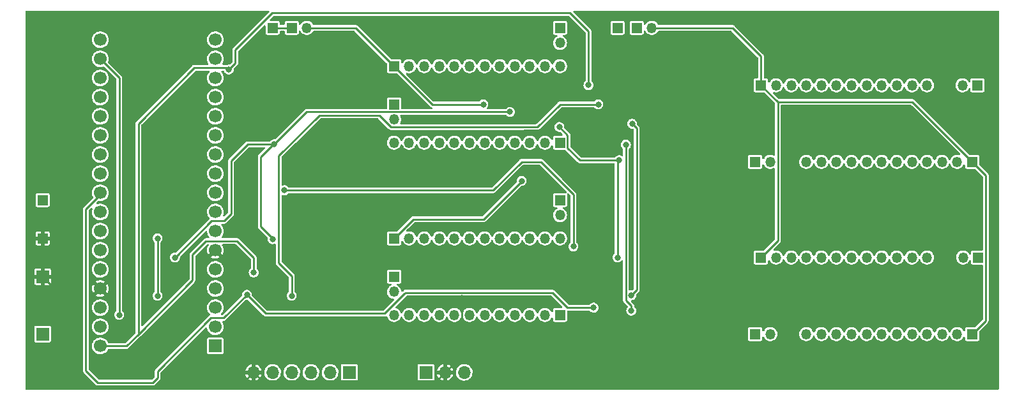
<source format=gbr>
%TF.GenerationSoftware,KiCad,Pcbnew,(6.0.2-0)*%
%TF.CreationDate,2022-06-16T00:13:51-05:00*%
%TF.ProjectId,stein gate pcb,73746569-6e20-4676-9174-65207063622e,rev?*%
%TF.SameCoordinates,Original*%
%TF.FileFunction,Copper,L2,Bot*%
%TF.FilePolarity,Positive*%
%FSLAX46Y46*%
G04 Gerber Fmt 4.6, Leading zero omitted, Abs format (unit mm)*
G04 Created by KiCad (PCBNEW (6.0.2-0)) date 2022-06-16 00:13:51*
%MOMM*%
%LPD*%
G01*
G04 APERTURE LIST*
%TA.AperFunction,ComponentPad*%
%ADD10R,1.350000X1.350000*%
%TD*%
%TA.AperFunction,ComponentPad*%
%ADD11O,1.350000X1.350000*%
%TD*%
%TA.AperFunction,ComponentPad*%
%ADD12R,1.700000X1.700000*%
%TD*%
%TA.AperFunction,ComponentPad*%
%ADD13O,1.700000X1.700000*%
%TD*%
%TA.AperFunction,ComponentPad*%
%ADD14C,1.700000*%
%TD*%
%TA.AperFunction,ViaPad*%
%ADD15C,0.800000*%
%TD*%
%TA.AperFunction,Conductor*%
%ADD16C,0.250000*%
%TD*%
G04 APERTURE END LIST*
D10*
%TO.P,tube4,1,Pin_1*%
%TO.N,/170V*%
X166340000Y-83820000D03*
D11*
%TO.P,tube4,2,Pin_2*%
%TO.N,/t4n1*%
X168340000Y-83820000D03*
%TO.P,tube4,3,Pin_3*%
%TO.N,/t4n2*%
X170340000Y-83820000D03*
%TO.P,tube4,4,Pin_4*%
%TO.N,/t4n3*%
X172340000Y-83820000D03*
%TO.P,tube4,5,Pin_5*%
%TO.N,/t4n4*%
X174340000Y-83820000D03*
%TO.P,tube4,6,Pin_6*%
%TO.N,/t4n5*%
X176340000Y-83820000D03*
%TO.P,tube4,7,Pin_7*%
%TO.N,/t4n6*%
X178340000Y-83820000D03*
%TO.P,tube4,8,Pin_8*%
%TO.N,/t4n7*%
X180340000Y-83820000D03*
%TO.P,tube4,9,Pin_9*%
%TO.N,/t4n8*%
X182340000Y-83820000D03*
%TO.P,tube4,10,Pin_10*%
%TO.N,/t4n9*%
X184340000Y-83820000D03*
%TO.P,tube4,11,Pin_11*%
%TO.N,/t4n0*%
X186340000Y-83820000D03*
%TO.P,tube4,12,Pin_12*%
%TO.N,Net-(Jtube4-Pad12)*%
X188340000Y-83820000D03*
%TD*%
D10*
%TO.P,R8,1*%
%TO.N,/t4dp*%
X195040000Y-83820000D03*
D11*
%TO.P,R8,2*%
%TO.N,Net-(Jtube4-Pad12)*%
X193040000Y-83820000D03*
%TD*%
D10*
%TO.P,R4,1*%
%TO.N,/t3dp*%
X165560000Y-93980000D03*
D11*
%TO.P,R4,2*%
%TO.N,Net-(Jtube3-Pad12)*%
X167560000Y-93980000D03*
%TD*%
D10*
%TO.P,R5,1*%
%TO.N,/t5dp*%
X117700000Y-109220000D03*
D11*
%TO.P,R5,2*%
%TO.N,Net-(Jtube5-Pad12)*%
X117700000Y-111220000D03*
%TD*%
D10*
%TO.P,R1,1*%
%TO.N,Net-(J170vin2-Pad1)*%
X104140000Y-76200000D03*
D11*
%TO.P,R1,2*%
%TO.N,/170V2*%
X106140000Y-76200000D03*
%TD*%
D10*
%TO.P,tube5,1,Pin_1*%
%TO.N,/170V2*%
X139700000Y-114300000D03*
D11*
%TO.P,tube5,2,Pin_2*%
%TO.N,/t5n1*%
X137700000Y-114300000D03*
%TO.P,tube5,3,Pin_3*%
%TO.N,/t5n2*%
X135700000Y-114300000D03*
%TO.P,tube5,4,Pin_4*%
%TO.N,/t5n3*%
X133700000Y-114300000D03*
%TO.P,tube5,5,Pin_5*%
%TO.N,/t5n4*%
X131700000Y-114300000D03*
%TO.P,tube5,6,Pin_6*%
%TO.N,/t5n5*%
X129700000Y-114300000D03*
%TO.P,tube5,7,Pin_7*%
%TO.N,/t5n6*%
X127700000Y-114300000D03*
%TO.P,tube5,8,Pin_8*%
%TO.N,/t5n7*%
X125700000Y-114300000D03*
%TO.P,tube5,9,Pin_9*%
%TO.N,/t5n8*%
X123700000Y-114300000D03*
%TO.P,tube5,10,Pin_10*%
%TO.N,/t5n9*%
X121700000Y-114300000D03*
%TO.P,tube5,11,Pin_11*%
%TO.N,/t5n0*%
X119700000Y-114300000D03*
%TO.P,tube5,12,Pin_12*%
%TO.N,Net-(Jtube5-Pad12)*%
X117700000Y-114300000D03*
%TD*%
D12*
%TO.P,BatteryIn,1,Pin_1*%
%TO.N,Net-(JBatteryIn1-Pad1)*%
X71120000Y-116840000D03*
%TD*%
%TO.P,BatteryGround,1,Pin_1*%
%TO.N,GND*%
X71120000Y-109220000D03*
%TD*%
D10*
%TO.P,R6,1*%
%TO.N,/t7dp*%
X165560000Y-116840000D03*
D11*
%TO.P,R6,2*%
%TO.N,Net-(Jtube7-Pad12)*%
X167560000Y-116840000D03*
%TD*%
D12*
%TO.P,IR_receiver1,1,Pin_1*%
%TO.N,/IRdata*%
X121920000Y-121920000D03*
D13*
%TO.P,IR_receiver1,2,Pin_2*%
%TO.N,GND*%
X124460000Y-121920000D03*
%TO.P,IR_receiver1,3,Pin_3*%
%TO.N,/5VFB*%
X127000000Y-121920000D03*
%TD*%
D10*
%TO.P,ground,1,Pin_1*%
%TO.N,GND*%
X71120000Y-104140000D03*
%TD*%
%TO.P,170vin1,1,Pin_1*%
%TO.N,Net-(J170vin1-Pad1)*%
X147320000Y-76200000D03*
%TD*%
%TO.P,R10,1*%
%TO.N,/t8dp*%
X195120000Y-106680000D03*
D11*
%TO.P,R10,2*%
%TO.N,Net-(Jtube8-Pad12)*%
X193120000Y-106680000D03*
%TD*%
D10*
%TO.P,tube1,1,Pin_1*%
%TO.N,/170V2*%
X139700000Y-91440000D03*
D11*
%TO.P,tube1,2,Pin_2*%
%TO.N,/t1n1*%
X137700000Y-91440000D03*
%TO.P,tube1,3,Pin_3*%
%TO.N,/t1n2*%
X135700000Y-91440000D03*
%TO.P,tube1,4,Pin_4*%
%TO.N,/t1n3*%
X133700000Y-91440000D03*
%TO.P,tube1,5,Pin_5*%
%TO.N,/t1n4*%
X131700000Y-91440000D03*
%TO.P,tube1,6,Pin_6*%
%TO.N,/t1n5*%
X129700000Y-91440000D03*
%TO.P,tube1,7,Pin_7*%
%TO.N,/t1n6*%
X127700000Y-91440000D03*
%TO.P,tube1,8,Pin_8*%
%TO.N,/t1n7*%
X125700000Y-91440000D03*
%TO.P,tube1,9,Pin_9*%
%TO.N,/t1n8*%
X123700000Y-91440000D03*
%TO.P,tube1,10,Pin_10*%
%TO.N,/t1n9*%
X121700000Y-91440000D03*
%TO.P,tube1,11,Pin_11*%
%TO.N,/t1n0*%
X119700000Y-91440000D03*
%TO.P,tube1,12,Pin_12*%
%TO.N,Net-(Jtube1-Pad12)*%
X117700000Y-91440000D03*
%TD*%
D10*
%TO.P,tube7,1,Pin_1*%
%TO.N,/170V*%
X194340000Y-116840000D03*
D11*
%TO.P,tube7,2,Pin_2*%
%TO.N,/t7n1*%
X192340000Y-116840000D03*
%TO.P,tube7,3,Pin_3*%
%TO.N,/t7n2*%
X190340000Y-116840000D03*
%TO.P,tube7,4,Pin_4*%
%TO.N,/t7n3*%
X188340000Y-116840000D03*
%TO.P,tube7,5,Pin_5*%
%TO.N,/t7n4*%
X186340000Y-116840000D03*
%TO.P,tube7,6,Pin_6*%
%TO.N,/t7n5*%
X184340000Y-116840000D03*
%TO.P,tube7,7,Pin_7*%
%TO.N,/t7n6*%
X182340000Y-116840000D03*
%TO.P,tube7,8,Pin_8*%
%TO.N,/t7n7*%
X180340000Y-116840000D03*
%TO.P,tube7,9,Pin_9*%
%TO.N,/t7n8*%
X178340000Y-116840000D03*
%TO.P,tube7,10,Pin_10*%
%TO.N,/t7n9*%
X176340000Y-116840000D03*
%TO.P,tube7,11,Pin_11*%
%TO.N,/t7n0*%
X174340000Y-116840000D03*
%TO.P,tube7,12,Pin_12*%
%TO.N,Net-(Jtube7-Pad12)*%
X172340000Y-116840000D03*
%TD*%
D10*
%TO.P,R9,1*%
%TO.N,/t6dp*%
X139700000Y-99060000D03*
D11*
%TO.P,R9,2*%
%TO.N,Net-(Jtube6-Pad12)*%
X139700000Y-101060000D03*
%TD*%
D10*
%TO.P,R3,1*%
%TO.N,/t1dp*%
X117700000Y-86360000D03*
D11*
%TO.P,R3,2*%
%TO.N,Net-(Jtube1-Pad12)*%
X117700000Y-88360000D03*
%TD*%
D10*
%TO.P,tube3,1,Pin_1*%
%TO.N,/170V*%
X194340000Y-93980000D03*
D11*
%TO.P,tube3,2,Pin_2*%
%TO.N,/t3n1*%
X192340000Y-93980000D03*
%TO.P,tube3,3,Pin_3*%
%TO.N,/t3n2*%
X190340000Y-93980000D03*
%TO.P,tube3,4,Pin_4*%
%TO.N,/t3n3*%
X188340000Y-93980000D03*
%TO.P,tube3,5,Pin_5*%
%TO.N,/t3n4*%
X186340000Y-93980000D03*
%TO.P,tube3,6,Pin_6*%
%TO.N,/t3n5*%
X184340000Y-93980000D03*
%TO.P,tube3,7,Pin_7*%
%TO.N,/t3n6*%
X182340000Y-93980000D03*
%TO.P,tube3,8,Pin_8*%
%TO.N,/t3n7*%
X180340000Y-93980000D03*
%TO.P,tube3,9,Pin_9*%
%TO.N,/t3n8*%
X178340000Y-93980000D03*
%TO.P,tube3,10,Pin_10*%
%TO.N,/t3n9*%
X176340000Y-93980000D03*
%TO.P,tube3,11,Pin_11*%
%TO.N,/t3n0*%
X174340000Y-93980000D03*
%TO.P,tube3,12,Pin_12*%
%TO.N,Net-(Jtube3-Pad12)*%
X172340000Y-93980000D03*
%TD*%
D10*
%TO.P,tube6,1,Pin_1*%
%TO.N,/170V2*%
X117700000Y-104140000D03*
D11*
%TO.P,tube6,2,Pin_2*%
%TO.N,/t6n1*%
X119700000Y-104140000D03*
%TO.P,tube6,3,Pin_3*%
%TO.N,/t6n2*%
X121700000Y-104140000D03*
%TO.P,tube6,4,Pin_4*%
%TO.N,/t6n3*%
X123700000Y-104140000D03*
%TO.P,tube6,5,Pin_5*%
%TO.N,/t6n4*%
X125700000Y-104140000D03*
%TO.P,tube6,6,Pin_6*%
%TO.N,/t6n5*%
X127700000Y-104140000D03*
%TO.P,tube6,7,Pin_7*%
%TO.N,/t6n6*%
X129700000Y-104140000D03*
%TO.P,tube6,8,Pin_8*%
%TO.N,/t6n7*%
X131700000Y-104140000D03*
%TO.P,tube6,9,Pin_9*%
%TO.N,/t6n8*%
X133700000Y-104140000D03*
%TO.P,tube6,10,Pin_10*%
%TO.N,/t6n9*%
X135700000Y-104140000D03*
%TO.P,tube6,11,Pin_11*%
%TO.N,/t6n0*%
X137700000Y-104140000D03*
%TO.P,tube6,12,Pin_12*%
%TO.N,Net-(Jtube6-Pad12)*%
X139700000Y-104140000D03*
%TD*%
D12*
%TO.P,RTCModule1,1,Pin_1*%
%TO.N,unconnected-(JRTCModule1-Pad1)*%
X111760000Y-121920000D03*
D13*
%TO.P,RTCModule1,2,Pin_2*%
%TO.N,unconnected-(JRTCModule1-Pad2)*%
X109220000Y-121920000D03*
%TO.P,RTCModule1,3,Pin_3*%
%TO.N,/SCL*%
X106680000Y-121920000D03*
%TO.P,RTCModule1,4,Pin_4*%
%TO.N,/SDA*%
X104140000Y-121920000D03*
%TO.P,RTCModule1,5,Pin_5*%
%TO.N,/3.3VFB*%
X101600000Y-121920000D03*
%TO.P,RTCModule1,6,Pin_6*%
%TO.N,GND*%
X99060000Y-121920000D03*
%TD*%
D10*
%TO.P,To170V,1,Pin_1*%
%TO.N,/5VFB*%
X71120000Y-99060000D03*
%TD*%
%TO.P,tube8,1,Pin_1*%
%TO.N,/170V*%
X166340000Y-106680000D03*
D11*
%TO.P,tube8,2,Pin_2*%
%TO.N,/t8n1*%
X168340000Y-106680000D03*
%TO.P,tube8,3,Pin_3*%
%TO.N,/t8n2*%
X170340000Y-106680000D03*
%TO.P,tube8,4,Pin_4*%
%TO.N,/t8n3*%
X172340000Y-106680000D03*
%TO.P,tube8,5,Pin_5*%
%TO.N,/t8n4*%
X174340000Y-106680000D03*
%TO.P,tube8,6,Pin_6*%
%TO.N,/t8n5*%
X176340000Y-106680000D03*
%TO.P,tube8,7,Pin_7*%
%TO.N,/t8n6*%
X178340000Y-106680000D03*
%TO.P,tube8,8,Pin_8*%
%TO.N,/t8n7*%
X180340000Y-106680000D03*
%TO.P,tube8,9,Pin_9*%
%TO.N,/t8n8*%
X182340000Y-106680000D03*
%TO.P,tube8,10,Pin_10*%
%TO.N,/t8n9*%
X184340000Y-106680000D03*
%TO.P,tube8,11,Pin_11*%
%TO.N,/t8n0*%
X186340000Y-106680000D03*
%TO.P,tube8,12,Pin_12*%
%TO.N,Net-(Jtube8-Pad12)*%
X188340000Y-106680000D03*
%TD*%
D10*
%TO.P,tube2,1,Pin_1*%
%TO.N,/170V2*%
X117700000Y-81280000D03*
D11*
%TO.P,tube2,2,Pin_2*%
%TO.N,/t2n1*%
X119700000Y-81280000D03*
%TO.P,tube2,3,Pin_3*%
%TO.N,/t2n2*%
X121700000Y-81280000D03*
%TO.P,tube2,4,Pin_4*%
%TO.N,/t2n3*%
X123700000Y-81280000D03*
%TO.P,tube2,5,Pin_5*%
%TO.N,/t2n4*%
X125700000Y-81280000D03*
%TO.P,tube2,6,Pin_6*%
%TO.N,/t2n5*%
X127700000Y-81280000D03*
%TO.P,tube2,7,Pin_7*%
%TO.N,/t2n6*%
X129700000Y-81280000D03*
%TO.P,tube2,8,Pin_8*%
%TO.N,/t2n7*%
X131700000Y-81280000D03*
%TO.P,tube2,9,Pin_9*%
%TO.N,/t2n8*%
X133700000Y-81280000D03*
%TO.P,tube2,10,Pin_10*%
%TO.N,/t2n9*%
X135700000Y-81280000D03*
%TO.P,tube2,11,Pin_11*%
%TO.N,/t2n0*%
X137700000Y-81280000D03*
%TO.P,tube2,12,Pin_12*%
%TO.N,Net-(Jtube2-Pad12)*%
X139700000Y-81280000D03*
%TD*%
D10*
%TO.P,170vin2,1,Pin_1*%
%TO.N,Net-(J170vin2-Pad1)*%
X101600000Y-76200000D03*
%TD*%
%TO.P,R7,1*%
%TO.N,/t2dp*%
X139700000Y-76200000D03*
D11*
%TO.P,R7,2*%
%TO.N,Net-(Jtube2-Pad12)*%
X139700000Y-78200000D03*
%TD*%
D10*
%TO.P,R2,1*%
%TO.N,Net-(J170vin1-Pad1)*%
X149860000Y-76200000D03*
D11*
%TO.P,R2,2*%
%TO.N,/170V*%
X151860000Y-76200000D03*
%TD*%
D14*
%TO.P,U2,2,2/SDA*%
%TO.N,/SDA*%
X94018500Y-103180000D03*
%TO.P,U2,3,3(PWM)/SCL*%
%TO.N,/SCL*%
X94018500Y-100640000D03*
%TO.P,U2,3.3V,3.3V*%
%TO.N,/3.3VFB*%
X78762500Y-80320000D03*
%TO.P,U2,4,4/A6*%
%TO.N,unconnected-(U2-Pad4)*%
X94018500Y-98100000D03*
%TO.P,U2,5,5(PWM)*%
%TO.N,unconnected-(U2-Pad5)*%
X94018500Y-95560000D03*
%TO.P,U2,5V,+5V*%
%TO.N,/5VFB*%
X78762500Y-105720000D03*
%TO.P,U2,6,6(PWM)/A7*%
%TO.N,unconnected-(U2-Pad6)*%
X94018500Y-93020000D03*
%TO.P,U2,7,7*%
%TO.N,/IRdata*%
X94018500Y-90480000D03*
%TO.P,U2,8,8/A8*%
%TO.N,unconnected-(U2-Pad8)*%
X94018500Y-87940000D03*
%TO.P,U2,9,9(PWM)/A9*%
%TO.N,unconnected-(U2-Pad9)*%
X94018500Y-85400000D03*
%TO.P,U2,10,10(PWM)/A10*%
%TO.N,unconnected-(U2-Pad10)*%
X94018500Y-82860000D03*
%TO.P,U2,11,11(PWM)*%
%TO.N,unconnected-(U2-Pad11)*%
X94018500Y-80320000D03*
%TO.P,U2,12,12/A11*%
%TO.N,unconnected-(U2-Pad12)*%
X94018500Y-77780000D03*
%TO.P,U2,13,13(PWM)*%
%TO.N,unconnected-(U2-Pad13)*%
X78762500Y-77780000D03*
%TO.P,U2,A0,A0*%
%TO.N,unconnected-(U2-PadA0)*%
X78762500Y-85400000D03*
%TO.P,U2,A1,A1*%
%TO.N,unconnected-(U2-PadA1)*%
X78762500Y-87940000D03*
%TO.P,U2,A2,A2*%
%TO.N,unconnected-(U2-PadA2)*%
X78762500Y-90480000D03*
%TO.P,U2,A3,A3*%
%TO.N,unconnected-(U2-PadA3)*%
X78762500Y-93020000D03*
%TO.P,U2,A4,A4*%
%TO.N,unconnected-(U2-PadA4)*%
X78762500Y-95560000D03*
%TO.P,U2,A5,A5*%
%TO.N,/latch*%
X78762500Y-98100000D03*
%TO.P,U2,AREF,AREF*%
%TO.N,unconnected-(U2-PadAREF)*%
X78762500Y-82860000D03*
%TO.P,U2,GND,GND*%
%TO.N,GND*%
X94018500Y-105720000D03*
X78762500Y-110800000D03*
%TO.P,U2,MI,MISO*%
%TO.N,unconnected-(U2-PadMI)*%
X78762500Y-115880000D03*
D12*
%TO.P,U2,MO,MOSI*%
%TO.N,/DataFromBoard*%
X94018500Y-118420000D03*
D14*
%TO.P,U2,NC*%
%TO.N,unconnected-(U2-PadNC)*%
X78762500Y-103180000D03*
X78762500Y-100640000D03*
%TO.P,U2,RST,RESET*%
%TO.N,unconnected-(U2-PadRST)*%
X94018500Y-108260000D03*
X78762500Y-108260000D03*
%TO.P,U2,RX,0/RX*%
%TO.N,unconnected-(U2-PadRX)*%
X94018500Y-110800000D03*
%TO.P,U2,SCK,SCK*%
%TO.N,/Clock*%
X78762500Y-118420000D03*
%TO.P,U2,SS,RX_LED/SS*%
%TO.N,unconnected-(U2-PadSS)*%
X94018500Y-115880000D03*
%TO.P,U2,TX,1/TX*%
%TO.N,unconnected-(U2-PadTX)*%
X94018500Y-113340000D03*
%TO.P,U2,VI,VIN*%
%TO.N,Net-(JBatteryIn1-Pad1)*%
X78762500Y-113340000D03*
%TD*%
D15*
%TO.N,/5VFB*%
X101814511Y-91654511D03*
X133079511Y-87359511D03*
X88666512Y-106680000D03*
X147320000Y-106680000D03*
X101600000Y-104244511D03*
X147534511Y-93765489D03*
X139619181Y-89357972D03*
%TO.N,GND*%
X144517210Y-89693098D03*
X109220000Y-106680000D03*
X99083526Y-110027437D03*
X126713938Y-112073992D03*
X91440000Y-101600000D03*
X91440000Y-101600000D03*
X154940000Y-109220000D03*
X127260761Y-109671961D03*
X109220000Y-83820000D03*
X137160000Y-78740000D03*
X154940000Y-86360000D03*
X190500000Y-104140000D03*
X190500000Y-81280000D03*
X91440000Y-84141677D03*
X143448749Y-91905441D03*
X137160000Y-101600000D03*
X143451282Y-110431282D03*
%TO.N,/3.3VFB*%
X81280000Y-114300000D03*
%TO.N,/170V2*%
X134620000Y-96520000D03*
X129540000Y-86360000D03*
%TO.N,/dataout3*%
X141478798Y-105227790D03*
X103160690Y-97755234D03*
%TO.N,/Clock*%
X95796539Y-81734730D03*
X143471928Y-83797588D03*
X149256505Y-88928174D03*
X149160031Y-111684500D03*
X99101289Y-108675654D03*
%TO.N,/latch*%
X98201068Y-111623351D03*
X148434899Y-91707458D03*
X149143129Y-113726503D03*
X144135771Y-113337234D03*
%TO.N,/dataout2*%
X104140000Y-111760000D03*
X144780000Y-86360000D03*
%TO.N,/DataFromBoard*%
X86360000Y-111760000D03*
X86360000Y-104140000D03*
%TD*%
D16*
%TO.N,/5VFB*%
X95159506Y-101814511D02*
X93532001Y-101814511D01*
X140699511Y-92145527D02*
X142319473Y-93765489D01*
X96114511Y-100859506D02*
X95159506Y-101814511D01*
X142319473Y-93765489D02*
X147534511Y-93765489D01*
X106109511Y-87359511D02*
X133079511Y-87359511D01*
X100024751Y-102564751D02*
X100024751Y-93339760D01*
X139619181Y-89360159D02*
X139619181Y-89357972D01*
X101600000Y-104140000D02*
X100024751Y-102564751D01*
X101704511Y-91764511D02*
X101814511Y-91654511D01*
X98305901Y-91654511D02*
X96114511Y-93845901D01*
X101814511Y-91654511D02*
X106109511Y-87359511D01*
X100024751Y-93339760D02*
X101600000Y-91764511D01*
X93532001Y-101814511D02*
X88666512Y-106680000D01*
X101814511Y-91654511D02*
X98305901Y-91654511D01*
X140699511Y-90440489D02*
X140699511Y-92145527D01*
X101600000Y-104244511D02*
X101704511Y-104140000D01*
X96114511Y-93845901D02*
X96114511Y-100859506D01*
X140699511Y-90440489D02*
X139619181Y-89360159D01*
X147320000Y-93980000D02*
X147534511Y-93765489D01*
X147320000Y-106680000D02*
X147320000Y-93980000D01*
%TO.N,GND*%
X144517210Y-90836980D02*
X143448749Y-91905441D01*
X73660000Y-120131011D02*
X73660000Y-111760000D01*
X91440000Y-84141677D02*
X91440000Y-101600000D01*
X99083526Y-110027437D02*
X99060000Y-110050963D01*
X98325937Y-110027437D02*
X94018500Y-105720000D01*
X126713938Y-112073992D02*
X126700489Y-112087441D01*
X73660000Y-111760000D02*
X71120000Y-109220000D01*
X99060000Y-121920000D02*
X97098137Y-123881863D01*
X127260761Y-109671961D02*
X127712722Y-109220000D01*
X124460000Y-121920000D02*
X123285489Y-123094511D01*
X127712722Y-109220000D02*
X142240000Y-109220000D01*
X123285489Y-123094511D02*
X100234511Y-123094511D01*
X126700489Y-119679511D02*
X124460000Y-121920000D01*
X142240000Y-109220000D02*
X143451282Y-110431282D01*
X97098137Y-123881863D02*
X77410852Y-123881863D01*
X144517210Y-89693098D02*
X144517210Y-90836980D01*
X77410852Y-123881863D02*
X73660000Y-120131011D01*
X126700489Y-112087441D02*
X126700489Y-119679511D01*
X100234511Y-123094511D02*
X99060000Y-121920000D01*
X99083526Y-110027437D02*
X98325937Y-110027437D01*
%TO.N,Net-(J170vin2-Pad1)*%
X101600000Y-76200000D02*
X104140000Y-76200000D01*
%TO.N,/3.3VFB*%
X81280000Y-82837500D02*
X81280000Y-114300000D01*
X78762500Y-80320000D02*
X81280000Y-82837500D01*
%TO.N,/170V*%
X196119511Y-95759511D02*
X196119511Y-115060489D01*
X162560000Y-76200000D02*
X151860000Y-76200000D01*
X166340000Y-83820000D02*
X168559511Y-86039511D01*
X168559511Y-86039511D02*
X186399511Y-86039511D01*
X186399511Y-86039511D02*
X194340000Y-93980000D01*
X194340000Y-93980000D02*
X196119511Y-95759511D01*
X166340000Y-83820000D02*
X166340000Y-79980000D01*
X196119511Y-115060489D02*
X194340000Y-116840000D01*
X168559511Y-86039511D02*
X168559511Y-104460489D01*
X168559511Y-104460489D02*
X166340000Y-106680000D01*
X166340000Y-79980000D02*
X162560000Y-76200000D01*
%TO.N,/170V2*%
X129540000Y-101600000D02*
X120240000Y-101600000D01*
X134620000Y-96520000D02*
X129540000Y-101600000D01*
X106140000Y-76200000D02*
X112620000Y-76200000D01*
X120240000Y-101600000D02*
X117700000Y-104140000D01*
X122780000Y-86360000D02*
X129540000Y-86360000D01*
X112620000Y-76200000D02*
X117700000Y-81280000D01*
X117700000Y-81280000D02*
X122780000Y-86360000D01*
%TO.N,/dataout3*%
X103160690Y-97755234D02*
X130844766Y-97755234D01*
X139700000Y-96538915D02*
X141478798Y-98317713D01*
X139700000Y-96520000D02*
X139700000Y-96538915D01*
X137160000Y-93980000D02*
X139700000Y-96520000D01*
X130844766Y-97755234D02*
X134620000Y-93980000D01*
X141478798Y-98317713D02*
X141478798Y-105227790D01*
X134620000Y-93980000D02*
X137160000Y-93980000D01*
X141478798Y-105227790D02*
X141421214Y-105285374D01*
%TO.N,/Clock*%
X95556320Y-81494511D02*
X91225489Y-81494511D01*
X96883312Y-104503312D02*
X92770729Y-104503312D01*
X143471928Y-76665699D02*
X143471928Y-83797588D01*
X82240000Y-118420000D02*
X78762500Y-118420000D01*
X96674991Y-80856278D02*
X96674991Y-79125987D01*
X96674991Y-79125987D02*
X101580575Y-74220403D01*
X149860000Y-89531669D02*
X149256505Y-88928174D01*
X91225489Y-81494511D02*
X83820000Y-88900000D01*
X149860000Y-110984531D02*
X149860000Y-89531669D01*
X83820000Y-116840000D02*
X82240000Y-118420000D01*
X95796539Y-81734730D02*
X96674991Y-80856278D01*
X99101289Y-106721289D02*
X96883312Y-104503312D01*
X141026632Y-74220403D02*
X143471928Y-76665699D01*
X149160031Y-111684500D02*
X149860000Y-110984531D01*
X90963187Y-106310854D02*
X90963187Y-109696813D01*
X83820000Y-88900000D02*
X83820000Y-116840000D01*
X101580575Y-74220403D02*
X141026632Y-74220403D01*
X95796539Y-81734730D02*
X95556320Y-81494511D01*
X92770729Y-104503312D02*
X90963187Y-106310854D01*
X90963187Y-109696813D02*
X83820000Y-116840000D01*
X99101289Y-108675654D02*
X99101289Y-106721289D01*
%TO.N,/latch*%
X148435520Y-112382567D02*
X148435520Y-111366380D01*
X85730192Y-123279059D02*
X78437678Y-123279059D01*
X78437678Y-123279059D02*
X76843311Y-121684692D01*
X144135771Y-113337234D02*
X140699511Y-113337234D01*
X78762500Y-98361656D02*
X78762500Y-98100000D01*
X119089221Y-111485375D02*
X119089221Y-111497256D01*
X149143129Y-113726503D02*
X149143129Y-113090176D01*
X76843311Y-121684692D02*
X76843311Y-100280845D01*
X76843311Y-100280845D02*
X78762500Y-98361656D01*
X148438643Y-92529409D02*
X148434899Y-92525665D01*
X148434899Y-91707458D02*
X148434899Y-91963829D01*
X148435520Y-111366380D02*
X148438643Y-111363257D01*
X148434899Y-92525665D02*
X148434899Y-91707458D01*
X95118930Y-114705489D02*
X93449491Y-114705489D01*
X119089221Y-111497256D02*
X116472573Y-114113904D01*
X116472573Y-114113904D02*
X100691621Y-114113904D01*
X86360000Y-121794980D02*
X86360000Y-122649251D01*
X119225115Y-111349481D02*
X119089221Y-111485375D01*
X86360000Y-122649251D02*
X85730192Y-123279059D01*
X140699511Y-113337234D02*
X138711758Y-111349481D01*
X98201068Y-111623351D02*
X95118930Y-114705489D01*
X93449491Y-114705489D02*
X86360000Y-121794980D01*
X100691621Y-114113904D02*
X98201068Y-111623351D01*
X149143129Y-113090176D02*
X148435520Y-112382567D01*
X148438643Y-111363257D02*
X148438643Y-92529409D01*
X138711758Y-111349481D02*
X119225115Y-111349481D01*
X148434899Y-91963829D02*
X148438643Y-91967573D01*
%TO.N,/dataout2*%
X104162152Y-109134538D02*
X104162152Y-111737848D01*
X134877821Y-89357972D02*
X134876282Y-89359511D01*
X144780000Y-86360000D02*
X139700000Y-86360000D01*
X134876282Y-89359511D02*
X117285988Y-89359511D01*
X115735508Y-87809031D02*
X107770969Y-87809031D01*
X117285988Y-89359511D02*
X115735508Y-87809031D01*
X139700000Y-86360000D02*
X136702028Y-89357972D01*
X107770969Y-87809031D02*
X102429022Y-93150978D01*
X102429022Y-93150978D02*
X102429022Y-107401408D01*
X102429022Y-107401408D02*
X104162152Y-109134538D01*
X104162152Y-111737848D02*
X104140000Y-111760000D01*
X136702028Y-89357972D02*
X134877821Y-89357972D01*
%TO.N,/DataFromBoard*%
X86360000Y-104140000D02*
X86360000Y-111760000D01*
%TD*%
%TA.AperFunction,Conductor*%
%TO.N,GND*%
G36*
X101114215Y-73934002D02*
G01*
X101160708Y-73987658D01*
X101170812Y-74057932D01*
X101141318Y-74122512D01*
X101135189Y-74129095D01*
X96444775Y-78819509D01*
X96426027Y-78834651D01*
X96424802Y-78835766D01*
X96416051Y-78841416D01*
X96409604Y-78849594D01*
X96409602Y-78849596D01*
X96395262Y-78867787D01*
X96391316Y-78872228D01*
X96391389Y-78872290D01*
X96388030Y-78876254D01*
X96384353Y-78879931D01*
X96373099Y-78895679D01*
X96369593Y-78900349D01*
X96337835Y-78940634D01*
X96334803Y-78949268D01*
X96329477Y-78956721D01*
X96326492Y-78966702D01*
X96314790Y-79005831D01*
X96312955Y-79011479D01*
X96295973Y-79059838D01*
X96295491Y-79065403D01*
X96295491Y-79068111D01*
X96295377Y-79070745D01*
X96295348Y-79070843D01*
X96295184Y-79070836D01*
X96295140Y-79071540D01*
X96293278Y-79077765D01*
X96295257Y-79128128D01*
X96295394Y-79131622D01*
X96295491Y-79136569D01*
X96295491Y-80646894D01*
X96275489Y-80715015D01*
X96258586Y-80735989D01*
X95950950Y-81043625D01*
X95888638Y-81077651D01*
X95861197Y-81080528D01*
X95720760Y-81079792D01*
X95713380Y-81081564D01*
X95713378Y-81081564D01*
X95591186Y-81110900D01*
X95566719Y-81114284D01*
X95553306Y-81114811D01*
X95550685Y-81114914D01*
X95545739Y-81115011D01*
X95054247Y-81115011D01*
X94986126Y-81095009D01*
X94939633Y-81041353D01*
X94929529Y-80971079D01*
X94944313Y-80927445D01*
X95029010Y-80776208D01*
X95029011Y-80776206D01*
X95031834Y-80771165D01*
X95033690Y-80765698D01*
X95033692Y-80765693D01*
X95095228Y-80584414D01*
X95095229Y-80584409D01*
X95097084Y-80578945D01*
X95097912Y-80573236D01*
X95097913Y-80573231D01*
X95119910Y-80421516D01*
X95126212Y-80378053D01*
X95127732Y-80320000D01*
X95109158Y-80117859D01*
X95104203Y-80100289D01*
X95055625Y-79928046D01*
X95055624Y-79928044D01*
X95054057Y-79922487D01*
X95043478Y-79901033D01*
X94966831Y-79745609D01*
X94964276Y-79740428D01*
X94842820Y-79577779D01*
X94693758Y-79439987D01*
X94688875Y-79436906D01*
X94688871Y-79436903D01*
X94526964Y-79334748D01*
X94522081Y-79331667D01*
X94333539Y-79256446D01*
X94327879Y-79255320D01*
X94327875Y-79255319D01*
X94140113Y-79217971D01*
X94140110Y-79217971D01*
X94134446Y-79216844D01*
X94128671Y-79216768D01*
X94128667Y-79216768D01*
X94027293Y-79215441D01*
X93931471Y-79214187D01*
X93925774Y-79215166D01*
X93925773Y-79215166D01*
X93744725Y-79246276D01*
X93731410Y-79248564D01*
X93540963Y-79318824D01*
X93366510Y-79422612D01*
X93362170Y-79426418D01*
X93362166Y-79426421D01*
X93342223Y-79443911D01*
X93213892Y-79556455D01*
X93088220Y-79715869D01*
X93085531Y-79720980D01*
X93085529Y-79720983D01*
X93061889Y-79765915D01*
X92993703Y-79895515D01*
X92933507Y-80089378D01*
X92909648Y-80290964D01*
X92922924Y-80493522D01*
X92924345Y-80499118D01*
X92924346Y-80499123D01*
X92947516Y-80590353D01*
X92972892Y-80690269D01*
X92975309Y-80695512D01*
X93012510Y-80776208D01*
X93057877Y-80874616D01*
X93086982Y-80915798D01*
X93087330Y-80916291D01*
X93110311Y-80983465D01*
X93093327Y-81052400D01*
X93041769Y-81101210D01*
X92984433Y-81115011D01*
X91279409Y-81115011D01*
X91255461Y-81112462D01*
X91253796Y-81112383D01*
X91243613Y-81110191D01*
X91233272Y-81111415D01*
X91210266Y-81114138D01*
X91204335Y-81114488D01*
X91204343Y-81114583D01*
X91199165Y-81115011D01*
X91193965Y-81115011D01*
X91188836Y-81115865D01*
X91188833Y-81115865D01*
X91174924Y-81118180D01*
X91169046Y-81119017D01*
X91128488Y-81123817D01*
X91128487Y-81123817D01*
X91118148Y-81125041D01*
X91109896Y-81129004D01*
X91100863Y-81130507D01*
X91091694Y-81135454D01*
X91091692Y-81135455D01*
X91055757Y-81154845D01*
X91050464Y-81157542D01*
X91011407Y-81176296D01*
X91011403Y-81176299D01*
X91004257Y-81179730D01*
X90999981Y-81183325D01*
X90998061Y-81185245D01*
X90996126Y-81187020D01*
X90996047Y-81187063D01*
X90995934Y-81186939D01*
X90995394Y-81187415D01*
X90989675Y-81190501D01*
X90982608Y-81198146D01*
X90953073Y-81230097D01*
X90949643Y-81233663D01*
X83589784Y-88593522D01*
X83571036Y-88608664D01*
X83569811Y-88609779D01*
X83561060Y-88615429D01*
X83554613Y-88623607D01*
X83554611Y-88623609D01*
X83540271Y-88641800D01*
X83536325Y-88646241D01*
X83536398Y-88646303D01*
X83533039Y-88650267D01*
X83529362Y-88653944D01*
X83518108Y-88669692D01*
X83514602Y-88674362D01*
X83482844Y-88714647D01*
X83479812Y-88723281D01*
X83474486Y-88730734D01*
X83471501Y-88740715D01*
X83459799Y-88779844D01*
X83457964Y-88785492D01*
X83443610Y-88826367D01*
X83440982Y-88833851D01*
X83440500Y-88839416D01*
X83440500Y-88842124D01*
X83440386Y-88844758D01*
X83440357Y-88844856D01*
X83440193Y-88844849D01*
X83440149Y-88845553D01*
X83438287Y-88851778D01*
X83438696Y-88862183D01*
X83440403Y-88905635D01*
X83440500Y-88910582D01*
X83440500Y-116630616D01*
X83420498Y-116698737D01*
X83403595Y-116719711D01*
X82119711Y-118003595D01*
X82057399Y-118037621D01*
X82030616Y-118040500D01*
X79885292Y-118040500D01*
X79817171Y-118020498D01*
X79772286Y-117970228D01*
X79710831Y-117845609D01*
X79708276Y-117840428D01*
X79586820Y-117677779D01*
X79437758Y-117539987D01*
X79432875Y-117536906D01*
X79432871Y-117536903D01*
X79270964Y-117434748D01*
X79266081Y-117431667D01*
X79077539Y-117356446D01*
X79071879Y-117355320D01*
X79071875Y-117355319D01*
X78884113Y-117317971D01*
X78884110Y-117317971D01*
X78878446Y-117316844D01*
X78872671Y-117316768D01*
X78872667Y-117316768D01*
X78771293Y-117315441D01*
X78675471Y-117314187D01*
X78669774Y-117315166D01*
X78669773Y-117315166D01*
X78581897Y-117330266D01*
X78475410Y-117348564D01*
X78284963Y-117418824D01*
X78110510Y-117522612D01*
X78106170Y-117526418D01*
X78106166Y-117526421D01*
X78005959Y-117614301D01*
X77957892Y-117656455D01*
X77832220Y-117815869D01*
X77829531Y-117820980D01*
X77829529Y-117820983D01*
X77801907Y-117873484D01*
X77737703Y-117995515D01*
X77677507Y-118189378D01*
X77653648Y-118390964D01*
X77666924Y-118593522D01*
X77668345Y-118599118D01*
X77668346Y-118599123D01*
X77702800Y-118734781D01*
X77716892Y-118790269D01*
X77719309Y-118795512D01*
X77754303Y-118871419D01*
X77801877Y-118974616D01*
X77919033Y-119140389D01*
X78064438Y-119282035D01*
X78233220Y-119394812D01*
X78238523Y-119397090D01*
X78238526Y-119397092D01*
X78369783Y-119453484D01*
X78419728Y-119474942D01*
X78492744Y-119491464D01*
X78612079Y-119518467D01*
X78612084Y-119518468D01*
X78617716Y-119519742D01*
X78623487Y-119519969D01*
X78623489Y-119519969D01*
X78683256Y-119522317D01*
X78820553Y-119527712D01*
X78927848Y-119512155D01*
X79015731Y-119499413D01*
X79015736Y-119499412D01*
X79021445Y-119498584D01*
X79026909Y-119496729D01*
X79026914Y-119496728D01*
X79208193Y-119435192D01*
X79208198Y-119435190D01*
X79213665Y-119433334D01*
X79390776Y-119334147D01*
X79430469Y-119301135D01*
X79542413Y-119208031D01*
X79546845Y-119204345D01*
X79676647Y-119048276D01*
X79775834Y-118871165D01*
X79776287Y-118871419D01*
X79819868Y-118820151D01*
X79888988Y-118799500D01*
X82186080Y-118799500D01*
X82210028Y-118802049D01*
X82211693Y-118802128D01*
X82221876Y-118804320D01*
X82232217Y-118803096D01*
X82255223Y-118800373D01*
X82261154Y-118800023D01*
X82261146Y-118799928D01*
X82266324Y-118799500D01*
X82271524Y-118799500D01*
X82276653Y-118798646D01*
X82276656Y-118798646D01*
X82290565Y-118796331D01*
X82296443Y-118795494D01*
X82337001Y-118790694D01*
X82337002Y-118790694D01*
X82347341Y-118789470D01*
X82355593Y-118785507D01*
X82364626Y-118784004D01*
X82373795Y-118779057D01*
X82373797Y-118779056D01*
X82409732Y-118759666D01*
X82415025Y-118756969D01*
X82454082Y-118738215D01*
X82454086Y-118738212D01*
X82461232Y-118734781D01*
X82465508Y-118731186D01*
X82467431Y-118729263D01*
X82469363Y-118727491D01*
X82469442Y-118727448D01*
X82469555Y-118727572D01*
X82470095Y-118727096D01*
X82475814Y-118724010D01*
X82512417Y-118684413D01*
X82515846Y-118680848D01*
X84050216Y-117146478D01*
X84068964Y-117131336D01*
X84070189Y-117130221D01*
X84078940Y-117124571D01*
X84085387Y-117116393D01*
X84085389Y-117116391D01*
X84099729Y-117098200D01*
X84109584Y-117087110D01*
X90425730Y-110770964D01*
X92909648Y-110770964D01*
X92922924Y-110973522D01*
X92924345Y-110979118D01*
X92924346Y-110979123D01*
X92966174Y-111143816D01*
X92972892Y-111170269D01*
X92975309Y-111175512D01*
X93012415Y-111256002D01*
X93057877Y-111354616D01*
X93088207Y-111397532D01*
X93137247Y-111466922D01*
X93175033Y-111520389D01*
X93179175Y-111524424D01*
X93236137Y-111579913D01*
X93320438Y-111662035D01*
X93489220Y-111774812D01*
X93494523Y-111777090D01*
X93494526Y-111777092D01*
X93582134Y-111814731D01*
X93675728Y-111854942D01*
X93748744Y-111871464D01*
X93868079Y-111898467D01*
X93868084Y-111898468D01*
X93873716Y-111899742D01*
X93879487Y-111899969D01*
X93879489Y-111899969D01*
X93939256Y-111902317D01*
X94076553Y-111907712D01*
X94176999Y-111893148D01*
X94271731Y-111879413D01*
X94271736Y-111879412D01*
X94277445Y-111878584D01*
X94282909Y-111876729D01*
X94282914Y-111876728D01*
X94464193Y-111815192D01*
X94464198Y-111815190D01*
X94469665Y-111813334D01*
X94475526Y-111810052D01*
X94557518Y-111764134D01*
X94646776Y-111714147D01*
X94665822Y-111698307D01*
X94798413Y-111588031D01*
X94802845Y-111584345D01*
X94859963Y-111515669D01*
X94928953Y-111432718D01*
X94928955Y-111432715D01*
X94932647Y-111428276D01*
X95031834Y-111251165D01*
X95033690Y-111245698D01*
X95033692Y-111245693D01*
X95095228Y-111064414D01*
X95095229Y-111064409D01*
X95097084Y-111058945D01*
X95097912Y-111053236D01*
X95097913Y-111053231D01*
X95115491Y-110931996D01*
X95126212Y-110858053D01*
X95127732Y-110800000D01*
X95115395Y-110665736D01*
X95109687Y-110603613D01*
X95109686Y-110603610D01*
X95109158Y-110597859D01*
X95102773Y-110575221D01*
X95055625Y-110408046D01*
X95055624Y-110408044D01*
X95054057Y-110402487D01*
X95048199Y-110390607D01*
X94966831Y-110225609D01*
X94964276Y-110220428D01*
X94842820Y-110057779D01*
X94726845Y-109950572D01*
X94698003Y-109923911D01*
X94693758Y-109919987D01*
X94688875Y-109916906D01*
X94688871Y-109916903D01*
X94526964Y-109814748D01*
X94522081Y-109811667D01*
X94333539Y-109736446D01*
X94327879Y-109735320D01*
X94327875Y-109735319D01*
X94140113Y-109697971D01*
X94140110Y-109697971D01*
X94134446Y-109696844D01*
X94128671Y-109696768D01*
X94128667Y-109696768D01*
X94027293Y-109695441D01*
X93931471Y-109694187D01*
X93925774Y-109695166D01*
X93925773Y-109695166D01*
X93737107Y-109727585D01*
X93731410Y-109728564D01*
X93540963Y-109798824D01*
X93366510Y-109902612D01*
X93362170Y-109906418D01*
X93362166Y-109906421D01*
X93261959Y-109994301D01*
X93213892Y-110036455D01*
X93088220Y-110195869D01*
X93085531Y-110200980D01*
X93085529Y-110200983D01*
X93038432Y-110290500D01*
X92993703Y-110375515D01*
X92933507Y-110569378D01*
X92909648Y-110770964D01*
X90425730Y-110770964D01*
X91193403Y-110003291D01*
X91212151Y-109988149D01*
X91213376Y-109987034D01*
X91222127Y-109981384D01*
X91228574Y-109973206D01*
X91228576Y-109973204D01*
X91242916Y-109955013D01*
X91246862Y-109950572D01*
X91246789Y-109950510D01*
X91250148Y-109946546D01*
X91253825Y-109942869D01*
X91265079Y-109927121D01*
X91268585Y-109922451D01*
X91300343Y-109882166D01*
X91303375Y-109873532D01*
X91308701Y-109866079D01*
X91323390Y-109816963D01*
X91325223Y-109811321D01*
X91339577Y-109770446D01*
X91339577Y-109770445D01*
X91342205Y-109762962D01*
X91342687Y-109757397D01*
X91342687Y-109754689D01*
X91342801Y-109752055D01*
X91342830Y-109751957D01*
X91342994Y-109751964D01*
X91343038Y-109751260D01*
X91344900Y-109745035D01*
X91342784Y-109691178D01*
X91342687Y-109686231D01*
X91342687Y-108230964D01*
X92909648Y-108230964D01*
X92922924Y-108433522D01*
X92924345Y-108439118D01*
X92924346Y-108439123D01*
X92944477Y-108518387D01*
X92972892Y-108630269D01*
X92975309Y-108635512D01*
X93012510Y-108716208D01*
X93057877Y-108814616D01*
X93061210Y-108819332D01*
X93166164Y-108967839D01*
X93175033Y-108980389D01*
X93320438Y-109122035D01*
X93489220Y-109234812D01*
X93494523Y-109237090D01*
X93494526Y-109237092D01*
X93635545Y-109297678D01*
X93675728Y-109314942D01*
X93747711Y-109331230D01*
X93868079Y-109358467D01*
X93868084Y-109358468D01*
X93873716Y-109359742D01*
X93879487Y-109359969D01*
X93879489Y-109359969D01*
X93939256Y-109362317D01*
X94076553Y-109367712D01*
X94176999Y-109353148D01*
X94271731Y-109339413D01*
X94271736Y-109339412D01*
X94277445Y-109338584D01*
X94282909Y-109336729D01*
X94282914Y-109336728D01*
X94464193Y-109275192D01*
X94464198Y-109275190D01*
X94469665Y-109273334D01*
X94646776Y-109174147D01*
X94658364Y-109164510D01*
X94798413Y-109048031D01*
X94802845Y-109044345D01*
X94852681Y-108984424D01*
X94928953Y-108892718D01*
X94928955Y-108892715D01*
X94932647Y-108888276D01*
X95031834Y-108711165D01*
X95033690Y-108705698D01*
X95033692Y-108705693D01*
X95095228Y-108524414D01*
X95095229Y-108524409D01*
X95097084Y-108518945D01*
X95097912Y-108513236D01*
X95097913Y-108513231D01*
X95120437Y-108357882D01*
X95126212Y-108318053D01*
X95127732Y-108260000D01*
X95114654Y-108117672D01*
X95109687Y-108063613D01*
X95109686Y-108063610D01*
X95109158Y-108057859D01*
X95107590Y-108052299D01*
X95055625Y-107868046D01*
X95055624Y-107868044D01*
X95054057Y-107862487D01*
X95043478Y-107841033D01*
X94966831Y-107685609D01*
X94964276Y-107680428D01*
X94960587Y-107675487D01*
X94895136Y-107587839D01*
X94842820Y-107517779D01*
X94693758Y-107379987D01*
X94688875Y-107376906D01*
X94688871Y-107376903D01*
X94543228Y-107285010D01*
X94522081Y-107271667D01*
X94333539Y-107196446D01*
X94327879Y-107195320D01*
X94327875Y-107195319D01*
X94140113Y-107157971D01*
X94140110Y-107157971D01*
X94134446Y-107156844D01*
X94128671Y-107156768D01*
X94128667Y-107156768D01*
X94027293Y-107155441D01*
X93931471Y-107154187D01*
X93925774Y-107155166D01*
X93925773Y-107155166D01*
X93737107Y-107187585D01*
X93731410Y-107188564D01*
X93540963Y-107258824D01*
X93366510Y-107362612D01*
X93362170Y-107366418D01*
X93362166Y-107366421D01*
X93264614Y-107451973D01*
X93213892Y-107496455D01*
X93088220Y-107655869D01*
X93085531Y-107660980D01*
X93085529Y-107660983D01*
X93073863Y-107683157D01*
X92993703Y-107835515D01*
X92933507Y-108029378D01*
X92909648Y-108230964D01*
X91342687Y-108230964D01*
X91342687Y-106658411D01*
X93444450Y-106658411D01*
X93454330Y-106670898D01*
X93484659Y-106691163D01*
X93494764Y-106696650D01*
X93670577Y-106772185D01*
X93681520Y-106775740D01*
X93868146Y-106817970D01*
X93879555Y-106819472D01*
X94070758Y-106826984D01*
X94082240Y-106826382D01*
X94271606Y-106798926D01*
X94282802Y-106796238D01*
X94463993Y-106734731D01*
X94474502Y-106730052D01*
X94583591Y-106668959D01*
X94593455Y-106658881D01*
X94590500Y-106651210D01*
X94031312Y-106092022D01*
X94017368Y-106084408D01*
X94015535Y-106084539D01*
X94008920Y-106088790D01*
X93450646Y-106647064D01*
X93444450Y-106658411D01*
X91342687Y-106658411D01*
X91342687Y-106520238D01*
X91362689Y-106452117D01*
X91379592Y-106431143D01*
X92891018Y-104919717D01*
X92953330Y-104885691D01*
X92980113Y-104882812D01*
X93012808Y-104882812D01*
X93080929Y-104902814D01*
X93127422Y-104956470D01*
X93137526Y-105026744D01*
X93111758Y-105086817D01*
X93092221Y-105111599D01*
X93085950Y-105121256D01*
X92996860Y-105290589D01*
X92992451Y-105301232D01*
X92935713Y-105483959D01*
X92933319Y-105495221D01*
X92910829Y-105685241D01*
X92910528Y-105696743D01*
X92923042Y-105887676D01*
X92924843Y-105899046D01*
X92971943Y-106084502D01*
X92975784Y-106095348D01*
X93055892Y-106269116D01*
X93061646Y-106279083D01*
X93067158Y-106286882D01*
X93077747Y-106295270D01*
X93091048Y-106288242D01*
X93929405Y-105449885D01*
X93991717Y-105415859D01*
X94062532Y-105420924D01*
X94107595Y-105449885D01*
X94945795Y-106288085D01*
X94958175Y-106294845D01*
X94964755Y-106289919D01*
X95028552Y-106176002D01*
X95033231Y-106165493D01*
X95094738Y-105984302D01*
X95097426Y-105973106D01*
X95125178Y-105781699D01*
X95125808Y-105774318D01*
X95127133Y-105723704D01*
X95126890Y-105716305D01*
X95109193Y-105523707D01*
X95107095Y-105512386D01*
X95055158Y-105328231D01*
X95051033Y-105317484D01*
X94966403Y-105145871D01*
X94960392Y-105136061D01*
X94921666Y-105084202D01*
X94896933Y-105017652D01*
X94912107Y-104948296D01*
X94962368Y-104898153D01*
X95022623Y-104882812D01*
X96673928Y-104882812D01*
X96742049Y-104902814D01*
X96763023Y-104919717D01*
X98684884Y-106841578D01*
X98718910Y-106903890D01*
X98721789Y-106930673D01*
X98721789Y-108080841D01*
X98701787Y-108148962D01*
X98678619Y-108175789D01*
X98611328Y-108234492D01*
X98520239Y-108364098D01*
X98462695Y-108511691D01*
X98461703Y-108519224D01*
X98461703Y-108519225D01*
X98446394Y-108635512D01*
X98442018Y-108668750D01*
X98459402Y-108826207D01*
X98462012Y-108833338D01*
X98462012Y-108833340D01*
X98509164Y-108962189D01*
X98513842Y-108974973D01*
X98518078Y-108981276D01*
X98518078Y-108981277D01*
X98546683Y-109023845D01*
X98602197Y-109106459D01*
X98607816Y-109111572D01*
X98607817Y-109111573D01*
X98677577Y-109175049D01*
X98719365Y-109213073D01*
X98858582Y-109288662D01*
X99011811Y-109328861D01*
X99095766Y-109330180D01*
X99162608Y-109331230D01*
X99162611Y-109331230D01*
X99170205Y-109331349D01*
X99324621Y-109295983D01*
X99395031Y-109260571D01*
X99459361Y-109228217D01*
X99459364Y-109228215D01*
X99466144Y-109224805D01*
X99471915Y-109219876D01*
X99471918Y-109219874D01*
X99580825Y-109126858D01*
X99580825Y-109126857D01*
X99586603Y-109121923D01*
X99679044Y-108993278D01*
X99738131Y-108846295D01*
X99744254Y-108803269D01*
X99759870Y-108693545D01*
X99759870Y-108693542D01*
X99760451Y-108689461D01*
X99760596Y-108675654D01*
X99741565Y-108518387D01*
X99685569Y-108370200D01*
X99672490Y-108351170D01*
X99600144Y-108245905D01*
X99600143Y-108245903D01*
X99595842Y-108239646D01*
X99586098Y-108230964D01*
X99522970Y-108174720D01*
X99485415Y-108114470D01*
X99480789Y-108080643D01*
X99480789Y-106775209D01*
X99483338Y-106751261D01*
X99483417Y-106749596D01*
X99485609Y-106739413D01*
X99481662Y-106706066D01*
X99481312Y-106700135D01*
X99481217Y-106700143D01*
X99480789Y-106694965D01*
X99480789Y-106689765D01*
X99479164Y-106680000D01*
X99477620Y-106670724D01*
X99476783Y-106664846D01*
X99471983Y-106624288D01*
X99471983Y-106624287D01*
X99470759Y-106613948D01*
X99466796Y-106605696D01*
X99465293Y-106596663D01*
X99440933Y-106551516D01*
X99438249Y-106546247D01*
X99419501Y-106507204D01*
X99416069Y-106500057D01*
X99412475Y-106495781D01*
X99410535Y-106493841D01*
X99408782Y-106491930D01*
X99408733Y-106491840D01*
X99408856Y-106491728D01*
X99408384Y-106491193D01*
X99405299Y-106485475D01*
X99365702Y-106448872D01*
X99362137Y-106445443D01*
X97189790Y-104273096D01*
X97174648Y-104254348D01*
X97173533Y-104253123D01*
X97167883Y-104244372D01*
X97159705Y-104237925D01*
X97159703Y-104237923D01*
X97141512Y-104223583D01*
X97137071Y-104219637D01*
X97137009Y-104219710D01*
X97133045Y-104216351D01*
X97129368Y-104212674D01*
X97113620Y-104201420D01*
X97108950Y-104197914D01*
X97068665Y-104166156D01*
X97060031Y-104163124D01*
X97052578Y-104157798D01*
X97003462Y-104143109D01*
X96997820Y-104141276D01*
X96956945Y-104126922D01*
X96956944Y-104126922D01*
X96949461Y-104124294D01*
X96943896Y-104123812D01*
X96941188Y-104123812D01*
X96938554Y-104123698D01*
X96938456Y-104123669D01*
X96938463Y-104123505D01*
X96937759Y-104123461D01*
X96931534Y-104121599D01*
X96877677Y-104123715D01*
X96872730Y-104123812D01*
X94938894Y-104123812D01*
X94870773Y-104103810D01*
X94824280Y-104050154D01*
X94814176Y-103979880D01*
X94842020Y-103917242D01*
X94843813Y-103915087D01*
X94904891Y-103841649D01*
X94928953Y-103812718D01*
X94928955Y-103812715D01*
X94932647Y-103808276D01*
X95017177Y-103657337D01*
X95029010Y-103636208D01*
X95029011Y-103636206D01*
X95031834Y-103631165D01*
X95033690Y-103625698D01*
X95033692Y-103625693D01*
X95095228Y-103444414D01*
X95095229Y-103444409D01*
X95097084Y-103438945D01*
X95097912Y-103433236D01*
X95097913Y-103433231D01*
X95120857Y-103274983D01*
X95126212Y-103238053D01*
X95127732Y-103180000D01*
X95109158Y-102977859D01*
X95107590Y-102972299D01*
X95055625Y-102788046D01*
X95055624Y-102788044D01*
X95054057Y-102782487D01*
X95043478Y-102761033D01*
X94966831Y-102605609D01*
X94964276Y-102600428D01*
X94842820Y-102437779D01*
X94815509Y-102412533D01*
X94779066Y-102351608D01*
X94781347Y-102280648D01*
X94821629Y-102222185D01*
X94887124Y-102194782D01*
X94901040Y-102194011D01*
X95105586Y-102194011D01*
X95129534Y-102196560D01*
X95131199Y-102196639D01*
X95141382Y-102198831D01*
X95151723Y-102197607D01*
X95174729Y-102194884D01*
X95180660Y-102194534D01*
X95180652Y-102194439D01*
X95185830Y-102194011D01*
X95191030Y-102194011D01*
X95196159Y-102193157D01*
X95196162Y-102193157D01*
X95210071Y-102190842D01*
X95215949Y-102190005D01*
X95256507Y-102185205D01*
X95256508Y-102185205D01*
X95266847Y-102183981D01*
X95275099Y-102180018D01*
X95284132Y-102178515D01*
X95293301Y-102173568D01*
X95293303Y-102173567D01*
X95329238Y-102154177D01*
X95334531Y-102151480D01*
X95373588Y-102132726D01*
X95373592Y-102132723D01*
X95380738Y-102129292D01*
X95385014Y-102125697D01*
X95386937Y-102123774D01*
X95388869Y-102122002D01*
X95388948Y-102121959D01*
X95389061Y-102122083D01*
X95389601Y-102121607D01*
X95395320Y-102118521D01*
X95431923Y-102078924D01*
X95435352Y-102075359D01*
X96344727Y-101165984D01*
X96363475Y-101150842D01*
X96364700Y-101149727D01*
X96373451Y-101144077D01*
X96379898Y-101135899D01*
X96379900Y-101135897D01*
X96394240Y-101117706D01*
X96398186Y-101113265D01*
X96398113Y-101113203D01*
X96401472Y-101109239D01*
X96405149Y-101105562D01*
X96416403Y-101089814D01*
X96419909Y-101085144D01*
X96451667Y-101044859D01*
X96454699Y-101036225D01*
X96460025Y-101028772D01*
X96474714Y-100979656D01*
X96476547Y-100974014D01*
X96490901Y-100933139D01*
X96490901Y-100933138D01*
X96493529Y-100925655D01*
X96494011Y-100920090D01*
X96494011Y-100917382D01*
X96494125Y-100914748D01*
X96494154Y-100914650D01*
X96494318Y-100914657D01*
X96494362Y-100913953D01*
X96496224Y-100907728D01*
X96494108Y-100853871D01*
X96494011Y-100848924D01*
X96494011Y-94055285D01*
X96514013Y-93987164D01*
X96530916Y-93966190D01*
X98426191Y-92070916D01*
X98488503Y-92036890D01*
X98515286Y-92034011D01*
X100489616Y-92034011D01*
X100557737Y-92054013D01*
X100604230Y-92107669D01*
X100614334Y-92177943D01*
X100584840Y-92242523D01*
X100578711Y-92249106D01*
X99794535Y-93033282D01*
X99775787Y-93048424D01*
X99774562Y-93049539D01*
X99765811Y-93055189D01*
X99759364Y-93063367D01*
X99759362Y-93063369D01*
X99745022Y-93081560D01*
X99741076Y-93086001D01*
X99741149Y-93086063D01*
X99737790Y-93090027D01*
X99734113Y-93093704D01*
X99722859Y-93109452D01*
X99719353Y-93114122D01*
X99687595Y-93154407D01*
X99684563Y-93163041D01*
X99679237Y-93170494D01*
X99665005Y-93218084D01*
X99664550Y-93219604D01*
X99662715Y-93225252D01*
X99645733Y-93273611D01*
X99645251Y-93279176D01*
X99645251Y-93281884D01*
X99645137Y-93284518D01*
X99645108Y-93284616D01*
X99644944Y-93284609D01*
X99644900Y-93285313D01*
X99643038Y-93291538D01*
X99643447Y-93301943D01*
X99645154Y-93345395D01*
X99645251Y-93350342D01*
X99645251Y-102510831D01*
X99642702Y-102534779D01*
X99642623Y-102536444D01*
X99640431Y-102546627D01*
X99641655Y-102556968D01*
X99644378Y-102579974D01*
X99644728Y-102585905D01*
X99644823Y-102585897D01*
X99645251Y-102591075D01*
X99645251Y-102596275D01*
X99646105Y-102601404D01*
X99646105Y-102601407D01*
X99648420Y-102615316D01*
X99649257Y-102621194D01*
X99655281Y-102672092D01*
X99659244Y-102680344D01*
X99660747Y-102689377D01*
X99665694Y-102698546D01*
X99665695Y-102698548D01*
X99685085Y-102734483D01*
X99687782Y-102739776D01*
X99706536Y-102778833D01*
X99706539Y-102778837D01*
X99709970Y-102785983D01*
X99713565Y-102790259D01*
X99715488Y-102792182D01*
X99717260Y-102794114D01*
X99717303Y-102794193D01*
X99717179Y-102794306D01*
X99717655Y-102794846D01*
X99720741Y-102800565D01*
X99728386Y-102807632D01*
X99760337Y-102837167D01*
X99763903Y-102840597D01*
X100922407Y-103999102D01*
X100956433Y-104061414D01*
X100958234Y-104104643D01*
X100943095Y-104219637D01*
X100940729Y-104237607D01*
X100947362Y-104297686D01*
X100956499Y-104380443D01*
X100958113Y-104395064D01*
X100960723Y-104402195D01*
X100960723Y-104402197D01*
X101006262Y-104526638D01*
X101012553Y-104543830D01*
X101016789Y-104550133D01*
X101016789Y-104550134D01*
X101087471Y-104655319D01*
X101100908Y-104675316D01*
X101106527Y-104680429D01*
X101106528Y-104680430D01*
X101166223Y-104734748D01*
X101218076Y-104781930D01*
X101357293Y-104857519D01*
X101510522Y-104897718D01*
X101594477Y-104899037D01*
X101661319Y-104900087D01*
X101661322Y-104900087D01*
X101668916Y-104900206D01*
X101823332Y-104864840D01*
X101830118Y-104861427D01*
X101830121Y-104861426D01*
X101866909Y-104842924D01*
X101936753Y-104830186D01*
X102002397Y-104857230D01*
X102042998Y-104915472D01*
X102049522Y-104955489D01*
X102049522Y-107347488D01*
X102046973Y-107371436D01*
X102046894Y-107373101D01*
X102044702Y-107383284D01*
X102045926Y-107393625D01*
X102048649Y-107416631D01*
X102048999Y-107422562D01*
X102049094Y-107422554D01*
X102049522Y-107427732D01*
X102049522Y-107432932D01*
X102050376Y-107438061D01*
X102050376Y-107438064D01*
X102052691Y-107451973D01*
X102053528Y-107457851D01*
X102057263Y-107489405D01*
X102059552Y-107508749D01*
X102063515Y-107517001D01*
X102065018Y-107526034D01*
X102069965Y-107535203D01*
X102069966Y-107535205D01*
X102089356Y-107571140D01*
X102092053Y-107576433D01*
X102110807Y-107615490D01*
X102110810Y-107615494D01*
X102114241Y-107622640D01*
X102117836Y-107626916D01*
X102119759Y-107628839D01*
X102121531Y-107630771D01*
X102121574Y-107630850D01*
X102121450Y-107630963D01*
X102121926Y-107631503D01*
X102125012Y-107637222D01*
X102132657Y-107644289D01*
X102164608Y-107673824D01*
X102168174Y-107677254D01*
X103745747Y-109254827D01*
X103779773Y-109317139D01*
X103782652Y-109343922D01*
X103782652Y-111145862D01*
X103762650Y-111213983D01*
X103739482Y-111240811D01*
X103717330Y-111260136D01*
X103650039Y-111318838D01*
X103558950Y-111448444D01*
X103551746Y-111466922D01*
X103505965Y-111584345D01*
X103501406Y-111596037D01*
X103500414Y-111603570D01*
X103500414Y-111603571D01*
X103482082Y-111742821D01*
X103480729Y-111753096D01*
X103483901Y-111781827D01*
X103496890Y-111899472D01*
X103498113Y-111910553D01*
X103500723Y-111917684D01*
X103500723Y-111917686D01*
X103501000Y-111918441D01*
X103552553Y-112059319D01*
X103556789Y-112065622D01*
X103556789Y-112065623D01*
X103603882Y-112135704D01*
X103640908Y-112190805D01*
X103646527Y-112195918D01*
X103646528Y-112195919D01*
X103728975Y-112270939D01*
X103758076Y-112297419D01*
X103897293Y-112373008D01*
X104050522Y-112413207D01*
X104134477Y-112414526D01*
X104201319Y-112415576D01*
X104201322Y-112415576D01*
X104208916Y-112415695D01*
X104363332Y-112380329D01*
X104439987Y-112341776D01*
X104498072Y-112312563D01*
X104498075Y-112312561D01*
X104504855Y-112309151D01*
X104510626Y-112304222D01*
X104510629Y-112304220D01*
X104619536Y-112211204D01*
X104619536Y-112211203D01*
X104625314Y-112206269D01*
X104717755Y-112077624D01*
X104776842Y-111930641D01*
X104799162Y-111773807D01*
X104799307Y-111760000D01*
X104796695Y-111738411D01*
X104788410Y-111669952D01*
X104780276Y-111602733D01*
X104724280Y-111454546D01*
X104664857Y-111368085D01*
X104638855Y-111330251D01*
X104638854Y-111330249D01*
X104634553Y-111323992D01*
X104628882Y-111318940D01*
X104628880Y-111318937D01*
X104583834Y-111278803D01*
X104546278Y-111218553D01*
X104541652Y-111184726D01*
X104541652Y-109188458D01*
X104544201Y-109164510D01*
X104544280Y-109162845D01*
X104546472Y-109152662D01*
X104542525Y-109119315D01*
X104542175Y-109113384D01*
X104542080Y-109113392D01*
X104541652Y-109108214D01*
X104541652Y-109103014D01*
X104540798Y-109097882D01*
X104538483Y-109083973D01*
X104537646Y-109078095D01*
X104532846Y-109037537D01*
X104532846Y-109037536D01*
X104531622Y-109027197D01*
X104527659Y-109018945D01*
X104526156Y-109009912D01*
X104512404Y-108984424D01*
X104501818Y-108964806D01*
X104499121Y-108959513D01*
X104480367Y-108920456D01*
X104480364Y-108920452D01*
X104476933Y-108913306D01*
X104473338Y-108909030D01*
X104471415Y-108907107D01*
X104469643Y-108905175D01*
X104469600Y-108905096D01*
X104469724Y-108904983D01*
X104469248Y-108904443D01*
X104466162Y-108898724D01*
X104426565Y-108862121D01*
X104423000Y-108858692D01*
X102845427Y-107281119D01*
X102811401Y-107218807D01*
X102808522Y-107192024D01*
X102808522Y-103439933D01*
X116770500Y-103439933D01*
X116770501Y-104840066D01*
X116775766Y-104866535D01*
X116782806Y-104901931D01*
X116785266Y-104914301D01*
X116841516Y-104998484D01*
X116925699Y-105054734D01*
X116999933Y-105069500D01*
X117699886Y-105069500D01*
X118400066Y-105069499D01*
X118435818Y-105062388D01*
X118462126Y-105057156D01*
X118462128Y-105057155D01*
X118474301Y-105054734D01*
X118484621Y-105047839D01*
X118484622Y-105047838D01*
X118548168Y-105005377D01*
X118558484Y-104998484D01*
X118614734Y-104914301D01*
X118629500Y-104840067D01*
X118629500Y-104615077D01*
X118649502Y-104546956D01*
X118703158Y-104500463D01*
X118773432Y-104490359D01*
X118838012Y-104519853D01*
X118864618Y-104552075D01*
X118943877Y-104689356D01*
X118948295Y-104694263D01*
X118948296Y-104694264D01*
X119036101Y-104791782D01*
X119074617Y-104834558D01*
X119079959Y-104838439D01*
X119079961Y-104838441D01*
X119198576Y-104924620D01*
X119232690Y-104949405D01*
X119238719Y-104952089D01*
X119238722Y-104952091D01*
X119405151Y-105026189D01*
X119405154Y-105026190D01*
X119411187Y-105028876D01*
X119490727Y-105045783D01*
X119595849Y-105068128D01*
X119595854Y-105068128D01*
X119602306Y-105069500D01*
X119797694Y-105069500D01*
X119804146Y-105068128D01*
X119804151Y-105068128D01*
X119909273Y-105045783D01*
X119988813Y-105028876D01*
X119994846Y-105026190D01*
X119994849Y-105026189D01*
X120161278Y-104952091D01*
X120161281Y-104952089D01*
X120167310Y-104949405D01*
X120201424Y-104924620D01*
X120320039Y-104838441D01*
X120320041Y-104838439D01*
X120325383Y-104834558D01*
X120363899Y-104791782D01*
X120451704Y-104694264D01*
X120451705Y-104694263D01*
X120456123Y-104689356D01*
X120528209Y-104564500D01*
X120550514Y-104525867D01*
X120550515Y-104525866D01*
X120553818Y-104520144D01*
X120580167Y-104439049D01*
X120620240Y-104380443D01*
X120685637Y-104352806D01*
X120755593Y-104364913D01*
X120807900Y-104412918D01*
X120819833Y-104439048D01*
X120846182Y-104520144D01*
X120849485Y-104525866D01*
X120849486Y-104525867D01*
X120871791Y-104564500D01*
X120943877Y-104689356D01*
X120948295Y-104694263D01*
X120948296Y-104694264D01*
X121036101Y-104791782D01*
X121074617Y-104834558D01*
X121079959Y-104838439D01*
X121079961Y-104838441D01*
X121198576Y-104924620D01*
X121232690Y-104949405D01*
X121238719Y-104952089D01*
X121238722Y-104952091D01*
X121405151Y-105026189D01*
X121405154Y-105026190D01*
X121411187Y-105028876D01*
X121490727Y-105045783D01*
X121595849Y-105068128D01*
X121595854Y-105068128D01*
X121602306Y-105069500D01*
X121797694Y-105069500D01*
X121804146Y-105068128D01*
X121804151Y-105068128D01*
X121909273Y-105045783D01*
X121988813Y-105028876D01*
X121994846Y-105026190D01*
X121994849Y-105026189D01*
X122161278Y-104952091D01*
X122161281Y-104952089D01*
X122167310Y-104949405D01*
X122201424Y-104924620D01*
X122320039Y-104838441D01*
X122320041Y-104838439D01*
X122325383Y-104834558D01*
X122363899Y-104791782D01*
X122451704Y-104694264D01*
X122451705Y-104694263D01*
X122456123Y-104689356D01*
X122528209Y-104564500D01*
X122550514Y-104525867D01*
X122550515Y-104525866D01*
X122553818Y-104520144D01*
X122580167Y-104439049D01*
X122620240Y-104380443D01*
X122685637Y-104352806D01*
X122755593Y-104364913D01*
X122807900Y-104412918D01*
X122819833Y-104439048D01*
X122846182Y-104520144D01*
X122849485Y-104525866D01*
X122849486Y-104525867D01*
X122871791Y-104564500D01*
X122943877Y-104689356D01*
X122948295Y-104694263D01*
X122948296Y-104694264D01*
X123036101Y-104791782D01*
X123074617Y-104834558D01*
X123079959Y-104838439D01*
X123079961Y-104838441D01*
X123198576Y-104924620D01*
X123232690Y-104949405D01*
X123238719Y-104952089D01*
X123238722Y-104952091D01*
X123405151Y-105026189D01*
X123405154Y-105026190D01*
X123411187Y-105028876D01*
X123490727Y-105045783D01*
X123595849Y-105068128D01*
X123595854Y-105068128D01*
X123602306Y-105069500D01*
X123797694Y-105069500D01*
X123804146Y-105068128D01*
X123804151Y-105068128D01*
X123909273Y-105045783D01*
X123988813Y-105028876D01*
X123994846Y-105026190D01*
X123994849Y-105026189D01*
X124161278Y-104952091D01*
X124161281Y-104952089D01*
X124167310Y-104949405D01*
X124201424Y-104924620D01*
X124320039Y-104838441D01*
X124320041Y-104838439D01*
X124325383Y-104834558D01*
X124363899Y-104791782D01*
X124451704Y-104694264D01*
X124451705Y-104694263D01*
X124456123Y-104689356D01*
X124528209Y-104564500D01*
X124550514Y-104525867D01*
X124550515Y-104525866D01*
X124553818Y-104520144D01*
X124580167Y-104439049D01*
X124620240Y-104380443D01*
X124685637Y-104352806D01*
X124755593Y-104364913D01*
X124807900Y-104412918D01*
X124819833Y-104439048D01*
X124846182Y-104520144D01*
X124849485Y-104525866D01*
X124849486Y-104525867D01*
X124871791Y-104564500D01*
X124943877Y-104689356D01*
X124948295Y-104694263D01*
X124948296Y-104694264D01*
X125036101Y-104791782D01*
X125074617Y-104834558D01*
X125079959Y-104838439D01*
X125079961Y-104838441D01*
X125198576Y-104924620D01*
X125232690Y-104949405D01*
X125238719Y-104952089D01*
X125238722Y-104952091D01*
X125405151Y-105026189D01*
X125405154Y-105026190D01*
X125411187Y-105028876D01*
X125490727Y-105045783D01*
X125595849Y-105068128D01*
X125595854Y-105068128D01*
X125602306Y-105069500D01*
X125797694Y-105069500D01*
X125804146Y-105068128D01*
X125804151Y-105068128D01*
X125909273Y-105045783D01*
X125988813Y-105028876D01*
X125994846Y-105026190D01*
X125994849Y-105026189D01*
X126161278Y-104952091D01*
X126161281Y-104952089D01*
X126167310Y-104949405D01*
X126201424Y-104924620D01*
X126320039Y-104838441D01*
X126320041Y-104838439D01*
X126325383Y-104834558D01*
X126363899Y-104791782D01*
X126451704Y-104694264D01*
X126451705Y-104694263D01*
X126456123Y-104689356D01*
X126528209Y-104564500D01*
X126550514Y-104525867D01*
X126550515Y-104525866D01*
X126553818Y-104520144D01*
X126580167Y-104439049D01*
X126620240Y-104380443D01*
X126685637Y-104352806D01*
X126755593Y-104364913D01*
X126807900Y-104412918D01*
X126819833Y-104439048D01*
X126846182Y-104520144D01*
X126849485Y-104525866D01*
X126849486Y-104525867D01*
X126871791Y-104564500D01*
X126943877Y-104689356D01*
X126948295Y-104694263D01*
X126948296Y-104694264D01*
X127036101Y-104791782D01*
X127074617Y-104834558D01*
X127079959Y-104838439D01*
X127079961Y-104838441D01*
X127198576Y-104924620D01*
X127232690Y-104949405D01*
X127238719Y-104952089D01*
X127238722Y-104952091D01*
X127405151Y-105026189D01*
X127405154Y-105026190D01*
X127411187Y-105028876D01*
X127490727Y-105045783D01*
X127595849Y-105068128D01*
X127595854Y-105068128D01*
X127602306Y-105069500D01*
X127797694Y-105069500D01*
X127804146Y-105068128D01*
X127804151Y-105068128D01*
X127909273Y-105045783D01*
X127988813Y-105028876D01*
X127994846Y-105026190D01*
X127994849Y-105026189D01*
X128161278Y-104952091D01*
X128161281Y-104952089D01*
X128167310Y-104949405D01*
X128201424Y-104924620D01*
X128320039Y-104838441D01*
X128320041Y-104838439D01*
X128325383Y-104834558D01*
X128363899Y-104791782D01*
X128451704Y-104694264D01*
X128451705Y-104694263D01*
X128456123Y-104689356D01*
X128528209Y-104564500D01*
X128550514Y-104525867D01*
X128550515Y-104525866D01*
X128553818Y-104520144D01*
X128580167Y-104439049D01*
X128620240Y-104380443D01*
X128685637Y-104352806D01*
X128755593Y-104364913D01*
X128807900Y-104412918D01*
X128819833Y-104439048D01*
X128846182Y-104520144D01*
X128849485Y-104525866D01*
X128849486Y-104525867D01*
X128871791Y-104564500D01*
X128943877Y-104689356D01*
X128948295Y-104694263D01*
X128948296Y-104694264D01*
X129036101Y-104791782D01*
X129074617Y-104834558D01*
X129079959Y-104838439D01*
X129079961Y-104838441D01*
X129198576Y-104924620D01*
X129232690Y-104949405D01*
X129238719Y-104952089D01*
X129238722Y-104952091D01*
X129405151Y-105026189D01*
X129405154Y-105026190D01*
X129411187Y-105028876D01*
X129490727Y-105045783D01*
X129595849Y-105068128D01*
X129595854Y-105068128D01*
X129602306Y-105069500D01*
X129797694Y-105069500D01*
X129804146Y-105068128D01*
X129804151Y-105068128D01*
X129909273Y-105045783D01*
X129988813Y-105028876D01*
X129994846Y-105026190D01*
X129994849Y-105026189D01*
X130161278Y-104952091D01*
X130161281Y-104952089D01*
X130167310Y-104949405D01*
X130201424Y-104924620D01*
X130320039Y-104838441D01*
X130320041Y-104838439D01*
X130325383Y-104834558D01*
X130363899Y-104791782D01*
X130451704Y-104694264D01*
X130451705Y-104694263D01*
X130456123Y-104689356D01*
X130528209Y-104564500D01*
X130550514Y-104525867D01*
X130550515Y-104525866D01*
X130553818Y-104520144D01*
X130580167Y-104439049D01*
X130620240Y-104380443D01*
X130685637Y-104352806D01*
X130755593Y-104364913D01*
X130807900Y-104412918D01*
X130819833Y-104439048D01*
X130846182Y-104520144D01*
X130849485Y-104525866D01*
X130849486Y-104525867D01*
X130871791Y-104564500D01*
X130943877Y-104689356D01*
X130948295Y-104694263D01*
X130948296Y-104694264D01*
X131036101Y-104791782D01*
X131074617Y-104834558D01*
X131079959Y-104838439D01*
X131079961Y-104838441D01*
X131198576Y-104924620D01*
X131232690Y-104949405D01*
X131238719Y-104952089D01*
X131238722Y-104952091D01*
X131405151Y-105026189D01*
X131405154Y-105026190D01*
X131411187Y-105028876D01*
X131490727Y-105045783D01*
X131595849Y-105068128D01*
X131595854Y-105068128D01*
X131602306Y-105069500D01*
X131797694Y-105069500D01*
X131804146Y-105068128D01*
X131804151Y-105068128D01*
X131909273Y-105045783D01*
X131988813Y-105028876D01*
X131994846Y-105026190D01*
X131994849Y-105026189D01*
X132161278Y-104952091D01*
X132161281Y-104952089D01*
X132167310Y-104949405D01*
X132201424Y-104924620D01*
X132320039Y-104838441D01*
X132320041Y-104838439D01*
X132325383Y-104834558D01*
X132363899Y-104791782D01*
X132451704Y-104694264D01*
X132451705Y-104694263D01*
X132456123Y-104689356D01*
X132528209Y-104564500D01*
X132550514Y-104525867D01*
X132550515Y-104525866D01*
X132553818Y-104520144D01*
X132580167Y-104439049D01*
X132620240Y-104380443D01*
X132685637Y-104352806D01*
X132755593Y-104364913D01*
X132807900Y-104412918D01*
X132819833Y-104439048D01*
X132846182Y-104520144D01*
X132849485Y-104525866D01*
X132849486Y-104525867D01*
X132871791Y-104564500D01*
X132943877Y-104689356D01*
X132948295Y-104694263D01*
X132948296Y-104694264D01*
X133036101Y-104791782D01*
X133074617Y-104834558D01*
X133079959Y-104838439D01*
X133079961Y-104838441D01*
X133198576Y-104924620D01*
X133232690Y-104949405D01*
X133238719Y-104952089D01*
X133238722Y-104952091D01*
X133405151Y-105026189D01*
X133405154Y-105026190D01*
X133411187Y-105028876D01*
X133490727Y-105045783D01*
X133595849Y-105068128D01*
X133595854Y-105068128D01*
X133602306Y-105069500D01*
X133797694Y-105069500D01*
X133804146Y-105068128D01*
X133804151Y-105068128D01*
X133909273Y-105045783D01*
X133988813Y-105028876D01*
X133994846Y-105026190D01*
X133994849Y-105026189D01*
X134161278Y-104952091D01*
X134161281Y-104952089D01*
X134167310Y-104949405D01*
X134201424Y-104924620D01*
X134320039Y-104838441D01*
X134320041Y-104838439D01*
X134325383Y-104834558D01*
X134363899Y-104791782D01*
X134451704Y-104694264D01*
X134451705Y-104694263D01*
X134456123Y-104689356D01*
X134528209Y-104564500D01*
X134550514Y-104525867D01*
X134550515Y-104525866D01*
X134553818Y-104520144D01*
X134580167Y-104439049D01*
X134620240Y-104380443D01*
X134685637Y-104352806D01*
X134755593Y-104364913D01*
X134807900Y-104412918D01*
X134819833Y-104439048D01*
X134846182Y-104520144D01*
X134849485Y-104525866D01*
X134849486Y-104525867D01*
X134871791Y-104564500D01*
X134943877Y-104689356D01*
X134948295Y-104694263D01*
X134948296Y-104694264D01*
X135036101Y-104791782D01*
X135074617Y-104834558D01*
X135079959Y-104838439D01*
X135079961Y-104838441D01*
X135198576Y-104924620D01*
X135232690Y-104949405D01*
X135238719Y-104952089D01*
X135238722Y-104952091D01*
X135405151Y-105026189D01*
X135405154Y-105026190D01*
X135411187Y-105028876D01*
X135490727Y-105045783D01*
X135595849Y-105068128D01*
X135595854Y-105068128D01*
X135602306Y-105069500D01*
X135797694Y-105069500D01*
X135804146Y-105068128D01*
X135804151Y-105068128D01*
X135909273Y-105045783D01*
X135988813Y-105028876D01*
X135994846Y-105026190D01*
X135994849Y-105026189D01*
X136161278Y-104952091D01*
X136161281Y-104952089D01*
X136167310Y-104949405D01*
X136201424Y-104924620D01*
X136320039Y-104838441D01*
X136320041Y-104838439D01*
X136325383Y-104834558D01*
X136363899Y-104791782D01*
X136451704Y-104694264D01*
X136451705Y-104694263D01*
X136456123Y-104689356D01*
X136528209Y-104564500D01*
X136550514Y-104525867D01*
X136550515Y-104525866D01*
X136553818Y-104520144D01*
X136580167Y-104439049D01*
X136620240Y-104380443D01*
X136685637Y-104352806D01*
X136755593Y-104364913D01*
X136807900Y-104412918D01*
X136819833Y-104439048D01*
X136846182Y-104520144D01*
X136849485Y-104525866D01*
X136849486Y-104525867D01*
X136871791Y-104564500D01*
X136943877Y-104689356D01*
X136948295Y-104694263D01*
X136948296Y-104694264D01*
X137036101Y-104791782D01*
X137074617Y-104834558D01*
X137079959Y-104838439D01*
X137079961Y-104838441D01*
X137198576Y-104924620D01*
X137232690Y-104949405D01*
X137238719Y-104952089D01*
X137238722Y-104952091D01*
X137405151Y-105026189D01*
X137405154Y-105026190D01*
X137411187Y-105028876D01*
X137490727Y-105045783D01*
X137595849Y-105068128D01*
X137595854Y-105068128D01*
X137602306Y-105069500D01*
X137797694Y-105069500D01*
X137804146Y-105068128D01*
X137804151Y-105068128D01*
X137909273Y-105045783D01*
X137988813Y-105028876D01*
X137994846Y-105026190D01*
X137994849Y-105026189D01*
X138161278Y-104952091D01*
X138161281Y-104952089D01*
X138167310Y-104949405D01*
X138201424Y-104924620D01*
X138320039Y-104838441D01*
X138320041Y-104838439D01*
X138325383Y-104834558D01*
X138363899Y-104791782D01*
X138451704Y-104694264D01*
X138451705Y-104694263D01*
X138456123Y-104689356D01*
X138528209Y-104564500D01*
X138550514Y-104525867D01*
X138550515Y-104525866D01*
X138553818Y-104520144D01*
X138580167Y-104439049D01*
X138620240Y-104380443D01*
X138685637Y-104352806D01*
X138755593Y-104364913D01*
X138807900Y-104412918D01*
X138819833Y-104439048D01*
X138846182Y-104520144D01*
X138849485Y-104525866D01*
X138849486Y-104525867D01*
X138871791Y-104564500D01*
X138943877Y-104689356D01*
X138948295Y-104694263D01*
X138948296Y-104694264D01*
X139036101Y-104791782D01*
X139074617Y-104834558D01*
X139079959Y-104838439D01*
X139079961Y-104838441D01*
X139198576Y-104924620D01*
X139232690Y-104949405D01*
X139238719Y-104952089D01*
X139238722Y-104952091D01*
X139405151Y-105026189D01*
X139405154Y-105026190D01*
X139411187Y-105028876D01*
X139490727Y-105045783D01*
X139595849Y-105068128D01*
X139595854Y-105068128D01*
X139602306Y-105069500D01*
X139797694Y-105069500D01*
X139804146Y-105068128D01*
X139804151Y-105068128D01*
X139909273Y-105045783D01*
X139988813Y-105028876D01*
X139994846Y-105026190D01*
X139994849Y-105026189D01*
X140161278Y-104952091D01*
X140161281Y-104952089D01*
X140167310Y-104949405D01*
X140201424Y-104924620D01*
X140320039Y-104838441D01*
X140320041Y-104838439D01*
X140325383Y-104834558D01*
X140363899Y-104791782D01*
X140451704Y-104694264D01*
X140451705Y-104694263D01*
X140456123Y-104689356D01*
X140528209Y-104564500D01*
X140550514Y-104525867D01*
X140550515Y-104525866D01*
X140553818Y-104520144D01*
X140614196Y-104334318D01*
X140619119Y-104287485D01*
X140633930Y-104146565D01*
X140634620Y-104140000D01*
X140630172Y-104097684D01*
X140614886Y-103952246D01*
X140614886Y-103952245D01*
X140614196Y-103945682D01*
X140553818Y-103759856D01*
X140541969Y-103739332D01*
X140477197Y-103627145D01*
X140456123Y-103590644D01*
X140399754Y-103528039D01*
X140329805Y-103450353D01*
X140329804Y-103450352D01*
X140325383Y-103445442D01*
X140309518Y-103433915D01*
X140172652Y-103334476D01*
X140172651Y-103334475D01*
X140167310Y-103330595D01*
X140161281Y-103327911D01*
X140161278Y-103327909D01*
X139994849Y-103253811D01*
X139994846Y-103253810D01*
X139988813Y-103251124D01*
X139885275Y-103229116D01*
X139804151Y-103211872D01*
X139804146Y-103211872D01*
X139797694Y-103210500D01*
X139602306Y-103210500D01*
X139595854Y-103211872D01*
X139595849Y-103211872D01*
X139514725Y-103229116D01*
X139411187Y-103251124D01*
X139405154Y-103253810D01*
X139405151Y-103253811D01*
X139238722Y-103327909D01*
X139238719Y-103327911D01*
X139232690Y-103330595D01*
X139227349Y-103334475D01*
X139227348Y-103334476D01*
X139090483Y-103433915D01*
X139074617Y-103445442D01*
X139070196Y-103450352D01*
X139070195Y-103450353D01*
X139000247Y-103528039D01*
X138943877Y-103590644D01*
X138922803Y-103627145D01*
X138858032Y-103739332D01*
X138846182Y-103759856D01*
X138844141Y-103766138D01*
X138844140Y-103766140D01*
X138819833Y-103840951D01*
X138779760Y-103899557D01*
X138714363Y-103927194D01*
X138644407Y-103915087D01*
X138592100Y-103867082D01*
X138580167Y-103840951D01*
X138555860Y-103766140D01*
X138555859Y-103766138D01*
X138553818Y-103759856D01*
X138541969Y-103739332D01*
X138477197Y-103627145D01*
X138456123Y-103590644D01*
X138399754Y-103528039D01*
X138329805Y-103450353D01*
X138329804Y-103450352D01*
X138325383Y-103445442D01*
X138309518Y-103433915D01*
X138172652Y-103334476D01*
X138172651Y-103334475D01*
X138167310Y-103330595D01*
X138161281Y-103327911D01*
X138161278Y-103327909D01*
X137994849Y-103253811D01*
X137994846Y-103253810D01*
X137988813Y-103251124D01*
X137885275Y-103229116D01*
X137804151Y-103211872D01*
X137804146Y-103211872D01*
X137797694Y-103210500D01*
X137602306Y-103210500D01*
X137595854Y-103211872D01*
X137595849Y-103211872D01*
X137514725Y-103229116D01*
X137411187Y-103251124D01*
X137405154Y-103253810D01*
X137405151Y-103253811D01*
X137238722Y-103327909D01*
X137238719Y-103327911D01*
X137232690Y-103330595D01*
X137227349Y-103334475D01*
X137227348Y-103334476D01*
X137090483Y-103433915D01*
X137074617Y-103445442D01*
X137070196Y-103450352D01*
X137070195Y-103450353D01*
X137000247Y-103528039D01*
X136943877Y-103590644D01*
X136922803Y-103627145D01*
X136858032Y-103739332D01*
X136846182Y-103759856D01*
X136844141Y-103766138D01*
X136844140Y-103766140D01*
X136819833Y-103840951D01*
X136779760Y-103899557D01*
X136714363Y-103927194D01*
X136644407Y-103915087D01*
X136592100Y-103867082D01*
X136580167Y-103840951D01*
X136555860Y-103766140D01*
X136555859Y-103766138D01*
X136553818Y-103759856D01*
X136541969Y-103739332D01*
X136477197Y-103627145D01*
X136456123Y-103590644D01*
X136399754Y-103528039D01*
X136329805Y-103450353D01*
X136329804Y-103450352D01*
X136325383Y-103445442D01*
X136309518Y-103433915D01*
X136172652Y-103334476D01*
X136172651Y-103334475D01*
X136167310Y-103330595D01*
X136161281Y-103327911D01*
X136161278Y-103327909D01*
X135994849Y-103253811D01*
X135994846Y-103253810D01*
X135988813Y-103251124D01*
X135885275Y-103229116D01*
X135804151Y-103211872D01*
X135804146Y-103211872D01*
X135797694Y-103210500D01*
X135602306Y-103210500D01*
X135595854Y-103211872D01*
X135595849Y-103211872D01*
X135514725Y-103229116D01*
X135411187Y-103251124D01*
X135405154Y-103253810D01*
X135405151Y-103253811D01*
X135238722Y-103327909D01*
X135238719Y-103327911D01*
X135232690Y-103330595D01*
X135227349Y-103334475D01*
X135227348Y-103334476D01*
X135090483Y-103433915D01*
X135074617Y-103445442D01*
X135070196Y-103450352D01*
X135070195Y-103450353D01*
X135000247Y-103528039D01*
X134943877Y-103590644D01*
X134922803Y-103627145D01*
X134858032Y-103739332D01*
X134846182Y-103759856D01*
X134844141Y-103766138D01*
X134844140Y-103766140D01*
X134819833Y-103840951D01*
X134779760Y-103899557D01*
X134714363Y-103927194D01*
X134644407Y-103915087D01*
X134592100Y-103867082D01*
X134580167Y-103840951D01*
X134555860Y-103766140D01*
X134555859Y-103766138D01*
X134553818Y-103759856D01*
X134541969Y-103739332D01*
X134477197Y-103627145D01*
X134456123Y-103590644D01*
X134399754Y-103528039D01*
X134329805Y-103450353D01*
X134329804Y-103450352D01*
X134325383Y-103445442D01*
X134309518Y-103433915D01*
X134172652Y-103334476D01*
X134172651Y-103334475D01*
X134167310Y-103330595D01*
X134161281Y-103327911D01*
X134161278Y-103327909D01*
X133994849Y-103253811D01*
X133994846Y-103253810D01*
X133988813Y-103251124D01*
X133885275Y-103229116D01*
X133804151Y-103211872D01*
X133804146Y-103211872D01*
X133797694Y-103210500D01*
X133602306Y-103210500D01*
X133595854Y-103211872D01*
X133595849Y-103211872D01*
X133514725Y-103229116D01*
X133411187Y-103251124D01*
X133405154Y-103253810D01*
X133405151Y-103253811D01*
X133238722Y-103327909D01*
X133238719Y-103327911D01*
X133232690Y-103330595D01*
X133227349Y-103334475D01*
X133227348Y-103334476D01*
X133090483Y-103433915D01*
X133074617Y-103445442D01*
X133070196Y-103450352D01*
X133070195Y-103450353D01*
X133000247Y-103528039D01*
X132943877Y-103590644D01*
X132922803Y-103627145D01*
X132858032Y-103739332D01*
X132846182Y-103759856D01*
X132844141Y-103766138D01*
X132844140Y-103766140D01*
X132819833Y-103840951D01*
X132779760Y-103899557D01*
X132714363Y-103927194D01*
X132644407Y-103915087D01*
X132592100Y-103867082D01*
X132580167Y-103840951D01*
X132555860Y-103766140D01*
X132555859Y-103766138D01*
X132553818Y-103759856D01*
X132541969Y-103739332D01*
X132477197Y-103627145D01*
X132456123Y-103590644D01*
X132399754Y-103528039D01*
X132329805Y-103450353D01*
X132329804Y-103450352D01*
X132325383Y-103445442D01*
X132309518Y-103433915D01*
X132172652Y-103334476D01*
X132172651Y-103334475D01*
X132167310Y-103330595D01*
X132161281Y-103327911D01*
X132161278Y-103327909D01*
X131994849Y-103253811D01*
X131994846Y-103253810D01*
X131988813Y-103251124D01*
X131885275Y-103229116D01*
X131804151Y-103211872D01*
X131804146Y-103211872D01*
X131797694Y-103210500D01*
X131602306Y-103210500D01*
X131595854Y-103211872D01*
X131595849Y-103211872D01*
X131514725Y-103229116D01*
X131411187Y-103251124D01*
X131405154Y-103253810D01*
X131405151Y-103253811D01*
X131238722Y-103327909D01*
X131238719Y-103327911D01*
X131232690Y-103330595D01*
X131227349Y-103334475D01*
X131227348Y-103334476D01*
X131090483Y-103433915D01*
X131074617Y-103445442D01*
X131070196Y-103450352D01*
X131070195Y-103450353D01*
X131000247Y-103528039D01*
X130943877Y-103590644D01*
X130922803Y-103627145D01*
X130858032Y-103739332D01*
X130846182Y-103759856D01*
X130844141Y-103766138D01*
X130844140Y-103766140D01*
X130819833Y-103840951D01*
X130779760Y-103899557D01*
X130714363Y-103927194D01*
X130644407Y-103915087D01*
X130592100Y-103867082D01*
X130580167Y-103840951D01*
X130555860Y-103766140D01*
X130555859Y-103766138D01*
X130553818Y-103759856D01*
X130541969Y-103739332D01*
X130477197Y-103627145D01*
X130456123Y-103590644D01*
X130399754Y-103528039D01*
X130329805Y-103450353D01*
X130329804Y-103450352D01*
X130325383Y-103445442D01*
X130309518Y-103433915D01*
X130172652Y-103334476D01*
X130172651Y-103334475D01*
X130167310Y-103330595D01*
X130161281Y-103327911D01*
X130161278Y-103327909D01*
X129994849Y-103253811D01*
X129994846Y-103253810D01*
X129988813Y-103251124D01*
X129885275Y-103229116D01*
X129804151Y-103211872D01*
X129804146Y-103211872D01*
X129797694Y-103210500D01*
X129602306Y-103210500D01*
X129595854Y-103211872D01*
X129595849Y-103211872D01*
X129514725Y-103229116D01*
X129411187Y-103251124D01*
X129405154Y-103253810D01*
X129405151Y-103253811D01*
X129238722Y-103327909D01*
X129238719Y-103327911D01*
X129232690Y-103330595D01*
X129227349Y-103334475D01*
X129227348Y-103334476D01*
X129090483Y-103433915D01*
X129074617Y-103445442D01*
X129070196Y-103450352D01*
X129070195Y-103450353D01*
X129000247Y-103528039D01*
X128943877Y-103590644D01*
X128922803Y-103627145D01*
X128858032Y-103739332D01*
X128846182Y-103759856D01*
X128844141Y-103766138D01*
X128844140Y-103766140D01*
X128819833Y-103840951D01*
X128779760Y-103899557D01*
X128714363Y-103927194D01*
X128644407Y-103915087D01*
X128592100Y-103867082D01*
X128580167Y-103840951D01*
X128555860Y-103766140D01*
X128555859Y-103766138D01*
X128553818Y-103759856D01*
X128541969Y-103739332D01*
X128477197Y-103627145D01*
X128456123Y-103590644D01*
X128399754Y-103528039D01*
X128329805Y-103450353D01*
X128329804Y-103450352D01*
X128325383Y-103445442D01*
X128309518Y-103433915D01*
X128172652Y-103334476D01*
X128172651Y-103334475D01*
X128167310Y-103330595D01*
X128161281Y-103327911D01*
X128161278Y-103327909D01*
X127994849Y-103253811D01*
X127994846Y-103253810D01*
X127988813Y-103251124D01*
X127885275Y-103229116D01*
X127804151Y-103211872D01*
X127804146Y-103211872D01*
X127797694Y-103210500D01*
X127602306Y-103210500D01*
X127595854Y-103211872D01*
X127595849Y-103211872D01*
X127514725Y-103229116D01*
X127411187Y-103251124D01*
X127405154Y-103253810D01*
X127405151Y-103253811D01*
X127238722Y-103327909D01*
X127238719Y-103327911D01*
X127232690Y-103330595D01*
X127227349Y-103334475D01*
X127227348Y-103334476D01*
X127090483Y-103433915D01*
X127074617Y-103445442D01*
X127070196Y-103450352D01*
X127070195Y-103450353D01*
X127000247Y-103528039D01*
X126943877Y-103590644D01*
X126922803Y-103627145D01*
X126858032Y-103739332D01*
X126846182Y-103759856D01*
X126844141Y-103766138D01*
X126844140Y-103766140D01*
X126819833Y-103840951D01*
X126779760Y-103899557D01*
X126714363Y-103927194D01*
X126644407Y-103915087D01*
X126592100Y-103867082D01*
X126580167Y-103840951D01*
X126555860Y-103766140D01*
X126555859Y-103766138D01*
X126553818Y-103759856D01*
X126541969Y-103739332D01*
X126477197Y-103627145D01*
X126456123Y-103590644D01*
X126399754Y-103528039D01*
X126329805Y-103450353D01*
X126329804Y-103450352D01*
X126325383Y-103445442D01*
X126309518Y-103433915D01*
X126172652Y-103334476D01*
X126172651Y-103334475D01*
X126167310Y-103330595D01*
X126161281Y-103327911D01*
X126161278Y-103327909D01*
X125994849Y-103253811D01*
X125994846Y-103253810D01*
X125988813Y-103251124D01*
X125885275Y-103229116D01*
X125804151Y-103211872D01*
X125804146Y-103211872D01*
X125797694Y-103210500D01*
X125602306Y-103210500D01*
X125595854Y-103211872D01*
X125595849Y-103211872D01*
X125514725Y-103229116D01*
X125411187Y-103251124D01*
X125405154Y-103253810D01*
X125405151Y-103253811D01*
X125238722Y-103327909D01*
X125238719Y-103327911D01*
X125232690Y-103330595D01*
X125227349Y-103334475D01*
X125227348Y-103334476D01*
X125090483Y-103433915D01*
X125074617Y-103445442D01*
X125070196Y-103450352D01*
X125070195Y-103450353D01*
X125000247Y-103528039D01*
X124943877Y-103590644D01*
X124922803Y-103627145D01*
X124858032Y-103739332D01*
X124846182Y-103759856D01*
X124844141Y-103766138D01*
X124844140Y-103766140D01*
X124819833Y-103840951D01*
X124779760Y-103899557D01*
X124714363Y-103927194D01*
X124644407Y-103915087D01*
X124592100Y-103867082D01*
X124580167Y-103840951D01*
X124555860Y-103766140D01*
X124555859Y-103766138D01*
X124553818Y-103759856D01*
X124541969Y-103739332D01*
X124477197Y-103627145D01*
X124456123Y-103590644D01*
X124399754Y-103528039D01*
X124329805Y-103450353D01*
X124329804Y-103450352D01*
X124325383Y-103445442D01*
X124309518Y-103433915D01*
X124172652Y-103334476D01*
X124172651Y-103334475D01*
X124167310Y-103330595D01*
X124161281Y-103327911D01*
X124161278Y-103327909D01*
X123994849Y-103253811D01*
X123994846Y-103253810D01*
X123988813Y-103251124D01*
X123885275Y-103229116D01*
X123804151Y-103211872D01*
X123804146Y-103211872D01*
X123797694Y-103210500D01*
X123602306Y-103210500D01*
X123595854Y-103211872D01*
X123595849Y-103211872D01*
X123514725Y-103229116D01*
X123411187Y-103251124D01*
X123405154Y-103253810D01*
X123405151Y-103253811D01*
X123238722Y-103327909D01*
X123238719Y-103327911D01*
X123232690Y-103330595D01*
X123227349Y-103334475D01*
X123227348Y-103334476D01*
X123090483Y-103433915D01*
X123074617Y-103445442D01*
X123070196Y-103450352D01*
X123070195Y-103450353D01*
X123000247Y-103528039D01*
X122943877Y-103590644D01*
X122922803Y-103627145D01*
X122858032Y-103739332D01*
X122846182Y-103759856D01*
X122844141Y-103766138D01*
X122844140Y-103766140D01*
X122819833Y-103840951D01*
X122779760Y-103899557D01*
X122714363Y-103927194D01*
X122644407Y-103915087D01*
X122592100Y-103867082D01*
X122580167Y-103840951D01*
X122555860Y-103766140D01*
X122555859Y-103766138D01*
X122553818Y-103759856D01*
X122541969Y-103739332D01*
X122477197Y-103627145D01*
X122456123Y-103590644D01*
X122399754Y-103528039D01*
X122329805Y-103450353D01*
X122329804Y-103450352D01*
X122325383Y-103445442D01*
X122309518Y-103433915D01*
X122172652Y-103334476D01*
X122172651Y-103334475D01*
X122167310Y-103330595D01*
X122161281Y-103327911D01*
X122161278Y-103327909D01*
X121994849Y-103253811D01*
X121994846Y-103253810D01*
X121988813Y-103251124D01*
X121885275Y-103229116D01*
X121804151Y-103211872D01*
X121804146Y-103211872D01*
X121797694Y-103210500D01*
X121602306Y-103210500D01*
X121595854Y-103211872D01*
X121595849Y-103211872D01*
X121514725Y-103229116D01*
X121411187Y-103251124D01*
X121405154Y-103253810D01*
X121405151Y-103253811D01*
X121238722Y-103327909D01*
X121238719Y-103327911D01*
X121232690Y-103330595D01*
X121227349Y-103334475D01*
X121227348Y-103334476D01*
X121090483Y-103433915D01*
X121074617Y-103445442D01*
X121070196Y-103450352D01*
X121070195Y-103450353D01*
X121000247Y-103528039D01*
X120943877Y-103590644D01*
X120922803Y-103627145D01*
X120858032Y-103739332D01*
X120846182Y-103759856D01*
X120844141Y-103766138D01*
X120844140Y-103766140D01*
X120819833Y-103840951D01*
X120779760Y-103899557D01*
X120714363Y-103927194D01*
X120644407Y-103915087D01*
X120592100Y-103867082D01*
X120580167Y-103840951D01*
X120555860Y-103766140D01*
X120555859Y-103766138D01*
X120553818Y-103759856D01*
X120541969Y-103739332D01*
X120477197Y-103627145D01*
X120456123Y-103590644D01*
X120399754Y-103528039D01*
X120329805Y-103450353D01*
X120329804Y-103450352D01*
X120325383Y-103445442D01*
X120309518Y-103433915D01*
X120172652Y-103334476D01*
X120172651Y-103334475D01*
X120167310Y-103330595D01*
X120161281Y-103327911D01*
X120161278Y-103327909D01*
X119994849Y-103253811D01*
X119994846Y-103253810D01*
X119988813Y-103251124D01*
X119885275Y-103229116D01*
X119804151Y-103211872D01*
X119804146Y-103211872D01*
X119797694Y-103210500D01*
X119602306Y-103210500D01*
X119595854Y-103211872D01*
X119595849Y-103211872D01*
X119464546Y-103239782D01*
X119393755Y-103234380D01*
X119337123Y-103191563D01*
X119312629Y-103124926D01*
X119328050Y-103055624D01*
X119349254Y-103027440D01*
X119536098Y-102840597D01*
X120360290Y-102016405D01*
X120422602Y-101982379D01*
X120449385Y-101979500D01*
X129486080Y-101979500D01*
X129510028Y-101982049D01*
X129511693Y-101982128D01*
X129521876Y-101984320D01*
X129532217Y-101983096D01*
X129555223Y-101980373D01*
X129561154Y-101980023D01*
X129561146Y-101979928D01*
X129566324Y-101979500D01*
X129571524Y-101979500D01*
X129576653Y-101978646D01*
X129576656Y-101978646D01*
X129590565Y-101976331D01*
X129596443Y-101975494D01*
X129637001Y-101970694D01*
X129637002Y-101970694D01*
X129647341Y-101969470D01*
X129655593Y-101965507D01*
X129664626Y-101964004D01*
X129673795Y-101959057D01*
X129673797Y-101959056D01*
X129709732Y-101939666D01*
X129715025Y-101936969D01*
X129754082Y-101918215D01*
X129754086Y-101918212D01*
X129761232Y-101914781D01*
X129765508Y-101911186D01*
X129767431Y-101909263D01*
X129769363Y-101907491D01*
X129769442Y-101907448D01*
X129769555Y-101907572D01*
X129770095Y-101907096D01*
X129775814Y-101904010D01*
X129812417Y-101864413D01*
X129815846Y-101860848D01*
X134466178Y-97210516D01*
X134528490Y-97176490D01*
X134557252Y-97173627D01*
X134681318Y-97175576D01*
X134681321Y-97175576D01*
X134688916Y-97175695D01*
X134843332Y-97140329D01*
X134922850Y-97100336D01*
X134978072Y-97072563D01*
X134978075Y-97072561D01*
X134984855Y-97069151D01*
X134990626Y-97064222D01*
X134990629Y-97064220D01*
X135099536Y-96971204D01*
X135099536Y-96971203D01*
X135105314Y-96966269D01*
X135197755Y-96837624D01*
X135256842Y-96690641D01*
X135279162Y-96533807D01*
X135279307Y-96520000D01*
X135260276Y-96362733D01*
X135204280Y-96214546D01*
X135182758Y-96183231D01*
X135118855Y-96090251D01*
X135118854Y-96090249D01*
X135114553Y-96083992D01*
X134996275Y-95978611D01*
X134988889Y-95974700D01*
X134862988Y-95908039D01*
X134862989Y-95908039D01*
X134856274Y-95904484D01*
X134702633Y-95865892D01*
X134695034Y-95865852D01*
X134695033Y-95865852D01*
X134629181Y-95865507D01*
X134544221Y-95865062D01*
X134536841Y-95866834D01*
X134536839Y-95866834D01*
X134397563Y-95900271D01*
X134397560Y-95900272D01*
X134390184Y-95902043D01*
X134249414Y-95974700D01*
X134130039Y-96078838D01*
X134038950Y-96208444D01*
X134023690Y-96247584D01*
X133985965Y-96344345D01*
X133981406Y-96356037D01*
X133980414Y-96363570D01*
X133980414Y-96363571D01*
X133965485Y-96476972D01*
X133960729Y-96513096D01*
X133963544Y-96538591D01*
X133966963Y-96569566D01*
X133954557Y-96639470D01*
X133930819Y-96672487D01*
X129419711Y-101183595D01*
X129357399Y-101217621D01*
X129330616Y-101220500D01*
X120293920Y-101220500D01*
X120269973Y-101217951D01*
X120268307Y-101217872D01*
X120258124Y-101215680D01*
X120247782Y-101216904D01*
X120247779Y-101216904D01*
X120224787Y-101219626D01*
X120218846Y-101219977D01*
X120218854Y-101220072D01*
X120213674Y-101220500D01*
X120208476Y-101220500D01*
X120203354Y-101221353D01*
X120203349Y-101221353D01*
X120189427Y-101223671D01*
X120183550Y-101224508D01*
X120177049Y-101225277D01*
X120142997Y-101229307D01*
X120142995Y-101229308D01*
X120132659Y-101230531D01*
X120124410Y-101234492D01*
X120115374Y-101235996D01*
X120106205Y-101240943D01*
X120106203Y-101240944D01*
X120070240Y-101260348D01*
X120064951Y-101263043D01*
X120044803Y-101272718D01*
X120018768Y-101285220D01*
X120014492Y-101288814D01*
X120012552Y-101290754D01*
X120010641Y-101292507D01*
X120010551Y-101292556D01*
X120010439Y-101292433D01*
X120009904Y-101292905D01*
X120004186Y-101295990D01*
X119997119Y-101303635D01*
X119967584Y-101335586D01*
X119964154Y-101339152D01*
X118129711Y-103173595D01*
X118067399Y-103207621D01*
X118040616Y-103210500D01*
X117115794Y-103210501D01*
X116999934Y-103210501D01*
X116964182Y-103217612D01*
X116937874Y-103222844D01*
X116937872Y-103222845D01*
X116925699Y-103225266D01*
X116915379Y-103232161D01*
X116915378Y-103232162D01*
X116889055Y-103249751D01*
X116841516Y-103281516D01*
X116834623Y-103291832D01*
X116793403Y-103353522D01*
X116785266Y-103365699D01*
X116770500Y-103439933D01*
X102808522Y-103439933D01*
X102808522Y-98502845D01*
X102828524Y-98434724D01*
X102882180Y-98388231D01*
X102952454Y-98378127D01*
X102966493Y-98380968D01*
X103071212Y-98408441D01*
X103155167Y-98409760D01*
X103222009Y-98410810D01*
X103222012Y-98410810D01*
X103229606Y-98410929D01*
X103384022Y-98375563D01*
X103463009Y-98335837D01*
X103518762Y-98307797D01*
X103518765Y-98307795D01*
X103525545Y-98304385D01*
X103531316Y-98299456D01*
X103531319Y-98299454D01*
X103640232Y-98206433D01*
X103640233Y-98206432D01*
X103646004Y-98201503D01*
X103656276Y-98187208D01*
X103712271Y-98143560D01*
X103758599Y-98134734D01*
X130790846Y-98134734D01*
X130814794Y-98137283D01*
X130816459Y-98137362D01*
X130826642Y-98139554D01*
X130836983Y-98138330D01*
X130859989Y-98135607D01*
X130865920Y-98135257D01*
X130865912Y-98135162D01*
X130871090Y-98134734D01*
X130876290Y-98134734D01*
X130881419Y-98133880D01*
X130881422Y-98133880D01*
X130895331Y-98131565D01*
X130901209Y-98130728D01*
X130941767Y-98125928D01*
X130941768Y-98125928D01*
X130952107Y-98124704D01*
X130960359Y-98120741D01*
X130969392Y-98119238D01*
X130978561Y-98114291D01*
X130978563Y-98114290D01*
X131014498Y-98094900D01*
X131019791Y-98092203D01*
X131058848Y-98073449D01*
X131058852Y-98073446D01*
X131065998Y-98070015D01*
X131070274Y-98066420D01*
X131072197Y-98064497D01*
X131074129Y-98062725D01*
X131074208Y-98062682D01*
X131074321Y-98062806D01*
X131074861Y-98062330D01*
X131080580Y-98059244D01*
X131117183Y-98019647D01*
X131120612Y-98016082D01*
X134740289Y-94396405D01*
X134802601Y-94362379D01*
X134829384Y-94359500D01*
X136950616Y-94359500D01*
X137018737Y-94379502D01*
X137039711Y-94396405D01*
X138199610Y-95556305D01*
X139353185Y-96709880D01*
X139377674Y-96744435D01*
X139381785Y-96752997D01*
X139381788Y-96753001D01*
X139385219Y-96760147D01*
X139388814Y-96764423D01*
X139390737Y-96766346D01*
X139392509Y-96768278D01*
X139392552Y-96768357D01*
X139392428Y-96768470D01*
X139392904Y-96769010D01*
X139395990Y-96774729D01*
X139403635Y-96781796D01*
X139435586Y-96811331D01*
X139439152Y-96814761D01*
X140549287Y-97924896D01*
X140583313Y-97987208D01*
X140578248Y-98058023D01*
X140535701Y-98114859D01*
X140469181Y-98139670D01*
X140435611Y-98137570D01*
X140406135Y-98131707D01*
X140400067Y-98130500D01*
X139700114Y-98130500D01*
X138999934Y-98130501D01*
X138965836Y-98137283D01*
X138937874Y-98142844D01*
X138937872Y-98142845D01*
X138925699Y-98145266D01*
X138915379Y-98152161D01*
X138915378Y-98152162D01*
X138867856Y-98183916D01*
X138841516Y-98201516D01*
X138834623Y-98211832D01*
X138793403Y-98273522D01*
X138785266Y-98285699D01*
X138770500Y-98359933D01*
X138770501Y-99760066D01*
X138785266Y-99834301D01*
X138841516Y-99918484D01*
X138925699Y-99974734D01*
X138999933Y-99989500D01*
X139226337Y-99989500D01*
X139294458Y-100009502D01*
X139340951Y-100063158D01*
X139351055Y-100133432D01*
X139321561Y-100198012D01*
X139277586Y-100230606D01*
X139232690Y-100250595D01*
X139227349Y-100254475D01*
X139227348Y-100254476D01*
X139176490Y-100291427D01*
X139074617Y-100365442D01*
X139070196Y-100370352D01*
X139070195Y-100370353D01*
X139009251Y-100438039D01*
X138943877Y-100510644D01*
X138846182Y-100679856D01*
X138839076Y-100701727D01*
X138789642Y-100853871D01*
X138785804Y-100865682D01*
X138785114Y-100872245D01*
X138785114Y-100872246D01*
X138767409Y-101040695D01*
X138765380Y-101060000D01*
X138766070Y-101066565D01*
X138782250Y-101220500D01*
X138785804Y-101254318D01*
X138787844Y-101260596D01*
X138787844Y-101260597D01*
X138797012Y-101288814D01*
X138846182Y-101440144D01*
X138943877Y-101609356D01*
X138948295Y-101614263D01*
X138948296Y-101614264D01*
X138980932Y-101650510D01*
X139074617Y-101754558D01*
X139232690Y-101869405D01*
X139238719Y-101872089D01*
X139238722Y-101872091D01*
X139405151Y-101946189D01*
X139405154Y-101946190D01*
X139411187Y-101948876D01*
X139459080Y-101959056D01*
X139595849Y-101988128D01*
X139595854Y-101988128D01*
X139602306Y-101989500D01*
X139797694Y-101989500D01*
X139804146Y-101988128D01*
X139804151Y-101988128D01*
X139940920Y-101959056D01*
X139988813Y-101948876D01*
X139994846Y-101946190D01*
X139994849Y-101946189D01*
X140161278Y-101872091D01*
X140161281Y-101872089D01*
X140167310Y-101869405D01*
X140325383Y-101754558D01*
X140419068Y-101650510D01*
X140451704Y-101614264D01*
X140451705Y-101614263D01*
X140456123Y-101609356D01*
X140553818Y-101440144D01*
X140602988Y-101288814D01*
X140612156Y-101260597D01*
X140612156Y-101260596D01*
X140614196Y-101254318D01*
X140617751Y-101220500D01*
X140633930Y-101066565D01*
X140634620Y-101060000D01*
X140632591Y-101040695D01*
X140614886Y-100872246D01*
X140614886Y-100872245D01*
X140614196Y-100865682D01*
X140610359Y-100853871D01*
X140560924Y-100701727D01*
X140553818Y-100679856D01*
X140456123Y-100510644D01*
X140390750Y-100438039D01*
X140329805Y-100370353D01*
X140329804Y-100370352D01*
X140325383Y-100365442D01*
X140223511Y-100291427D01*
X140172652Y-100254476D01*
X140172651Y-100254475D01*
X140167310Y-100250595D01*
X140122413Y-100230606D01*
X140068317Y-100184626D01*
X140047668Y-100116698D01*
X140067020Y-100048390D01*
X140120231Y-100001389D01*
X140173661Y-99989499D01*
X140400066Y-99989499D01*
X140435818Y-99982388D01*
X140462126Y-99977156D01*
X140462128Y-99977155D01*
X140474301Y-99974734D01*
X140484621Y-99967839D01*
X140484622Y-99967838D01*
X140548168Y-99925377D01*
X140558484Y-99918484D01*
X140614734Y-99834301D01*
X140629500Y-99760067D01*
X140629499Y-98359934D01*
X140622428Y-98324383D01*
X140628758Y-98253671D01*
X140672314Y-98197605D01*
X140739267Y-98173987D01*
X140808360Y-98190316D01*
X140835103Y-98210712D01*
X141062393Y-98438002D01*
X141096419Y-98500314D01*
X141099298Y-98527097D01*
X141099298Y-104632977D01*
X141079296Y-104701098D01*
X141056128Y-104727925D01*
X140988837Y-104786628D01*
X140897748Y-104916234D01*
X140869843Y-104987808D01*
X140842989Y-105056685D01*
X140840204Y-105063827D01*
X140839212Y-105071360D01*
X140839212Y-105071361D01*
X140830729Y-105135801D01*
X140819527Y-105220886D01*
X140836911Y-105378343D01*
X140839521Y-105385474D01*
X140839521Y-105385476D01*
X140879682Y-105495221D01*
X140891351Y-105527109D01*
X140979706Y-105658595D01*
X140985325Y-105663708D01*
X140985326Y-105663709D01*
X141082217Y-105751872D01*
X141096874Y-105765209D01*
X141236091Y-105840798D01*
X141389320Y-105880997D01*
X141473275Y-105882316D01*
X141540117Y-105883366D01*
X141540120Y-105883366D01*
X141547714Y-105883485D01*
X141702130Y-105848119D01*
X141772540Y-105812707D01*
X141836870Y-105780353D01*
X141836873Y-105780351D01*
X141843653Y-105776941D01*
X141849424Y-105772012D01*
X141849427Y-105772010D01*
X141958334Y-105678994D01*
X141958334Y-105678993D01*
X141964112Y-105674059D01*
X142056553Y-105545414D01*
X142115640Y-105398431D01*
X142137960Y-105241597D01*
X142138105Y-105227790D01*
X142119074Y-105070523D01*
X142063078Y-104922336D01*
X142046159Y-104897718D01*
X141977653Y-104798041D01*
X141977652Y-104798039D01*
X141973351Y-104791782D01*
X141900479Y-104726855D01*
X141862924Y-104666606D01*
X141858298Y-104632779D01*
X141858298Y-98371633D01*
X141860847Y-98347686D01*
X141860926Y-98346020D01*
X141863118Y-98335837D01*
X141861894Y-98325495D01*
X141861894Y-98325492D01*
X141859172Y-98302500D01*
X141858821Y-98296559D01*
X141858726Y-98296567D01*
X141858298Y-98291387D01*
X141858298Y-98286189D01*
X141856499Y-98275378D01*
X141855127Y-98267140D01*
X141854290Y-98261260D01*
X141849491Y-98220710D01*
X141849490Y-98220708D01*
X141848267Y-98210372D01*
X141844306Y-98202123D01*
X141842802Y-98193087D01*
X141837854Y-98183916D01*
X141818450Y-98147953D01*
X141815755Y-98142664D01*
X141797010Y-98103628D01*
X141793578Y-98096481D01*
X141789984Y-98092205D01*
X141788044Y-98090265D01*
X141786291Y-98088354D01*
X141786242Y-98088264D01*
X141786365Y-98088152D01*
X141785893Y-98087617D01*
X141782808Y-98081899D01*
X141743211Y-98045296D01*
X141739646Y-98041867D01*
X140046814Y-96349035D01*
X140022325Y-96314480D01*
X140018211Y-96305913D01*
X140014780Y-96298768D01*
X140011186Y-96294492D01*
X140009247Y-96292553D01*
X140007493Y-96290641D01*
X140007444Y-96290551D01*
X140007567Y-96290439D01*
X140007095Y-96289904D01*
X140004010Y-96284186D01*
X139964413Y-96247583D01*
X139960848Y-96244154D01*
X137466478Y-93749784D01*
X137451336Y-93731036D01*
X137450221Y-93729811D01*
X137444571Y-93721060D01*
X137436393Y-93714613D01*
X137436391Y-93714611D01*
X137418200Y-93700271D01*
X137413759Y-93696325D01*
X137413697Y-93696398D01*
X137409733Y-93693039D01*
X137406056Y-93689362D01*
X137390308Y-93678108D01*
X137385638Y-93674602D01*
X137345353Y-93642844D01*
X137336719Y-93639812D01*
X137329266Y-93634486D01*
X137280150Y-93619797D01*
X137274508Y-93617964D01*
X137233633Y-93603610D01*
X137233632Y-93603610D01*
X137226149Y-93600982D01*
X137220584Y-93600500D01*
X137217876Y-93600500D01*
X137215242Y-93600386D01*
X137215144Y-93600357D01*
X137215151Y-93600193D01*
X137214447Y-93600149D01*
X137208222Y-93598287D01*
X137154365Y-93600403D01*
X137149418Y-93600500D01*
X134673920Y-93600500D01*
X134649972Y-93597951D01*
X134648307Y-93597872D01*
X134638124Y-93595680D01*
X134627783Y-93596904D01*
X134604777Y-93599627D01*
X134598846Y-93599977D01*
X134598854Y-93600072D01*
X134593676Y-93600500D01*
X134588476Y-93600500D01*
X134583347Y-93601354D01*
X134583344Y-93601354D01*
X134569435Y-93603669D01*
X134563557Y-93604506D01*
X134522999Y-93609306D01*
X134522998Y-93609306D01*
X134512659Y-93610530D01*
X134504407Y-93614493D01*
X134495374Y-93615996D01*
X134486205Y-93620943D01*
X134486203Y-93620944D01*
X134450268Y-93640334D01*
X134444975Y-93643031D01*
X134405918Y-93661785D01*
X134405914Y-93661788D01*
X134398768Y-93665219D01*
X134394492Y-93668814D01*
X134392569Y-93670737D01*
X134390637Y-93672509D01*
X134390558Y-93672552D01*
X134390445Y-93672428D01*
X134389905Y-93672904D01*
X134384186Y-93675990D01*
X134377119Y-93683635D01*
X134347584Y-93715586D01*
X134344154Y-93719152D01*
X130724477Y-97338829D01*
X130662165Y-97372855D01*
X130635382Y-97375734D01*
X103760372Y-97375734D01*
X103692251Y-97355732D01*
X103665804Y-97330094D01*
X103664568Y-97331183D01*
X103659545Y-97325485D01*
X103655243Y-97319226D01*
X103536965Y-97213845D01*
X103396964Y-97139718D01*
X103243323Y-97101126D01*
X103235724Y-97101086D01*
X103235723Y-97101086D01*
X103169871Y-97100741D01*
X103084911Y-97100296D01*
X102963935Y-97129340D01*
X102893029Y-97125793D01*
X102835295Y-97084473D01*
X102809064Y-97018500D01*
X102808522Y-97006821D01*
X102808522Y-93360362D01*
X102828524Y-93292241D01*
X102845427Y-93271267D01*
X104676694Y-91440000D01*
X116765380Y-91440000D01*
X116766070Y-91446565D01*
X116782829Y-91606009D01*
X116785804Y-91634318D01*
X116787844Y-91640596D01*
X116787844Y-91640597D01*
X116819833Y-91739049D01*
X116846182Y-91820144D01*
X116849485Y-91825866D01*
X116849486Y-91825867D01*
X116864618Y-91852076D01*
X116943877Y-91989356D01*
X116948295Y-91994263D01*
X116948296Y-91994264D01*
X117002094Y-92054013D01*
X117074617Y-92134558D01*
X117079959Y-92138439D01*
X117079961Y-92138441D01*
X117227348Y-92245524D01*
X117232690Y-92249405D01*
X117238719Y-92252089D01*
X117238722Y-92252091D01*
X117405151Y-92326189D01*
X117405154Y-92326190D01*
X117411187Y-92328876D01*
X117490727Y-92345783D01*
X117595849Y-92368128D01*
X117595854Y-92368128D01*
X117602306Y-92369500D01*
X117797694Y-92369500D01*
X117804146Y-92368128D01*
X117804151Y-92368128D01*
X117909273Y-92345783D01*
X117988813Y-92328876D01*
X117994846Y-92326190D01*
X117994849Y-92326189D01*
X118161278Y-92252091D01*
X118161281Y-92252089D01*
X118167310Y-92249405D01*
X118172652Y-92245524D01*
X118320039Y-92138441D01*
X118320041Y-92138439D01*
X118325383Y-92134558D01*
X118397906Y-92054013D01*
X118451704Y-91994264D01*
X118451705Y-91994263D01*
X118456123Y-91989356D01*
X118535382Y-91852076D01*
X118550514Y-91825867D01*
X118550515Y-91825866D01*
X118553818Y-91820144D01*
X118559362Y-91803083D01*
X118580167Y-91739049D01*
X118620240Y-91680443D01*
X118685637Y-91652806D01*
X118755593Y-91664913D01*
X118807900Y-91712918D01*
X118819833Y-91739049D01*
X118840639Y-91803083D01*
X118846182Y-91820144D01*
X118849485Y-91825866D01*
X118849486Y-91825867D01*
X118864618Y-91852076D01*
X118943877Y-91989356D01*
X118948295Y-91994263D01*
X118948296Y-91994264D01*
X119002094Y-92054013D01*
X119074617Y-92134558D01*
X119079959Y-92138439D01*
X119079961Y-92138441D01*
X119227348Y-92245524D01*
X119232690Y-92249405D01*
X119238719Y-92252089D01*
X119238722Y-92252091D01*
X119405151Y-92326189D01*
X119405154Y-92326190D01*
X119411187Y-92328876D01*
X119490727Y-92345783D01*
X119595849Y-92368128D01*
X119595854Y-92368128D01*
X119602306Y-92369500D01*
X119797694Y-92369500D01*
X119804146Y-92368128D01*
X119804151Y-92368128D01*
X119909273Y-92345783D01*
X119988813Y-92328876D01*
X119994846Y-92326190D01*
X119994849Y-92326189D01*
X120161278Y-92252091D01*
X120161281Y-92252089D01*
X120167310Y-92249405D01*
X120172652Y-92245524D01*
X120320039Y-92138441D01*
X120320041Y-92138439D01*
X120325383Y-92134558D01*
X120397906Y-92054013D01*
X120451704Y-91994264D01*
X120451705Y-91994263D01*
X120456123Y-91989356D01*
X120535382Y-91852076D01*
X120550514Y-91825867D01*
X120550515Y-91825866D01*
X120553818Y-91820144D01*
X120559362Y-91803083D01*
X120580167Y-91739049D01*
X120620240Y-91680443D01*
X120685637Y-91652806D01*
X120755593Y-91664913D01*
X120807900Y-91712918D01*
X120819833Y-91739049D01*
X120840639Y-91803083D01*
X120846182Y-91820144D01*
X120849485Y-91825866D01*
X120849486Y-91825867D01*
X120864618Y-91852076D01*
X120943877Y-91989356D01*
X120948295Y-91994263D01*
X120948296Y-91994264D01*
X121002094Y-92054013D01*
X121074617Y-92134558D01*
X121079959Y-92138439D01*
X121079961Y-92138441D01*
X121227348Y-92245524D01*
X121232690Y-92249405D01*
X121238719Y-92252089D01*
X121238722Y-92252091D01*
X121405151Y-92326189D01*
X121405154Y-92326190D01*
X121411187Y-92328876D01*
X121490727Y-92345783D01*
X121595849Y-92368128D01*
X121595854Y-92368128D01*
X121602306Y-92369500D01*
X121797694Y-92369500D01*
X121804146Y-92368128D01*
X121804151Y-92368128D01*
X121909273Y-92345783D01*
X121988813Y-92328876D01*
X121994846Y-92326190D01*
X121994849Y-92326189D01*
X122161278Y-92252091D01*
X122161281Y-92252089D01*
X122167310Y-92249405D01*
X122172652Y-92245524D01*
X122320039Y-92138441D01*
X122320041Y-92138439D01*
X122325383Y-92134558D01*
X122397906Y-92054013D01*
X122451704Y-91994264D01*
X122451705Y-91994263D01*
X122456123Y-91989356D01*
X122535382Y-91852076D01*
X122550514Y-91825867D01*
X122550515Y-91825866D01*
X122553818Y-91820144D01*
X122559362Y-91803083D01*
X122580167Y-91739049D01*
X122620240Y-91680443D01*
X122685637Y-91652806D01*
X122755593Y-91664913D01*
X122807900Y-91712918D01*
X122819833Y-91739049D01*
X122840639Y-91803083D01*
X122846182Y-91820144D01*
X122849485Y-91825866D01*
X122849486Y-91825867D01*
X122864618Y-91852076D01*
X122943877Y-91989356D01*
X122948295Y-91994263D01*
X122948296Y-91994264D01*
X123002094Y-92054013D01*
X123074617Y-92134558D01*
X123079959Y-92138439D01*
X123079961Y-92138441D01*
X123227348Y-92245524D01*
X123232690Y-92249405D01*
X123238719Y-92252089D01*
X123238722Y-92252091D01*
X123405151Y-92326189D01*
X123405154Y-92326190D01*
X123411187Y-92328876D01*
X123490727Y-92345783D01*
X123595849Y-92368128D01*
X123595854Y-92368128D01*
X123602306Y-92369500D01*
X123797694Y-92369500D01*
X123804146Y-92368128D01*
X123804151Y-92368128D01*
X123909273Y-92345783D01*
X123988813Y-92328876D01*
X123994846Y-92326190D01*
X123994849Y-92326189D01*
X124161278Y-92252091D01*
X124161281Y-92252089D01*
X124167310Y-92249405D01*
X124172652Y-92245524D01*
X124320039Y-92138441D01*
X124320041Y-92138439D01*
X124325383Y-92134558D01*
X124397906Y-92054013D01*
X124451704Y-91994264D01*
X124451705Y-91994263D01*
X124456123Y-91989356D01*
X124535382Y-91852076D01*
X124550514Y-91825867D01*
X124550515Y-91825866D01*
X124553818Y-91820144D01*
X124559362Y-91803083D01*
X124580167Y-91739049D01*
X124620240Y-91680443D01*
X124685637Y-91652806D01*
X124755593Y-91664913D01*
X124807900Y-91712918D01*
X124819833Y-91739049D01*
X124840639Y-91803083D01*
X124846182Y-91820144D01*
X124849485Y-91825866D01*
X124849486Y-91825867D01*
X124864618Y-91852076D01*
X124943877Y-91989356D01*
X124948295Y-91994263D01*
X124948296Y-91994264D01*
X125002094Y-92054013D01*
X125074617Y-92134558D01*
X125079959Y-92138439D01*
X125079961Y-92138441D01*
X125227348Y-92245524D01*
X125232690Y-92249405D01*
X125238719Y-92252089D01*
X125238722Y-92252091D01*
X125405151Y-92326189D01*
X125405154Y-92326190D01*
X125411187Y-92328876D01*
X125490727Y-92345783D01*
X125595849Y-92368128D01*
X125595854Y-92368128D01*
X125602306Y-92369500D01*
X125797694Y-92369500D01*
X125804146Y-92368128D01*
X125804151Y-92368128D01*
X125909273Y-92345783D01*
X125988813Y-92328876D01*
X125994846Y-92326190D01*
X125994849Y-92326189D01*
X126161278Y-92252091D01*
X126161281Y-92252089D01*
X126167310Y-92249405D01*
X126172652Y-92245524D01*
X126320039Y-92138441D01*
X126320041Y-92138439D01*
X126325383Y-92134558D01*
X126397906Y-92054013D01*
X126451704Y-91994264D01*
X126451705Y-91994263D01*
X126456123Y-91989356D01*
X126535382Y-91852076D01*
X126550514Y-91825867D01*
X126550515Y-91825866D01*
X126553818Y-91820144D01*
X126559362Y-91803083D01*
X126580167Y-91739049D01*
X126620240Y-91680443D01*
X126685637Y-91652806D01*
X126755593Y-91664913D01*
X126807900Y-91712918D01*
X126819833Y-91739049D01*
X126840639Y-91803083D01*
X126846182Y-91820144D01*
X126849485Y-91825866D01*
X126849486Y-91825867D01*
X126864618Y-91852076D01*
X126943877Y-91989356D01*
X126948295Y-91994263D01*
X126948296Y-91994264D01*
X127002094Y-92054013D01*
X127074617Y-92134558D01*
X127079959Y-92138439D01*
X127079961Y-92138441D01*
X127227348Y-92245524D01*
X127232690Y-92249405D01*
X127238719Y-92252089D01*
X127238722Y-92252091D01*
X127405151Y-92326189D01*
X127405154Y-92326190D01*
X127411187Y-92328876D01*
X127490727Y-92345783D01*
X127595849Y-92368128D01*
X127595854Y-92368128D01*
X127602306Y-92369500D01*
X127797694Y-92369500D01*
X127804146Y-92368128D01*
X127804151Y-92368128D01*
X127909273Y-92345783D01*
X127988813Y-92328876D01*
X127994846Y-92326190D01*
X127994849Y-92326189D01*
X128161278Y-92252091D01*
X128161281Y-92252089D01*
X128167310Y-92249405D01*
X128172652Y-92245524D01*
X128320039Y-92138441D01*
X128320041Y-92138439D01*
X128325383Y-92134558D01*
X128397906Y-92054013D01*
X128451704Y-91994264D01*
X128451705Y-91994263D01*
X128456123Y-91989356D01*
X128535382Y-91852076D01*
X128550514Y-91825867D01*
X128550515Y-91825866D01*
X128553818Y-91820144D01*
X128559362Y-91803083D01*
X128580167Y-91739049D01*
X128620240Y-91680443D01*
X128685637Y-91652806D01*
X128755593Y-91664913D01*
X128807900Y-91712918D01*
X128819833Y-91739049D01*
X128840639Y-91803083D01*
X128846182Y-91820144D01*
X128849485Y-91825866D01*
X128849486Y-91825867D01*
X128864618Y-91852076D01*
X128943877Y-91989356D01*
X128948295Y-91994263D01*
X128948296Y-91994264D01*
X129002094Y-92054013D01*
X129074617Y-92134558D01*
X129079959Y-92138439D01*
X129079961Y-92138441D01*
X129227348Y-92245524D01*
X129232690Y-92249405D01*
X129238719Y-92252089D01*
X129238722Y-92252091D01*
X129405151Y-92326189D01*
X129405154Y-92326190D01*
X129411187Y-92328876D01*
X129490727Y-92345783D01*
X129595849Y-92368128D01*
X129595854Y-92368128D01*
X129602306Y-92369500D01*
X129797694Y-92369500D01*
X129804146Y-92368128D01*
X129804151Y-92368128D01*
X129909273Y-92345783D01*
X129988813Y-92328876D01*
X129994846Y-92326190D01*
X129994849Y-92326189D01*
X130161278Y-92252091D01*
X130161281Y-92252089D01*
X130167310Y-92249405D01*
X130172652Y-92245524D01*
X130320039Y-92138441D01*
X130320041Y-92138439D01*
X130325383Y-92134558D01*
X130397906Y-92054013D01*
X130451704Y-91994264D01*
X130451705Y-91994263D01*
X130456123Y-91989356D01*
X130535382Y-91852076D01*
X130550514Y-91825867D01*
X130550515Y-91825866D01*
X130553818Y-91820144D01*
X130559362Y-91803083D01*
X130580167Y-91739049D01*
X130620240Y-91680443D01*
X130685637Y-91652806D01*
X130755593Y-91664913D01*
X130807900Y-91712918D01*
X130819833Y-91739049D01*
X130840639Y-91803083D01*
X130846182Y-91820144D01*
X130849485Y-91825866D01*
X130849486Y-91825867D01*
X130864618Y-91852076D01*
X130943877Y-91989356D01*
X130948295Y-91994263D01*
X130948296Y-91994264D01*
X131002094Y-92054013D01*
X131074617Y-92134558D01*
X131079959Y-92138439D01*
X131079961Y-92138441D01*
X131227348Y-92245524D01*
X131232690Y-92249405D01*
X131238719Y-92252089D01*
X131238722Y-92252091D01*
X131405151Y-92326189D01*
X131405154Y-92326190D01*
X131411187Y-92328876D01*
X131490727Y-92345783D01*
X131595849Y-92368128D01*
X131595854Y-92368128D01*
X131602306Y-92369500D01*
X131797694Y-92369500D01*
X131804146Y-92368128D01*
X131804151Y-92368128D01*
X131909273Y-92345783D01*
X131988813Y-92328876D01*
X131994846Y-92326190D01*
X131994849Y-92326189D01*
X132161278Y-92252091D01*
X132161281Y-92252089D01*
X132167310Y-92249405D01*
X132172652Y-92245524D01*
X132320039Y-92138441D01*
X132320041Y-92138439D01*
X132325383Y-92134558D01*
X132397906Y-92054013D01*
X132451704Y-91994264D01*
X132451705Y-91994263D01*
X132456123Y-91989356D01*
X132535382Y-91852076D01*
X132550514Y-91825867D01*
X132550515Y-91825866D01*
X132553818Y-91820144D01*
X132559362Y-91803083D01*
X132580167Y-91739049D01*
X132620240Y-91680443D01*
X132685637Y-91652806D01*
X132755593Y-91664913D01*
X132807900Y-91712918D01*
X132819833Y-91739049D01*
X132840639Y-91803083D01*
X132846182Y-91820144D01*
X132849485Y-91825866D01*
X132849486Y-91825867D01*
X132864618Y-91852076D01*
X132943877Y-91989356D01*
X132948295Y-91994263D01*
X132948296Y-91994264D01*
X133002094Y-92054013D01*
X133074617Y-92134558D01*
X133079959Y-92138439D01*
X133079961Y-92138441D01*
X133227348Y-92245524D01*
X133232690Y-92249405D01*
X133238719Y-92252089D01*
X133238722Y-92252091D01*
X133405151Y-92326189D01*
X133405154Y-92326190D01*
X133411187Y-92328876D01*
X133490727Y-92345783D01*
X133595849Y-92368128D01*
X133595854Y-92368128D01*
X133602306Y-92369500D01*
X133797694Y-92369500D01*
X133804146Y-92368128D01*
X133804151Y-92368128D01*
X133909273Y-92345783D01*
X133988813Y-92328876D01*
X133994846Y-92326190D01*
X133994849Y-92326189D01*
X134161278Y-92252091D01*
X134161281Y-92252089D01*
X134167310Y-92249405D01*
X134172652Y-92245524D01*
X134320039Y-92138441D01*
X134320041Y-92138439D01*
X134325383Y-92134558D01*
X134397906Y-92054013D01*
X134451704Y-91994264D01*
X134451705Y-91994263D01*
X134456123Y-91989356D01*
X134535382Y-91852076D01*
X134550514Y-91825867D01*
X134550515Y-91825866D01*
X134553818Y-91820144D01*
X134559362Y-91803083D01*
X134580167Y-91739049D01*
X134620240Y-91680443D01*
X134685637Y-91652806D01*
X134755593Y-91664913D01*
X134807900Y-91712918D01*
X134819833Y-91739049D01*
X134840639Y-91803083D01*
X134846182Y-91820144D01*
X134849485Y-91825866D01*
X134849486Y-91825867D01*
X134864618Y-91852076D01*
X134943877Y-91989356D01*
X134948295Y-91994263D01*
X134948296Y-91994264D01*
X135002094Y-92054013D01*
X135074617Y-92134558D01*
X135079959Y-92138439D01*
X135079961Y-92138441D01*
X135227348Y-92245524D01*
X135232690Y-92249405D01*
X135238719Y-92252089D01*
X135238722Y-92252091D01*
X135405151Y-92326189D01*
X135405154Y-92326190D01*
X135411187Y-92328876D01*
X135490727Y-92345783D01*
X135595849Y-92368128D01*
X135595854Y-92368128D01*
X135602306Y-92369500D01*
X135797694Y-92369500D01*
X135804146Y-92368128D01*
X135804151Y-92368128D01*
X135909273Y-92345783D01*
X135988813Y-92328876D01*
X135994846Y-92326190D01*
X135994849Y-92326189D01*
X136161278Y-92252091D01*
X136161281Y-92252089D01*
X136167310Y-92249405D01*
X136172652Y-92245524D01*
X136320039Y-92138441D01*
X136320041Y-92138439D01*
X136325383Y-92134558D01*
X136397906Y-92054013D01*
X136451704Y-91994264D01*
X136451705Y-91994263D01*
X136456123Y-91989356D01*
X136535382Y-91852076D01*
X136550514Y-91825867D01*
X136550515Y-91825866D01*
X136553818Y-91820144D01*
X136559362Y-91803083D01*
X136580167Y-91739049D01*
X136620240Y-91680443D01*
X136685637Y-91652806D01*
X136755593Y-91664913D01*
X136807900Y-91712918D01*
X136819833Y-91739049D01*
X136840639Y-91803083D01*
X136846182Y-91820144D01*
X136849485Y-91825866D01*
X136849486Y-91825867D01*
X136864618Y-91852076D01*
X136943877Y-91989356D01*
X136948295Y-91994263D01*
X136948296Y-91994264D01*
X137002094Y-92054013D01*
X137074617Y-92134558D01*
X137079959Y-92138439D01*
X137079961Y-92138441D01*
X137227348Y-92245524D01*
X137232690Y-92249405D01*
X137238719Y-92252089D01*
X137238722Y-92252091D01*
X137405151Y-92326189D01*
X137405154Y-92326190D01*
X137411187Y-92328876D01*
X137490727Y-92345783D01*
X137595849Y-92368128D01*
X137595854Y-92368128D01*
X137602306Y-92369500D01*
X137797694Y-92369500D01*
X137804146Y-92368128D01*
X137804151Y-92368128D01*
X137909273Y-92345783D01*
X137988813Y-92328876D01*
X137994846Y-92326190D01*
X137994849Y-92326189D01*
X138161278Y-92252091D01*
X138161281Y-92252089D01*
X138167310Y-92249405D01*
X138172652Y-92245524D01*
X138320039Y-92138441D01*
X138320041Y-92138439D01*
X138325383Y-92134558D01*
X138397906Y-92054013D01*
X138451704Y-91994264D01*
X138451705Y-91994263D01*
X138456123Y-91989356D01*
X138535382Y-91852076D01*
X138586765Y-91803083D01*
X138656478Y-91789647D01*
X138722389Y-91816033D01*
X138763571Y-91873866D01*
X138770501Y-91915075D01*
X138770501Y-92140066D01*
X138785266Y-92214301D01*
X138792161Y-92224621D01*
X138792162Y-92224622D01*
X138805178Y-92244101D01*
X138841516Y-92298484D01*
X138925699Y-92354734D01*
X138999933Y-92369500D01*
X139143334Y-92369500D01*
X140333375Y-92369499D01*
X140401496Y-92389501D01*
X140418905Y-92402975D01*
X140435098Y-92417944D01*
X140438663Y-92421373D01*
X142012995Y-93995705D01*
X142028137Y-94014453D01*
X142029252Y-94015678D01*
X142034902Y-94024429D01*
X142043080Y-94030876D01*
X142043082Y-94030878D01*
X142061273Y-94045218D01*
X142065717Y-94049167D01*
X142065779Y-94049093D01*
X142069736Y-94052446D01*
X142073417Y-94056127D01*
X142089127Y-94067354D01*
X142093853Y-94070902D01*
X142134120Y-94102645D01*
X142142757Y-94105678D01*
X142150207Y-94111002D01*
X142160183Y-94113986D01*
X142160184Y-94113986D01*
X142175168Y-94118467D01*
X142199322Y-94125691D01*
X142204959Y-94127523D01*
X142245840Y-94141879D01*
X142253324Y-94144507D01*
X142258889Y-94144989D01*
X142261597Y-94144989D01*
X142264231Y-94145103D01*
X142264329Y-94145132D01*
X142264322Y-94145296D01*
X142265026Y-94145340D01*
X142271251Y-94147202D01*
X142325108Y-94145086D01*
X142330055Y-94144989D01*
X146814500Y-94144989D01*
X146882621Y-94164991D01*
X146929114Y-94218647D01*
X146940500Y-94270989D01*
X146940500Y-106085187D01*
X146920498Y-106153308D01*
X146897330Y-106180135D01*
X146830039Y-106238838D01*
X146738950Y-106368444D01*
X146736190Y-106375524D01*
X146684850Y-106507204D01*
X146681406Y-106516037D01*
X146680414Y-106523570D01*
X146680414Y-106523571D01*
X146665485Y-106636972D01*
X146660729Y-106673096D01*
X146663715Y-106700143D01*
X146676890Y-106819472D01*
X146678113Y-106830553D01*
X146680723Y-106837684D01*
X146680723Y-106837686D01*
X146722892Y-106952918D01*
X146732553Y-106979319D01*
X146736789Y-106985622D01*
X146736789Y-106985623D01*
X146808323Y-107092076D01*
X146820908Y-107110805D01*
X146826527Y-107115918D01*
X146826528Y-107115919D01*
X146910167Y-107192024D01*
X146938076Y-107217419D01*
X147077293Y-107293008D01*
X147230522Y-107333207D01*
X147314477Y-107334526D01*
X147381319Y-107335576D01*
X147381322Y-107335576D01*
X147388916Y-107335695D01*
X147543332Y-107300329D01*
X147629829Y-107256826D01*
X147678072Y-107232563D01*
X147678075Y-107232561D01*
X147684855Y-107229151D01*
X147690626Y-107224222D01*
X147690629Y-107224220D01*
X147799536Y-107131204D01*
X147799536Y-107131203D01*
X147805314Y-107126269D01*
X147830823Y-107090770D01*
X147886815Y-107047124D01*
X147957518Y-107040678D01*
X148020483Y-107073481D01*
X148055717Y-107135117D01*
X148059143Y-107164298D01*
X148059143Y-111279274D01*
X148057091Y-111298552D01*
X148056502Y-111300231D01*
X148056020Y-111305796D01*
X148056020Y-111308504D01*
X148055906Y-111311138D01*
X148055877Y-111311236D01*
X148055713Y-111311229D01*
X148055669Y-111311933D01*
X148053807Y-111318158D01*
X148054216Y-111328563D01*
X148055923Y-111372015D01*
X148056020Y-111376962D01*
X148056020Y-112328647D01*
X148053471Y-112352595D01*
X148053392Y-112354260D01*
X148051200Y-112364443D01*
X148052424Y-112374784D01*
X148055147Y-112397790D01*
X148055497Y-112403721D01*
X148055592Y-112403713D01*
X148056020Y-112408891D01*
X148056020Y-112414091D01*
X148056874Y-112419220D01*
X148056874Y-112419223D01*
X148059189Y-112433132D01*
X148060026Y-112439010D01*
X148066050Y-112489908D01*
X148070013Y-112498160D01*
X148071516Y-112507193D01*
X148076463Y-112516362D01*
X148076464Y-112516364D01*
X148095854Y-112552299D01*
X148098551Y-112557592D01*
X148117305Y-112596649D01*
X148117308Y-112596653D01*
X148120739Y-112603799D01*
X148124334Y-112608075D01*
X148126257Y-112609998D01*
X148128029Y-112611930D01*
X148128072Y-112612009D01*
X148127948Y-112612122D01*
X148128424Y-112612662D01*
X148131510Y-112618381D01*
X148139155Y-112625448D01*
X148171106Y-112654983D01*
X148174672Y-112658413D01*
X148639592Y-113123333D01*
X148673618Y-113185645D01*
X148668553Y-113256460D01*
X148651678Y-113284294D01*
X148653168Y-113285341D01*
X148562079Y-113414947D01*
X148559319Y-113422027D01*
X148514153Y-113537872D01*
X148504535Y-113562540D01*
X148503543Y-113570073D01*
X148503543Y-113570074D01*
X148485823Y-113704674D01*
X148483858Y-113719599D01*
X148488592Y-113762476D01*
X148499917Y-113865052D01*
X148501242Y-113877056D01*
X148503852Y-113884187D01*
X148503852Y-113884189D01*
X148546581Y-114000951D01*
X148555682Y-114025822D01*
X148559918Y-114032125D01*
X148559918Y-114032126D01*
X148639310Y-114150273D01*
X148644037Y-114157308D01*
X148649656Y-114162421D01*
X148649657Y-114162422D01*
X148750462Y-114254147D01*
X148761205Y-114263922D01*
X148900422Y-114339511D01*
X149053651Y-114379710D01*
X149137606Y-114381029D01*
X149204448Y-114382079D01*
X149204451Y-114382079D01*
X149212045Y-114382198D01*
X149366461Y-114346832D01*
X149448238Y-114305703D01*
X149501201Y-114279066D01*
X149501204Y-114279064D01*
X149507984Y-114275654D01*
X149513755Y-114270725D01*
X149513758Y-114270723D01*
X149622665Y-114177707D01*
X149622665Y-114177706D01*
X149628443Y-114172772D01*
X149720884Y-114044127D01*
X149779971Y-113897144D01*
X149797595Y-113773308D01*
X149801710Y-113744394D01*
X149801710Y-113744391D01*
X149802291Y-113740310D01*
X149802360Y-113733768D01*
X149802393Y-113730637D01*
X149802393Y-113730631D01*
X149802436Y-113726503D01*
X149799795Y-113704674D01*
X149792913Y-113647805D01*
X149783405Y-113569236D01*
X149727409Y-113421049D01*
X149693499Y-113371709D01*
X149641984Y-113296754D01*
X149641983Y-113296752D01*
X149637682Y-113290495D01*
X149632015Y-113285446D01*
X149632009Y-113285439D01*
X149566877Y-113227409D01*
X149529321Y-113167159D01*
X149524836Y-113127398D01*
X149525256Y-113118485D01*
X149527449Y-113108300D01*
X149523503Y-113074963D01*
X149523152Y-113069022D01*
X149523057Y-113069030D01*
X149522629Y-113063850D01*
X149522629Y-113058652D01*
X149519458Y-113039600D01*
X149518621Y-113033723D01*
X149513822Y-112993173D01*
X149513821Y-112993171D01*
X149512598Y-112982835D01*
X149508637Y-112974586D01*
X149507133Y-112965550D01*
X149497889Y-112948417D01*
X149482781Y-112920416D01*
X149480086Y-112915127D01*
X149461341Y-112876091D01*
X149457909Y-112868944D01*
X149454315Y-112864668D01*
X149452375Y-112862728D01*
X149450622Y-112860817D01*
X149450573Y-112860727D01*
X149450696Y-112860615D01*
X149450224Y-112860080D01*
X149447139Y-112854362D01*
X149407542Y-112817759D01*
X149403977Y-112814330D01*
X149144251Y-112554604D01*
X149110225Y-112492292D01*
X149115290Y-112421477D01*
X149157837Y-112364641D01*
X149220177Y-112340199D01*
X149221350Y-112340076D01*
X149228947Y-112340195D01*
X149383363Y-112304829D01*
X149469180Y-112261668D01*
X149518103Y-112237063D01*
X149518106Y-112237061D01*
X149524886Y-112233651D01*
X149530657Y-112228722D01*
X149530660Y-112228720D01*
X149639567Y-112135704D01*
X149639567Y-112135703D01*
X149645345Y-112130769D01*
X149737786Y-112002124D01*
X149796873Y-111855141D01*
X149808762Y-111771602D01*
X149818612Y-111702391D01*
X149818612Y-111702388D01*
X149819193Y-111698307D01*
X149819338Y-111684500D01*
X149813468Y-111635996D01*
X149825140Y-111565968D01*
X149849460Y-111531765D01*
X150090216Y-111291009D01*
X150108964Y-111275867D01*
X150110189Y-111274752D01*
X150118940Y-111269102D01*
X150125387Y-111260924D01*
X150125389Y-111260922D01*
X150139729Y-111242731D01*
X150143675Y-111238290D01*
X150143602Y-111238228D01*
X150146961Y-111234264D01*
X150150638Y-111230587D01*
X150161892Y-111214839D01*
X150165398Y-111210169D01*
X150197156Y-111169884D01*
X150200188Y-111161250D01*
X150205514Y-111153797D01*
X150220203Y-111104681D01*
X150222036Y-111099039D01*
X150236390Y-111058164D01*
X150236390Y-111058163D01*
X150239018Y-111050680D01*
X150239500Y-111045115D01*
X150239500Y-111042407D01*
X150239614Y-111039773D01*
X150239643Y-111039675D01*
X150239807Y-111039682D01*
X150239851Y-111038978D01*
X150241713Y-111032753D01*
X150239597Y-110978896D01*
X150239500Y-110973949D01*
X150239500Y-89585589D01*
X150242049Y-89561641D01*
X150242128Y-89559976D01*
X150244320Y-89549793D01*
X150240373Y-89516446D01*
X150240023Y-89510515D01*
X150239928Y-89510523D01*
X150239500Y-89505345D01*
X150239500Y-89500145D01*
X150237733Y-89489527D01*
X150236331Y-89481104D01*
X150235494Y-89475226D01*
X150230694Y-89434668D01*
X150230694Y-89434667D01*
X150229470Y-89424328D01*
X150225507Y-89416076D01*
X150224004Y-89407043D01*
X150207710Y-89376844D01*
X150199666Y-89361937D01*
X150196969Y-89356644D01*
X150178213Y-89317582D01*
X150178209Y-89317576D01*
X150174781Y-89310437D01*
X150171187Y-89306161D01*
X150169248Y-89304222D01*
X150167492Y-89302307D01*
X150167445Y-89302221D01*
X150167567Y-89302108D01*
X150167095Y-89301573D01*
X150164010Y-89295855D01*
X150124439Y-89259276D01*
X150120873Y-89255847D01*
X149946648Y-89081623D01*
X149912623Y-89019311D01*
X149911000Y-88974773D01*
X149915086Y-88946064D01*
X149915086Y-88946063D01*
X149915667Y-88941981D01*
X149915812Y-88928174D01*
X149896781Y-88770907D01*
X149840785Y-88622720D01*
X149803367Y-88568276D01*
X149755360Y-88498425D01*
X149755359Y-88498423D01*
X149751058Y-88492166D01*
X149632780Y-88386785D01*
X149625394Y-88382874D01*
X149499493Y-88316213D01*
X149499494Y-88316213D01*
X149492779Y-88312658D01*
X149339138Y-88274066D01*
X149331539Y-88274026D01*
X149331538Y-88274026D01*
X149265686Y-88273681D01*
X149180726Y-88273236D01*
X149173346Y-88275008D01*
X149173344Y-88275008D01*
X149034068Y-88308445D01*
X149034065Y-88308446D01*
X149026689Y-88310217D01*
X148885919Y-88382874D01*
X148766544Y-88487012D01*
X148675455Y-88616618D01*
X148656816Y-88664424D01*
X148627072Y-88740715D01*
X148617911Y-88764211D01*
X148616919Y-88771744D01*
X148616919Y-88771745D01*
X148598507Y-88911602D01*
X148597234Y-88921270D01*
X148603672Y-88979583D01*
X148612509Y-89059621D01*
X148614618Y-89078727D01*
X148617228Y-89085858D01*
X148617228Y-89085860D01*
X148659562Y-89201543D01*
X148669058Y-89227493D01*
X148757413Y-89358979D01*
X148763032Y-89364092D01*
X148763033Y-89364093D01*
X148858569Y-89451023D01*
X148874581Y-89465593D01*
X149013798Y-89541182D01*
X149167027Y-89581381D01*
X149263643Y-89582899D01*
X149325277Y-89583867D01*
X149393075Y-89604936D01*
X149412393Y-89620756D01*
X149443595Y-89651958D01*
X149477621Y-89714270D01*
X149480500Y-89741053D01*
X149480500Y-110775147D01*
X149460498Y-110843268D01*
X149443595Y-110864242D01*
X149314442Y-110993395D01*
X149252130Y-111027421D01*
X149224689Y-111030298D01*
X149084252Y-111029562D01*
X149076870Y-111031334D01*
X149076864Y-111031335D01*
X148973558Y-111056137D01*
X148902650Y-111052591D01*
X148844916Y-111011271D01*
X148818685Y-110945298D01*
X148818143Y-110933619D01*
X148818143Y-92583329D01*
X148820692Y-92559381D01*
X148820771Y-92557716D01*
X148822963Y-92547533D01*
X148819016Y-92514186D01*
X148818666Y-92508255D01*
X148818571Y-92508263D01*
X148818143Y-92503083D01*
X148818143Y-92497885D01*
X148816109Y-92485666D01*
X148814399Y-92464976D01*
X148814399Y-92302188D01*
X148834401Y-92234067D01*
X148858568Y-92206377D01*
X148914435Y-92158662D01*
X148920213Y-92153727D01*
X149012654Y-92025082D01*
X149071741Y-91878099D01*
X149094061Y-91721265D01*
X149094206Y-91707458D01*
X149075175Y-91550191D01*
X149019179Y-91402004D01*
X148981434Y-91347085D01*
X148933754Y-91277709D01*
X148933753Y-91277707D01*
X148929452Y-91271450D01*
X148921478Y-91264345D01*
X148848760Y-91199557D01*
X148811174Y-91166069D01*
X148803788Y-91162158D01*
X148677887Y-91095497D01*
X148677888Y-91095497D01*
X148671173Y-91091942D01*
X148517532Y-91053350D01*
X148509933Y-91053310D01*
X148509932Y-91053310D01*
X148444080Y-91052965D01*
X148359120Y-91052520D01*
X148351740Y-91054292D01*
X148351738Y-91054292D01*
X148212462Y-91087729D01*
X148212459Y-91087730D01*
X148205083Y-91089501D01*
X148064313Y-91162158D01*
X147944938Y-91266296D01*
X147853849Y-91395902D01*
X147851089Y-91402982D01*
X147799143Y-91536217D01*
X147796305Y-91543495D01*
X147795313Y-91551028D01*
X147795313Y-91551029D01*
X147778276Y-91680443D01*
X147775628Y-91700554D01*
X147779878Y-91739049D01*
X147788138Y-91813860D01*
X147793012Y-91858011D01*
X147795622Y-91865142D01*
X147795622Y-91865144D01*
X147840703Y-91988333D01*
X147847452Y-92006777D01*
X147851688Y-92013080D01*
X147851688Y-92013081D01*
X147915249Y-92107669D01*
X147935807Y-92138263D01*
X147941426Y-92143376D01*
X147941427Y-92143377D01*
X148014198Y-92209593D01*
X148051121Y-92270233D01*
X148055399Y-92302787D01*
X148055399Y-92471745D01*
X148052850Y-92495693D01*
X148052771Y-92497358D01*
X148050579Y-92507541D01*
X148051803Y-92517882D01*
X148054526Y-92540888D01*
X148054876Y-92546819D01*
X148054971Y-92546811D01*
X148055399Y-92551991D01*
X148055399Y-92557189D01*
X148056252Y-92562311D01*
X148056252Y-92562316D01*
X148057433Y-92569408D01*
X148059143Y-92590098D01*
X148059143Y-93093366D01*
X148039141Y-93161487D01*
X147985485Y-93207980D01*
X147915211Y-93218084D01*
X147874184Y-93204720D01*
X147777500Y-93153528D01*
X147777497Y-93153527D01*
X147770785Y-93149973D01*
X147617144Y-93111381D01*
X147609545Y-93111341D01*
X147609544Y-93111341D01*
X147543692Y-93110996D01*
X147458732Y-93110551D01*
X147451352Y-93112323D01*
X147451350Y-93112323D01*
X147312074Y-93145760D01*
X147312071Y-93145761D01*
X147304695Y-93147532D01*
X147163925Y-93220189D01*
X147044550Y-93324327D01*
X147040183Y-93330540D01*
X147040178Y-93330546D01*
X147038847Y-93332440D01*
X147037524Y-93333494D01*
X147035100Y-93336186D01*
X147034651Y-93335782D01*
X146983313Y-93376672D01*
X146935761Y-93385989D01*
X142528857Y-93385989D01*
X142460736Y-93365987D01*
X142439762Y-93349084D01*
X141115916Y-92025238D01*
X141081890Y-91962926D01*
X141079011Y-91936143D01*
X141079011Y-90494409D01*
X141081560Y-90470462D01*
X141081639Y-90468796D01*
X141083831Y-90458613D01*
X141082607Y-90448271D01*
X141082607Y-90448268D01*
X141079885Y-90425276D01*
X141079534Y-90419335D01*
X141079439Y-90419343D01*
X141079011Y-90414163D01*
X141079011Y-90408965D01*
X141075840Y-90389913D01*
X141075003Y-90384036D01*
X141070204Y-90343486D01*
X141070203Y-90343484D01*
X141068980Y-90333148D01*
X141065019Y-90324899D01*
X141063515Y-90315863D01*
X141052477Y-90295405D01*
X141039163Y-90270729D01*
X141036468Y-90265440D01*
X141017723Y-90226404D01*
X141014291Y-90219257D01*
X141010697Y-90214981D01*
X141008757Y-90213041D01*
X141007004Y-90211130D01*
X141006955Y-90211040D01*
X141007078Y-90210928D01*
X141006606Y-90210393D01*
X141003521Y-90204675D01*
X140963924Y-90168072D01*
X140960359Y-90164643D01*
X140309051Y-89513335D01*
X140275025Y-89451023D01*
X140273403Y-89406489D01*
X140278343Y-89371779D01*
X140278488Y-89357972D01*
X140259457Y-89200705D01*
X140203461Y-89052518D01*
X140162323Y-88992662D01*
X140118036Y-88928223D01*
X140118035Y-88928221D01*
X140113734Y-88921964D01*
X140104503Y-88913739D01*
X140027181Y-88844849D01*
X139995456Y-88816583D01*
X139988070Y-88812672D01*
X139936736Y-88785492D01*
X139855455Y-88742456D01*
X139701814Y-88703864D01*
X139694215Y-88703824D01*
X139694214Y-88703824D01*
X139628362Y-88703479D01*
X139543402Y-88703034D01*
X139536022Y-88704806D01*
X139536020Y-88704806D01*
X139396744Y-88738243D01*
X139396741Y-88738244D01*
X139389365Y-88740015D01*
X139248595Y-88812672D01*
X139129220Y-88916810D01*
X139038131Y-89046416D01*
X138980587Y-89194009D01*
X138979595Y-89201542D01*
X138979595Y-89201543D01*
X138966339Y-89302237D01*
X138959910Y-89351068D01*
X138966028Y-89406485D01*
X138976369Y-89500145D01*
X138977294Y-89508525D01*
X138979904Y-89515656D01*
X138979904Y-89515658D01*
X139026546Y-89643113D01*
X139031734Y-89657291D01*
X139035970Y-89663594D01*
X139035970Y-89663595D01*
X139089887Y-89743831D01*
X139120089Y-89788777D01*
X139237257Y-89895391D01*
X139376474Y-89970980D01*
X139529703Y-90011179D01*
X139640776Y-90012924D01*
X139685731Y-90013630D01*
X139753529Y-90034699D01*
X139772847Y-90050519D01*
X140017733Y-90295405D01*
X140051759Y-90357717D01*
X140046694Y-90428532D01*
X140004147Y-90485368D01*
X139937627Y-90510179D01*
X139928638Y-90510500D01*
X139024518Y-90510501D01*
X138999934Y-90510501D01*
X138964182Y-90517612D01*
X138937874Y-90522844D01*
X138937872Y-90522845D01*
X138925699Y-90525266D01*
X138915379Y-90532161D01*
X138915378Y-90532162D01*
X138889055Y-90549751D01*
X138841516Y-90581516D01*
X138834623Y-90591832D01*
X138793403Y-90653522D01*
X138785266Y-90665699D01*
X138770500Y-90739933D01*
X138770500Y-90964923D01*
X138750498Y-91033044D01*
X138696842Y-91079537D01*
X138626568Y-91089641D01*
X138561988Y-91060147D01*
X138535381Y-91027923D01*
X138520037Y-91001345D01*
X138456123Y-90890644D01*
X138325383Y-90745442D01*
X138215627Y-90665699D01*
X138172652Y-90634476D01*
X138172651Y-90634475D01*
X138167310Y-90630595D01*
X138161281Y-90627911D01*
X138161278Y-90627909D01*
X137994849Y-90553811D01*
X137994846Y-90553810D01*
X137988813Y-90551124D01*
X137899605Y-90532162D01*
X137804151Y-90511872D01*
X137804146Y-90511872D01*
X137797694Y-90510500D01*
X137602306Y-90510500D01*
X137595854Y-90511872D01*
X137595849Y-90511872D01*
X137500395Y-90532162D01*
X137411187Y-90551124D01*
X137405154Y-90553810D01*
X137405151Y-90553811D01*
X137238722Y-90627909D01*
X137238719Y-90627911D01*
X137232690Y-90630595D01*
X137227349Y-90634475D01*
X137227348Y-90634476D01*
X137184374Y-90665699D01*
X137074617Y-90745442D01*
X136943877Y-90890644D01*
X136920482Y-90931165D01*
X136858032Y-91039332D01*
X136846182Y-91059856D01*
X136844141Y-91066138D01*
X136844140Y-91066140D01*
X136819833Y-91140951D01*
X136779760Y-91199557D01*
X136714363Y-91227194D01*
X136644407Y-91215087D01*
X136592100Y-91167082D01*
X136580167Y-91140951D01*
X136555860Y-91066140D01*
X136555859Y-91066138D01*
X136553818Y-91059856D01*
X136541969Y-91039332D01*
X136479518Y-90931165D01*
X136456123Y-90890644D01*
X136325383Y-90745442D01*
X136215627Y-90665699D01*
X136172652Y-90634476D01*
X136172651Y-90634475D01*
X136167310Y-90630595D01*
X136161281Y-90627911D01*
X136161278Y-90627909D01*
X135994849Y-90553811D01*
X135994846Y-90553810D01*
X135988813Y-90551124D01*
X135899605Y-90532162D01*
X135804151Y-90511872D01*
X135804146Y-90511872D01*
X135797694Y-90510500D01*
X135602306Y-90510500D01*
X135595854Y-90511872D01*
X135595849Y-90511872D01*
X135500395Y-90532162D01*
X135411187Y-90551124D01*
X135405154Y-90553810D01*
X135405151Y-90553811D01*
X135238722Y-90627909D01*
X135238719Y-90627911D01*
X135232690Y-90630595D01*
X135227349Y-90634475D01*
X135227348Y-90634476D01*
X135184374Y-90665699D01*
X135074617Y-90745442D01*
X134943877Y-90890644D01*
X134920482Y-90931165D01*
X134858032Y-91039332D01*
X134846182Y-91059856D01*
X134844141Y-91066138D01*
X134844140Y-91066140D01*
X134819833Y-91140951D01*
X134779760Y-91199557D01*
X134714363Y-91227194D01*
X134644407Y-91215087D01*
X134592100Y-91167082D01*
X134580167Y-91140951D01*
X134555860Y-91066140D01*
X134555859Y-91066138D01*
X134553818Y-91059856D01*
X134541969Y-91039332D01*
X134479518Y-90931165D01*
X134456123Y-90890644D01*
X134325383Y-90745442D01*
X134215627Y-90665699D01*
X134172652Y-90634476D01*
X134172651Y-90634475D01*
X134167310Y-90630595D01*
X134161281Y-90627911D01*
X134161278Y-90627909D01*
X133994849Y-90553811D01*
X133994846Y-90553810D01*
X133988813Y-90551124D01*
X133899605Y-90532162D01*
X133804151Y-90511872D01*
X133804146Y-90511872D01*
X133797694Y-90510500D01*
X133602306Y-90510500D01*
X133595854Y-90511872D01*
X133595849Y-90511872D01*
X133500395Y-90532162D01*
X133411187Y-90551124D01*
X133405154Y-90553810D01*
X133405151Y-90553811D01*
X133238722Y-90627909D01*
X133238719Y-90627911D01*
X133232690Y-90630595D01*
X133227349Y-90634475D01*
X133227348Y-90634476D01*
X133184374Y-90665699D01*
X133074617Y-90745442D01*
X132943877Y-90890644D01*
X132920482Y-90931165D01*
X132858032Y-91039332D01*
X132846182Y-91059856D01*
X132844141Y-91066138D01*
X132844140Y-91066140D01*
X132819833Y-91140951D01*
X132779760Y-91199557D01*
X132714363Y-91227194D01*
X132644407Y-91215087D01*
X132592100Y-91167082D01*
X132580167Y-91140951D01*
X132555860Y-91066140D01*
X132555859Y-91066138D01*
X132553818Y-91059856D01*
X132541969Y-91039332D01*
X132479518Y-90931165D01*
X132456123Y-90890644D01*
X132325383Y-90745442D01*
X132215627Y-90665699D01*
X132172652Y-90634476D01*
X132172651Y-90634475D01*
X132167310Y-90630595D01*
X132161281Y-90627911D01*
X132161278Y-90627909D01*
X131994849Y-90553811D01*
X131994846Y-90553810D01*
X131988813Y-90551124D01*
X131899605Y-90532162D01*
X131804151Y-90511872D01*
X131804146Y-90511872D01*
X131797694Y-90510500D01*
X131602306Y-90510500D01*
X131595854Y-90511872D01*
X131595849Y-90511872D01*
X131500395Y-90532162D01*
X131411187Y-90551124D01*
X131405154Y-90553810D01*
X131405151Y-90553811D01*
X131238722Y-90627909D01*
X131238719Y-90627911D01*
X131232690Y-90630595D01*
X131227349Y-90634475D01*
X131227348Y-90634476D01*
X131184374Y-90665699D01*
X131074617Y-90745442D01*
X130943877Y-90890644D01*
X130920482Y-90931165D01*
X130858032Y-91039332D01*
X130846182Y-91059856D01*
X130844141Y-91066138D01*
X130844140Y-91066140D01*
X130819833Y-91140951D01*
X130779760Y-91199557D01*
X130714363Y-91227194D01*
X130644407Y-91215087D01*
X130592100Y-91167082D01*
X130580167Y-91140951D01*
X130555860Y-91066140D01*
X130555859Y-91066138D01*
X130553818Y-91059856D01*
X130541969Y-91039332D01*
X130479518Y-90931165D01*
X130456123Y-90890644D01*
X130325383Y-90745442D01*
X130215627Y-90665699D01*
X130172652Y-90634476D01*
X130172651Y-90634475D01*
X130167310Y-90630595D01*
X130161281Y-90627911D01*
X130161278Y-90627909D01*
X129994849Y-90553811D01*
X129994846Y-90553810D01*
X129988813Y-90551124D01*
X129899605Y-90532162D01*
X129804151Y-90511872D01*
X129804146Y-90511872D01*
X129797694Y-90510500D01*
X129602306Y-90510500D01*
X129595854Y-90511872D01*
X129595849Y-90511872D01*
X129500395Y-90532162D01*
X129411187Y-90551124D01*
X129405154Y-90553810D01*
X129405151Y-90553811D01*
X129238722Y-90627909D01*
X129238719Y-90627911D01*
X129232690Y-90630595D01*
X129227349Y-90634475D01*
X129227348Y-90634476D01*
X129184374Y-90665699D01*
X129074617Y-90745442D01*
X128943877Y-90890644D01*
X128920482Y-90931165D01*
X128858032Y-91039332D01*
X128846182Y-91059856D01*
X128844141Y-91066138D01*
X128844140Y-91066140D01*
X128819833Y-91140951D01*
X128779760Y-91199557D01*
X128714363Y-91227194D01*
X128644407Y-91215087D01*
X128592100Y-91167082D01*
X128580167Y-91140951D01*
X128555860Y-91066140D01*
X128555859Y-91066138D01*
X128553818Y-91059856D01*
X128541969Y-91039332D01*
X128479518Y-90931165D01*
X128456123Y-90890644D01*
X128325383Y-90745442D01*
X128215627Y-90665699D01*
X128172652Y-90634476D01*
X128172651Y-90634475D01*
X128167310Y-90630595D01*
X128161281Y-90627911D01*
X128161278Y-90627909D01*
X127994849Y-90553811D01*
X127994846Y-90553810D01*
X127988813Y-90551124D01*
X127899605Y-90532162D01*
X127804151Y-90511872D01*
X127804146Y-90511872D01*
X127797694Y-90510500D01*
X127602306Y-90510500D01*
X127595854Y-90511872D01*
X127595849Y-90511872D01*
X127500395Y-90532162D01*
X127411187Y-90551124D01*
X127405154Y-90553810D01*
X127405151Y-90553811D01*
X127238722Y-90627909D01*
X127238719Y-90627911D01*
X127232690Y-90630595D01*
X127227349Y-90634475D01*
X127227348Y-90634476D01*
X127184374Y-90665699D01*
X127074617Y-90745442D01*
X126943877Y-90890644D01*
X126920482Y-90931165D01*
X126858032Y-91039332D01*
X126846182Y-91059856D01*
X126844141Y-91066138D01*
X126844140Y-91066140D01*
X126819833Y-91140951D01*
X126779760Y-91199557D01*
X126714363Y-91227194D01*
X126644407Y-91215087D01*
X126592100Y-91167082D01*
X126580167Y-91140951D01*
X126555860Y-91066140D01*
X126555859Y-91066138D01*
X126553818Y-91059856D01*
X126541969Y-91039332D01*
X126479518Y-90931165D01*
X126456123Y-90890644D01*
X126325383Y-90745442D01*
X126215627Y-90665699D01*
X126172652Y-90634476D01*
X126172651Y-90634475D01*
X126167310Y-90630595D01*
X126161281Y-90627911D01*
X126161278Y-90627909D01*
X125994849Y-90553811D01*
X125994846Y-90553810D01*
X125988813Y-90551124D01*
X125899605Y-90532162D01*
X125804151Y-90511872D01*
X125804146Y-90511872D01*
X125797694Y-90510500D01*
X125602306Y-90510500D01*
X125595854Y-90511872D01*
X125595849Y-90511872D01*
X125500395Y-90532162D01*
X125411187Y-90551124D01*
X125405154Y-90553810D01*
X125405151Y-90553811D01*
X125238722Y-90627909D01*
X125238719Y-90627911D01*
X125232690Y-90630595D01*
X125227349Y-90634475D01*
X125227348Y-90634476D01*
X125184374Y-90665699D01*
X125074617Y-90745442D01*
X124943877Y-90890644D01*
X124920482Y-90931165D01*
X124858032Y-91039332D01*
X124846182Y-91059856D01*
X124844141Y-91066138D01*
X124844140Y-91066140D01*
X124819833Y-91140951D01*
X124779760Y-91199557D01*
X124714363Y-91227194D01*
X124644407Y-91215087D01*
X124592100Y-91167082D01*
X124580167Y-91140951D01*
X124555860Y-91066140D01*
X124555859Y-91066138D01*
X124553818Y-91059856D01*
X124541969Y-91039332D01*
X124479518Y-90931165D01*
X124456123Y-90890644D01*
X124325383Y-90745442D01*
X124215627Y-90665699D01*
X124172652Y-90634476D01*
X124172651Y-90634475D01*
X124167310Y-90630595D01*
X124161281Y-90627911D01*
X124161278Y-90627909D01*
X123994849Y-90553811D01*
X123994846Y-90553810D01*
X123988813Y-90551124D01*
X123899605Y-90532162D01*
X123804151Y-90511872D01*
X123804146Y-90511872D01*
X123797694Y-90510500D01*
X123602306Y-90510500D01*
X123595854Y-90511872D01*
X123595849Y-90511872D01*
X123500395Y-90532162D01*
X123411187Y-90551124D01*
X123405154Y-90553810D01*
X123405151Y-90553811D01*
X123238722Y-90627909D01*
X123238719Y-90627911D01*
X123232690Y-90630595D01*
X123227349Y-90634475D01*
X123227348Y-90634476D01*
X123184374Y-90665699D01*
X123074617Y-90745442D01*
X122943877Y-90890644D01*
X122920482Y-90931165D01*
X122858032Y-91039332D01*
X122846182Y-91059856D01*
X122844141Y-91066138D01*
X122844140Y-91066140D01*
X122819833Y-91140951D01*
X122779760Y-91199557D01*
X122714363Y-91227194D01*
X122644407Y-91215087D01*
X122592100Y-91167082D01*
X122580167Y-91140951D01*
X122555860Y-91066140D01*
X122555859Y-91066138D01*
X122553818Y-91059856D01*
X122541969Y-91039332D01*
X122479518Y-90931165D01*
X122456123Y-90890644D01*
X122325383Y-90745442D01*
X122215627Y-90665699D01*
X122172652Y-90634476D01*
X122172651Y-90634475D01*
X122167310Y-90630595D01*
X122161281Y-90627911D01*
X122161278Y-90627909D01*
X121994849Y-90553811D01*
X121994846Y-90553810D01*
X121988813Y-90551124D01*
X121899605Y-90532162D01*
X121804151Y-90511872D01*
X121804146Y-90511872D01*
X121797694Y-90510500D01*
X121602306Y-90510500D01*
X121595854Y-90511872D01*
X121595849Y-90511872D01*
X121500395Y-90532162D01*
X121411187Y-90551124D01*
X121405154Y-90553810D01*
X121405151Y-90553811D01*
X121238722Y-90627909D01*
X121238719Y-90627911D01*
X121232690Y-90630595D01*
X121227349Y-90634475D01*
X121227348Y-90634476D01*
X121184374Y-90665699D01*
X121074617Y-90745442D01*
X120943877Y-90890644D01*
X120920482Y-90931165D01*
X120858032Y-91039332D01*
X120846182Y-91059856D01*
X120844141Y-91066138D01*
X120844140Y-91066140D01*
X120819833Y-91140951D01*
X120779760Y-91199557D01*
X120714363Y-91227194D01*
X120644407Y-91215087D01*
X120592100Y-91167082D01*
X120580167Y-91140951D01*
X120555860Y-91066140D01*
X120555859Y-91066138D01*
X120553818Y-91059856D01*
X120541969Y-91039332D01*
X120479518Y-90931165D01*
X120456123Y-90890644D01*
X120325383Y-90745442D01*
X120215627Y-90665699D01*
X120172652Y-90634476D01*
X120172651Y-90634475D01*
X120167310Y-90630595D01*
X120161281Y-90627911D01*
X120161278Y-90627909D01*
X119994849Y-90553811D01*
X119994846Y-90553810D01*
X119988813Y-90551124D01*
X119899605Y-90532162D01*
X119804151Y-90511872D01*
X119804146Y-90511872D01*
X119797694Y-90510500D01*
X119602306Y-90510500D01*
X119595854Y-90511872D01*
X119595849Y-90511872D01*
X119500395Y-90532162D01*
X119411187Y-90551124D01*
X119405154Y-90553810D01*
X119405151Y-90553811D01*
X119238722Y-90627909D01*
X119238719Y-90627911D01*
X119232690Y-90630595D01*
X119227349Y-90634475D01*
X119227348Y-90634476D01*
X119184374Y-90665699D01*
X119074617Y-90745442D01*
X118943877Y-90890644D01*
X118920482Y-90931165D01*
X118858032Y-91039332D01*
X118846182Y-91059856D01*
X118844141Y-91066138D01*
X118844140Y-91066140D01*
X118819833Y-91140951D01*
X118779760Y-91199557D01*
X118714363Y-91227194D01*
X118644407Y-91215087D01*
X118592100Y-91167082D01*
X118580167Y-91140951D01*
X118555860Y-91066140D01*
X118555859Y-91066138D01*
X118553818Y-91059856D01*
X118541969Y-91039332D01*
X118479518Y-90931165D01*
X118456123Y-90890644D01*
X118325383Y-90745442D01*
X118215627Y-90665699D01*
X118172652Y-90634476D01*
X118172651Y-90634475D01*
X118167310Y-90630595D01*
X118161281Y-90627911D01*
X118161278Y-90627909D01*
X117994849Y-90553811D01*
X117994846Y-90553810D01*
X117988813Y-90551124D01*
X117899605Y-90532162D01*
X117804151Y-90511872D01*
X117804146Y-90511872D01*
X117797694Y-90510500D01*
X117602306Y-90510500D01*
X117595854Y-90511872D01*
X117595849Y-90511872D01*
X117500395Y-90532162D01*
X117411187Y-90551124D01*
X117405154Y-90553810D01*
X117405151Y-90553811D01*
X117238722Y-90627909D01*
X117238719Y-90627911D01*
X117232690Y-90630595D01*
X117227349Y-90634475D01*
X117227348Y-90634476D01*
X117184374Y-90665699D01*
X117074617Y-90745442D01*
X116943877Y-90890644D01*
X116920482Y-90931165D01*
X116858032Y-91039332D01*
X116846182Y-91059856D01*
X116844140Y-91066140D01*
X116844140Y-91066141D01*
X116792588Y-91224804D01*
X116785804Y-91245682D01*
X116785114Y-91252245D01*
X116785114Y-91252246D01*
X116769374Y-91402004D01*
X116765380Y-91440000D01*
X104676694Y-91440000D01*
X107891258Y-88225436D01*
X107953570Y-88191410D01*
X107980353Y-88188531D01*
X115526124Y-88188531D01*
X115594245Y-88208533D01*
X115615219Y-88225436D01*
X116979510Y-89589727D01*
X116994652Y-89608475D01*
X116995767Y-89609700D01*
X117001417Y-89618451D01*
X117009595Y-89624898D01*
X117009597Y-89624900D01*
X117027788Y-89639240D01*
X117032229Y-89643186D01*
X117032291Y-89643113D01*
X117036255Y-89646472D01*
X117039932Y-89650149D01*
X117055680Y-89661403D01*
X117060350Y-89664909D01*
X117100635Y-89696667D01*
X117109269Y-89699699D01*
X117116722Y-89705025D01*
X117165838Y-89719714D01*
X117171480Y-89721547D01*
X117212355Y-89735901D01*
X117219839Y-89738529D01*
X117225404Y-89739011D01*
X117228112Y-89739011D01*
X117230746Y-89739125D01*
X117230844Y-89739154D01*
X117230837Y-89739318D01*
X117231541Y-89739362D01*
X117237766Y-89741224D01*
X117291623Y-89739108D01*
X117296570Y-89739011D01*
X134822362Y-89739011D01*
X134846310Y-89741560D01*
X134847975Y-89741639D01*
X134858158Y-89743831D01*
X134868499Y-89742607D01*
X134871161Y-89742292D01*
X134891505Y-89739884D01*
X134897433Y-89739535D01*
X134897425Y-89739439D01*
X134902602Y-89739011D01*
X134907806Y-89739011D01*
X134912941Y-89738156D01*
X134916042Y-89737900D01*
X134926423Y-89737472D01*
X136648108Y-89737472D01*
X136672056Y-89740021D01*
X136673721Y-89740100D01*
X136683904Y-89742292D01*
X136694245Y-89741068D01*
X136704249Y-89739884D01*
X136717251Y-89738345D01*
X136723182Y-89737995D01*
X136723174Y-89737900D01*
X136728352Y-89737472D01*
X136733552Y-89737472D01*
X136738681Y-89736618D01*
X136738684Y-89736618D01*
X136752593Y-89734303D01*
X136758471Y-89733466D01*
X136799029Y-89728666D01*
X136799030Y-89728666D01*
X136809369Y-89727442D01*
X136817621Y-89723479D01*
X136826654Y-89721976D01*
X136835823Y-89717029D01*
X136835825Y-89717028D01*
X136871760Y-89697638D01*
X136877053Y-89694941D01*
X136916110Y-89676187D01*
X136916114Y-89676184D01*
X136923260Y-89672753D01*
X136927536Y-89669158D01*
X136929459Y-89667235D01*
X136931391Y-89665463D01*
X136931470Y-89665420D01*
X136931583Y-89665544D01*
X136932123Y-89665068D01*
X136937842Y-89661982D01*
X136945991Y-89653167D01*
X136974444Y-89622386D01*
X136977874Y-89618820D01*
X139820289Y-86776405D01*
X139882601Y-86742379D01*
X139909384Y-86739500D01*
X144180141Y-86739500D01*
X144248262Y-86759502D01*
X144275522Y-86783169D01*
X144276672Y-86784501D01*
X144280908Y-86790805D01*
X144286525Y-86795916D01*
X144366365Y-86868564D01*
X144398076Y-86897419D01*
X144537293Y-86973008D01*
X144690522Y-87013207D01*
X144774477Y-87014526D01*
X144841319Y-87015576D01*
X144841322Y-87015576D01*
X144848916Y-87015695D01*
X145003332Y-86980329D01*
X145089829Y-86936826D01*
X145138072Y-86912563D01*
X145138075Y-86912561D01*
X145144855Y-86909151D01*
X145150626Y-86904222D01*
X145150629Y-86904220D01*
X145259536Y-86811204D01*
X145259536Y-86811203D01*
X145265314Y-86806269D01*
X145357755Y-86677624D01*
X145416842Y-86530641D01*
X145439162Y-86373807D01*
X145439307Y-86360000D01*
X145420276Y-86202733D01*
X145364280Y-86054546D01*
X145340767Y-86020334D01*
X145278855Y-85930251D01*
X145278854Y-85930249D01*
X145274553Y-85923992D01*
X145156275Y-85818611D01*
X145148889Y-85814700D01*
X145022988Y-85748039D01*
X145022989Y-85748039D01*
X145016274Y-85744484D01*
X144862633Y-85705892D01*
X144855034Y-85705852D01*
X144855033Y-85705852D01*
X144789181Y-85705507D01*
X144704221Y-85705062D01*
X144696841Y-85706834D01*
X144696839Y-85706834D01*
X144557563Y-85740271D01*
X144557560Y-85740272D01*
X144550184Y-85742043D01*
X144409414Y-85814700D01*
X144290039Y-85918838D01*
X144285672Y-85925051D01*
X144285667Y-85925057D01*
X144284336Y-85926951D01*
X144283013Y-85928005D01*
X144280589Y-85930697D01*
X144280140Y-85930293D01*
X144228802Y-85971183D01*
X144181250Y-85980500D01*
X139753925Y-85980500D01*
X139729967Y-85977950D01*
X139728308Y-85977872D01*
X139718124Y-85975679D01*
X139707782Y-85976903D01*
X139707779Y-85976903D01*
X139684779Y-85979626D01*
X139678848Y-85979976D01*
X139678856Y-85980072D01*
X139673680Y-85980500D01*
X139668476Y-85980500D01*
X139649412Y-85983673D01*
X139643566Y-85984504D01*
X139632117Y-85985859D01*
X139592659Y-85990530D01*
X139584407Y-85994493D01*
X139575374Y-85995996D01*
X139566205Y-86000943D01*
X139566203Y-86000944D01*
X139530268Y-86020334D01*
X139524975Y-86023031D01*
X139504802Y-86032718D01*
X139478768Y-86045219D01*
X139474493Y-86048813D01*
X139472568Y-86050738D01*
X139470638Y-86052509D01*
X139470553Y-86052555D01*
X139470441Y-86052432D01*
X139469906Y-86052904D01*
X139464186Y-86055990D01*
X139457119Y-86063635D01*
X139427584Y-86095586D01*
X139424154Y-86099152D01*
X136581739Y-88941567D01*
X136519427Y-88975593D01*
X136492644Y-88978472D01*
X134931741Y-88978472D01*
X134907794Y-88975923D01*
X134906128Y-88975844D01*
X134895945Y-88973652D01*
X134885603Y-88974876D01*
X134885600Y-88974876D01*
X134862608Y-88977598D01*
X134856670Y-88977948D01*
X134856678Y-88978044D01*
X134851501Y-88978472D01*
X134846297Y-88978472D01*
X134841162Y-88979327D01*
X134838061Y-88979583D01*
X134827680Y-88980011D01*
X118633569Y-88980011D01*
X118565448Y-88960009D01*
X118518955Y-88906353D01*
X118508851Y-88836079D01*
X118524450Y-88791011D01*
X118550514Y-88745867D01*
X118550515Y-88745866D01*
X118553818Y-88740144D01*
X118596538Y-88608664D01*
X118612156Y-88560597D01*
X118612156Y-88560596D01*
X118614196Y-88554318D01*
X118621260Y-88487115D01*
X118633930Y-88366565D01*
X118634620Y-88360000D01*
X118629201Y-88308445D01*
X118614886Y-88172246D01*
X118614886Y-88172245D01*
X118614196Y-88165682D01*
X118589149Y-88088593D01*
X118560924Y-88001727D01*
X118553818Y-87979856D01*
X118523885Y-87928011D01*
X118507147Y-87859016D01*
X118530367Y-87791924D01*
X118586174Y-87748037D01*
X118633004Y-87739011D01*
X132479652Y-87739011D01*
X132547773Y-87759013D01*
X132575033Y-87782680D01*
X132576183Y-87784012D01*
X132580419Y-87790316D01*
X132586036Y-87795427D01*
X132691943Y-87891794D01*
X132697587Y-87896930D01*
X132836804Y-87972519D01*
X132990033Y-88012718D01*
X133073988Y-88014037D01*
X133140830Y-88015087D01*
X133140833Y-88015087D01*
X133148427Y-88015206D01*
X133302843Y-87979840D01*
X133389404Y-87936305D01*
X133437583Y-87912074D01*
X133437586Y-87912072D01*
X133444366Y-87908662D01*
X133450137Y-87903733D01*
X133450140Y-87903731D01*
X133559047Y-87810715D01*
X133559047Y-87810714D01*
X133564825Y-87805780D01*
X133657266Y-87677135D01*
X133716353Y-87530152D01*
X133738673Y-87373318D01*
X133738818Y-87359511D01*
X133719787Y-87202244D01*
X133663791Y-87054057D01*
X133642140Y-87022554D01*
X133578366Y-86929762D01*
X133578365Y-86929760D01*
X133574064Y-86923503D01*
X133455786Y-86818122D01*
X133448400Y-86814211D01*
X133404193Y-86790805D01*
X133315785Y-86743995D01*
X133162144Y-86705403D01*
X133154545Y-86705363D01*
X133154544Y-86705363D01*
X133088692Y-86705018D01*
X133003732Y-86704573D01*
X132996352Y-86706345D01*
X132996350Y-86706345D01*
X132857074Y-86739782D01*
X132857071Y-86739783D01*
X132849695Y-86741554D01*
X132708925Y-86814211D01*
X132589550Y-86918349D01*
X132585183Y-86924562D01*
X132585178Y-86924568D01*
X132583847Y-86926462D01*
X132582524Y-86927516D01*
X132580100Y-86930208D01*
X132579651Y-86929804D01*
X132528313Y-86970694D01*
X132480761Y-86980011D01*
X130146164Y-86980011D01*
X130078043Y-86960009D01*
X130031550Y-86906353D01*
X130021446Y-86836079D01*
X130043840Y-86780487D01*
X130117755Y-86677624D01*
X130176842Y-86530641D01*
X130199162Y-86373807D01*
X130199307Y-86360000D01*
X130180276Y-86202733D01*
X130124280Y-86054546D01*
X130100767Y-86020334D01*
X130038855Y-85930251D01*
X130038854Y-85930249D01*
X130034553Y-85923992D01*
X129916275Y-85818611D01*
X129908889Y-85814700D01*
X129782988Y-85748039D01*
X129782989Y-85748039D01*
X129776274Y-85744484D01*
X129622633Y-85705892D01*
X129615034Y-85705852D01*
X129615033Y-85705852D01*
X129549181Y-85705507D01*
X129464221Y-85705062D01*
X129456841Y-85706834D01*
X129456839Y-85706834D01*
X129317563Y-85740271D01*
X129317560Y-85740272D01*
X129310184Y-85742043D01*
X129169414Y-85814700D01*
X129050039Y-85918838D01*
X129045672Y-85925051D01*
X129045667Y-85925057D01*
X129044336Y-85926951D01*
X129043013Y-85928005D01*
X129040589Y-85930697D01*
X129040140Y-85930293D01*
X128988802Y-85971183D01*
X128941250Y-85980500D01*
X122989384Y-85980500D01*
X122921263Y-85960498D01*
X122900289Y-85943595D01*
X119349254Y-82392560D01*
X119315228Y-82330248D01*
X119320293Y-82259433D01*
X119362840Y-82202597D01*
X119429360Y-82177786D01*
X119464546Y-82180218D01*
X119595849Y-82208128D01*
X119595854Y-82208128D01*
X119602306Y-82209500D01*
X119797694Y-82209500D01*
X119804146Y-82208128D01*
X119804151Y-82208128D01*
X119931779Y-82180999D01*
X119988813Y-82168876D01*
X119994846Y-82166190D01*
X119994849Y-82166189D01*
X120161278Y-82092091D01*
X120161281Y-82092089D01*
X120167310Y-82089405D01*
X120172652Y-82085524D01*
X120320039Y-81978441D01*
X120320041Y-81978439D01*
X120325383Y-81974558D01*
X120390548Y-81902185D01*
X120451704Y-81834264D01*
X120451705Y-81834263D01*
X120456123Y-81829356D01*
X120553818Y-81660144D01*
X120580167Y-81579049D01*
X120620240Y-81520443D01*
X120685637Y-81492806D01*
X120755593Y-81504913D01*
X120807900Y-81552918D01*
X120819833Y-81579048D01*
X120846182Y-81660144D01*
X120943877Y-81829356D01*
X120948295Y-81834263D01*
X120948296Y-81834264D01*
X121009452Y-81902185D01*
X121074617Y-81974558D01*
X121079959Y-81978439D01*
X121079961Y-81978441D01*
X121227348Y-82085524D01*
X121232690Y-82089405D01*
X121238719Y-82092089D01*
X121238722Y-82092091D01*
X121405151Y-82166189D01*
X121405154Y-82166190D01*
X121411187Y-82168876D01*
X121468221Y-82180999D01*
X121595849Y-82208128D01*
X121595854Y-82208128D01*
X121602306Y-82209500D01*
X121797694Y-82209500D01*
X121804146Y-82208128D01*
X121804151Y-82208128D01*
X121931779Y-82180999D01*
X121988813Y-82168876D01*
X121994846Y-82166190D01*
X121994849Y-82166189D01*
X122161278Y-82092091D01*
X122161281Y-82092089D01*
X122167310Y-82089405D01*
X122172652Y-82085524D01*
X122320039Y-81978441D01*
X122320041Y-81978439D01*
X122325383Y-81974558D01*
X122390548Y-81902185D01*
X122451704Y-81834264D01*
X122451705Y-81834263D01*
X122456123Y-81829356D01*
X122553818Y-81660144D01*
X122580167Y-81579049D01*
X122620240Y-81520443D01*
X122685637Y-81492806D01*
X122755593Y-81504913D01*
X122807900Y-81552918D01*
X122819833Y-81579048D01*
X122846182Y-81660144D01*
X122943877Y-81829356D01*
X122948295Y-81834263D01*
X122948296Y-81834264D01*
X123009452Y-81902185D01*
X123074617Y-81974558D01*
X123079959Y-81978439D01*
X123079961Y-81978441D01*
X123227348Y-82085524D01*
X123232690Y-82089405D01*
X123238719Y-82092089D01*
X123238722Y-82092091D01*
X123405151Y-82166189D01*
X123405154Y-82166190D01*
X123411187Y-82168876D01*
X123468221Y-82180999D01*
X123595849Y-82208128D01*
X123595854Y-82208128D01*
X123602306Y-82209500D01*
X123797694Y-82209500D01*
X123804146Y-82208128D01*
X123804151Y-82208128D01*
X123931779Y-82180999D01*
X123988813Y-82168876D01*
X123994846Y-82166190D01*
X123994849Y-82166189D01*
X124161278Y-82092091D01*
X124161281Y-82092089D01*
X124167310Y-82089405D01*
X124172652Y-82085524D01*
X124320039Y-81978441D01*
X124320041Y-81978439D01*
X124325383Y-81974558D01*
X124390548Y-81902185D01*
X124451704Y-81834264D01*
X124451705Y-81834263D01*
X124456123Y-81829356D01*
X124553818Y-81660144D01*
X124580167Y-81579049D01*
X124620240Y-81520443D01*
X124685637Y-81492806D01*
X124755593Y-81504913D01*
X124807900Y-81552918D01*
X124819833Y-81579048D01*
X124846182Y-81660144D01*
X124943877Y-81829356D01*
X124948295Y-81834263D01*
X124948296Y-81834264D01*
X125009452Y-81902185D01*
X125074617Y-81974558D01*
X125079959Y-81978439D01*
X125079961Y-81978441D01*
X125227348Y-82085524D01*
X125232690Y-82089405D01*
X125238719Y-82092089D01*
X125238722Y-82092091D01*
X125405151Y-82166189D01*
X125405154Y-82166190D01*
X125411187Y-82168876D01*
X125468221Y-82180999D01*
X125595849Y-82208128D01*
X125595854Y-82208128D01*
X125602306Y-82209500D01*
X125797694Y-82209500D01*
X125804146Y-82208128D01*
X125804151Y-82208128D01*
X125931779Y-82180999D01*
X125988813Y-82168876D01*
X125994846Y-82166190D01*
X125994849Y-82166189D01*
X126161278Y-82092091D01*
X126161281Y-82092089D01*
X126167310Y-82089405D01*
X126172652Y-82085524D01*
X126320039Y-81978441D01*
X126320041Y-81978439D01*
X126325383Y-81974558D01*
X126390548Y-81902185D01*
X126451704Y-81834264D01*
X126451705Y-81834263D01*
X126456123Y-81829356D01*
X126553818Y-81660144D01*
X126580167Y-81579049D01*
X126620240Y-81520443D01*
X126685637Y-81492806D01*
X126755593Y-81504913D01*
X126807900Y-81552918D01*
X126819833Y-81579048D01*
X126846182Y-81660144D01*
X126943877Y-81829356D01*
X126948295Y-81834263D01*
X126948296Y-81834264D01*
X127009452Y-81902185D01*
X127074617Y-81974558D01*
X127079959Y-81978439D01*
X127079961Y-81978441D01*
X127227348Y-82085524D01*
X127232690Y-82089405D01*
X127238719Y-82092089D01*
X127238722Y-82092091D01*
X127405151Y-82166189D01*
X127405154Y-82166190D01*
X127411187Y-82168876D01*
X127468221Y-82180999D01*
X127595849Y-82208128D01*
X127595854Y-82208128D01*
X127602306Y-82209500D01*
X127797694Y-82209500D01*
X127804146Y-82208128D01*
X127804151Y-82208128D01*
X127931779Y-82180999D01*
X127988813Y-82168876D01*
X127994846Y-82166190D01*
X127994849Y-82166189D01*
X128161278Y-82092091D01*
X128161281Y-82092089D01*
X128167310Y-82089405D01*
X128172652Y-82085524D01*
X128320039Y-81978441D01*
X128320041Y-81978439D01*
X128325383Y-81974558D01*
X128390548Y-81902185D01*
X128451704Y-81834264D01*
X128451705Y-81834263D01*
X128456123Y-81829356D01*
X128553818Y-81660144D01*
X128580167Y-81579049D01*
X128620240Y-81520443D01*
X128685637Y-81492806D01*
X128755593Y-81504913D01*
X128807900Y-81552918D01*
X128819833Y-81579048D01*
X128846182Y-81660144D01*
X128943877Y-81829356D01*
X128948295Y-81834263D01*
X128948296Y-81834264D01*
X129009452Y-81902185D01*
X129074617Y-81974558D01*
X129079959Y-81978439D01*
X129079961Y-81978441D01*
X129227348Y-82085524D01*
X129232690Y-82089405D01*
X129238719Y-82092089D01*
X129238722Y-82092091D01*
X129405151Y-82166189D01*
X129405154Y-82166190D01*
X129411187Y-82168876D01*
X129468221Y-82180999D01*
X129595849Y-82208128D01*
X129595854Y-82208128D01*
X129602306Y-82209500D01*
X129797694Y-82209500D01*
X129804146Y-82208128D01*
X129804151Y-82208128D01*
X129931779Y-82180999D01*
X129988813Y-82168876D01*
X129994846Y-82166190D01*
X129994849Y-82166189D01*
X130161278Y-82092091D01*
X130161281Y-82092089D01*
X130167310Y-82089405D01*
X130172652Y-82085524D01*
X130320039Y-81978441D01*
X130320041Y-81978439D01*
X130325383Y-81974558D01*
X130390548Y-81902185D01*
X130451704Y-81834264D01*
X130451705Y-81834263D01*
X130456123Y-81829356D01*
X130553818Y-81660144D01*
X130580167Y-81579049D01*
X130620240Y-81520443D01*
X130685637Y-81492806D01*
X130755593Y-81504913D01*
X130807900Y-81552918D01*
X130819833Y-81579048D01*
X130846182Y-81660144D01*
X130943877Y-81829356D01*
X130948295Y-81834263D01*
X130948296Y-81834264D01*
X131009452Y-81902185D01*
X131074617Y-81974558D01*
X131079959Y-81978439D01*
X131079961Y-81978441D01*
X131227348Y-82085524D01*
X131232690Y-82089405D01*
X131238719Y-82092089D01*
X131238722Y-82092091D01*
X131405151Y-82166189D01*
X131405154Y-82166190D01*
X131411187Y-82168876D01*
X131468221Y-82180999D01*
X131595849Y-82208128D01*
X131595854Y-82208128D01*
X131602306Y-82209500D01*
X131797694Y-82209500D01*
X131804146Y-82208128D01*
X131804151Y-82208128D01*
X131931779Y-82180999D01*
X131988813Y-82168876D01*
X131994846Y-82166190D01*
X131994849Y-82166189D01*
X132161278Y-82092091D01*
X132161281Y-82092089D01*
X132167310Y-82089405D01*
X132172652Y-82085524D01*
X132320039Y-81978441D01*
X132320041Y-81978439D01*
X132325383Y-81974558D01*
X132390548Y-81902185D01*
X132451704Y-81834264D01*
X132451705Y-81834263D01*
X132456123Y-81829356D01*
X132553818Y-81660144D01*
X132580167Y-81579049D01*
X132620240Y-81520443D01*
X132685637Y-81492806D01*
X132755593Y-81504913D01*
X132807900Y-81552918D01*
X132819833Y-81579048D01*
X132846182Y-81660144D01*
X132943877Y-81829356D01*
X132948295Y-81834263D01*
X132948296Y-81834264D01*
X133009452Y-81902185D01*
X133074617Y-81974558D01*
X133079959Y-81978439D01*
X133079961Y-81978441D01*
X133227348Y-82085524D01*
X133232690Y-82089405D01*
X133238719Y-82092089D01*
X133238722Y-82092091D01*
X133405151Y-82166189D01*
X133405154Y-82166190D01*
X133411187Y-82168876D01*
X133468221Y-82180999D01*
X133595849Y-82208128D01*
X133595854Y-82208128D01*
X133602306Y-82209500D01*
X133797694Y-82209500D01*
X133804146Y-82208128D01*
X133804151Y-82208128D01*
X133931779Y-82180999D01*
X133988813Y-82168876D01*
X133994846Y-82166190D01*
X133994849Y-82166189D01*
X134161278Y-82092091D01*
X134161281Y-82092089D01*
X134167310Y-82089405D01*
X134172652Y-82085524D01*
X134320039Y-81978441D01*
X134320041Y-81978439D01*
X134325383Y-81974558D01*
X134390548Y-81902185D01*
X134451704Y-81834264D01*
X134451705Y-81834263D01*
X134456123Y-81829356D01*
X134553818Y-81660144D01*
X134580167Y-81579049D01*
X134620240Y-81520443D01*
X134685637Y-81492806D01*
X134755593Y-81504913D01*
X134807900Y-81552918D01*
X134819833Y-81579048D01*
X134846182Y-81660144D01*
X134943877Y-81829356D01*
X134948295Y-81834263D01*
X134948296Y-81834264D01*
X135009452Y-81902185D01*
X135074617Y-81974558D01*
X135079959Y-81978439D01*
X135079961Y-81978441D01*
X135227348Y-82085524D01*
X135232690Y-82089405D01*
X135238719Y-82092089D01*
X135238722Y-82092091D01*
X135405151Y-82166189D01*
X135405154Y-82166190D01*
X135411187Y-82168876D01*
X135468221Y-82180999D01*
X135595849Y-82208128D01*
X135595854Y-82208128D01*
X135602306Y-82209500D01*
X135797694Y-82209500D01*
X135804146Y-82208128D01*
X135804151Y-82208128D01*
X135931779Y-82180999D01*
X135988813Y-82168876D01*
X135994846Y-82166190D01*
X135994849Y-82166189D01*
X136161278Y-82092091D01*
X136161281Y-82092089D01*
X136167310Y-82089405D01*
X136172652Y-82085524D01*
X136320039Y-81978441D01*
X136320041Y-81978439D01*
X136325383Y-81974558D01*
X136390548Y-81902185D01*
X136451704Y-81834264D01*
X136451705Y-81834263D01*
X136456123Y-81829356D01*
X136553818Y-81660144D01*
X136580167Y-81579049D01*
X136620240Y-81520443D01*
X136685637Y-81492806D01*
X136755593Y-81504913D01*
X136807900Y-81552918D01*
X136819833Y-81579048D01*
X136846182Y-81660144D01*
X136943877Y-81829356D01*
X136948295Y-81834263D01*
X136948296Y-81834264D01*
X137009452Y-81902185D01*
X137074617Y-81974558D01*
X137079959Y-81978439D01*
X137079961Y-81978441D01*
X137227348Y-82085524D01*
X137232690Y-82089405D01*
X137238719Y-82092089D01*
X137238722Y-82092091D01*
X137405151Y-82166189D01*
X137405154Y-82166190D01*
X137411187Y-82168876D01*
X137468221Y-82180999D01*
X137595849Y-82208128D01*
X137595854Y-82208128D01*
X137602306Y-82209500D01*
X137797694Y-82209500D01*
X137804146Y-82208128D01*
X137804151Y-82208128D01*
X137931779Y-82180999D01*
X137988813Y-82168876D01*
X137994846Y-82166190D01*
X137994849Y-82166189D01*
X138161278Y-82092091D01*
X138161281Y-82092089D01*
X138167310Y-82089405D01*
X138172652Y-82085524D01*
X138320039Y-81978441D01*
X138320041Y-81978439D01*
X138325383Y-81974558D01*
X138390548Y-81902185D01*
X138451704Y-81834264D01*
X138451705Y-81834263D01*
X138456123Y-81829356D01*
X138553818Y-81660144D01*
X138580167Y-81579049D01*
X138620240Y-81520443D01*
X138685637Y-81492806D01*
X138755593Y-81504913D01*
X138807900Y-81552918D01*
X138819833Y-81579048D01*
X138846182Y-81660144D01*
X138943877Y-81829356D01*
X138948295Y-81834263D01*
X138948296Y-81834264D01*
X139009452Y-81902185D01*
X139074617Y-81974558D01*
X139079959Y-81978439D01*
X139079961Y-81978441D01*
X139227348Y-82085524D01*
X139232690Y-82089405D01*
X139238719Y-82092089D01*
X139238722Y-82092091D01*
X139405151Y-82166189D01*
X139405154Y-82166190D01*
X139411187Y-82168876D01*
X139468221Y-82180999D01*
X139595849Y-82208128D01*
X139595854Y-82208128D01*
X139602306Y-82209500D01*
X139797694Y-82209500D01*
X139804146Y-82208128D01*
X139804151Y-82208128D01*
X139931779Y-82180999D01*
X139988813Y-82168876D01*
X139994846Y-82166190D01*
X139994849Y-82166189D01*
X140161278Y-82092091D01*
X140161281Y-82092089D01*
X140167310Y-82089405D01*
X140172652Y-82085524D01*
X140320039Y-81978441D01*
X140320041Y-81978439D01*
X140325383Y-81974558D01*
X140390548Y-81902185D01*
X140451704Y-81834264D01*
X140451705Y-81834263D01*
X140456123Y-81829356D01*
X140553818Y-81660144D01*
X140614196Y-81474318D01*
X140619119Y-81427485D01*
X140633930Y-81286565D01*
X140634620Y-81280000D01*
X140621614Y-81156257D01*
X140614886Y-81092246D01*
X140614886Y-81092245D01*
X140614196Y-81085682D01*
X140553818Y-80899856D01*
X140541969Y-80879332D01*
X140488946Y-80787495D01*
X140456123Y-80730644D01*
X140442930Y-80715991D01*
X140329805Y-80590353D01*
X140329804Y-80590352D01*
X140325383Y-80585442D01*
X140215627Y-80505699D01*
X140172652Y-80474476D01*
X140172651Y-80474475D01*
X140167310Y-80470595D01*
X140161281Y-80467911D01*
X140161278Y-80467909D01*
X139994849Y-80393811D01*
X139994846Y-80393810D01*
X139988813Y-80391124D01*
X139899600Y-80372161D01*
X139804151Y-80351872D01*
X139804146Y-80351872D01*
X139797694Y-80350500D01*
X139602306Y-80350500D01*
X139595854Y-80351872D01*
X139595849Y-80351872D01*
X139500400Y-80372161D01*
X139411187Y-80391124D01*
X139405154Y-80393810D01*
X139405151Y-80393811D01*
X139238722Y-80467909D01*
X139238719Y-80467911D01*
X139232690Y-80470595D01*
X139227349Y-80474475D01*
X139227348Y-80474476D01*
X139184374Y-80505699D01*
X139074617Y-80585442D01*
X139070196Y-80590352D01*
X139070195Y-80590353D01*
X138957071Y-80715991D01*
X138943877Y-80730644D01*
X138911054Y-80787495D01*
X138858032Y-80879332D01*
X138846182Y-80899856D01*
X138844141Y-80906138D01*
X138844140Y-80906140D01*
X138838848Y-80922427D01*
X138823041Y-80971079D01*
X138819833Y-80980951D01*
X138779760Y-81039557D01*
X138714363Y-81067194D01*
X138644407Y-81055087D01*
X138592100Y-81007082D01*
X138580167Y-80980951D01*
X138576960Y-80971079D01*
X138561152Y-80922427D01*
X138555860Y-80906140D01*
X138555859Y-80906138D01*
X138553818Y-80899856D01*
X138541969Y-80879332D01*
X138488946Y-80787495D01*
X138456123Y-80730644D01*
X138442930Y-80715991D01*
X138329805Y-80590353D01*
X138329804Y-80590352D01*
X138325383Y-80585442D01*
X138215627Y-80505699D01*
X138172652Y-80474476D01*
X138172651Y-80474475D01*
X138167310Y-80470595D01*
X138161281Y-80467911D01*
X138161278Y-80467909D01*
X137994849Y-80393811D01*
X137994846Y-80393810D01*
X137988813Y-80391124D01*
X137899600Y-80372161D01*
X137804151Y-80351872D01*
X137804146Y-80351872D01*
X137797694Y-80350500D01*
X137602306Y-80350500D01*
X137595854Y-80351872D01*
X137595849Y-80351872D01*
X137500400Y-80372161D01*
X137411187Y-80391124D01*
X137405154Y-80393810D01*
X137405151Y-80393811D01*
X137238722Y-80467909D01*
X137238719Y-80467911D01*
X137232690Y-80470595D01*
X137227349Y-80474475D01*
X137227348Y-80474476D01*
X137184374Y-80505699D01*
X137074617Y-80585442D01*
X137070196Y-80590352D01*
X137070195Y-80590353D01*
X136957071Y-80715991D01*
X136943877Y-80730644D01*
X136911054Y-80787495D01*
X136858032Y-80879332D01*
X136846182Y-80899856D01*
X136844141Y-80906138D01*
X136844140Y-80906140D01*
X136838848Y-80922427D01*
X136823041Y-80971079D01*
X136819833Y-80980951D01*
X136779760Y-81039557D01*
X136714363Y-81067194D01*
X136644407Y-81055087D01*
X136592100Y-81007082D01*
X136580167Y-80980951D01*
X136576960Y-80971079D01*
X136561152Y-80922427D01*
X136555860Y-80906140D01*
X136555859Y-80906138D01*
X136553818Y-80899856D01*
X136541969Y-80879332D01*
X136488946Y-80787495D01*
X136456123Y-80730644D01*
X136442930Y-80715991D01*
X136329805Y-80590353D01*
X136329804Y-80590352D01*
X136325383Y-80585442D01*
X136215627Y-80505699D01*
X136172652Y-80474476D01*
X136172651Y-80474475D01*
X136167310Y-80470595D01*
X136161281Y-80467911D01*
X136161278Y-80467909D01*
X135994849Y-80393811D01*
X135994846Y-80393810D01*
X135988813Y-80391124D01*
X135899600Y-80372161D01*
X135804151Y-80351872D01*
X135804146Y-80351872D01*
X135797694Y-80350500D01*
X135602306Y-80350500D01*
X135595854Y-80351872D01*
X135595849Y-80351872D01*
X135500400Y-80372161D01*
X135411187Y-80391124D01*
X135405154Y-80393810D01*
X135405151Y-80393811D01*
X135238722Y-80467909D01*
X135238719Y-80467911D01*
X135232690Y-80470595D01*
X135227349Y-80474475D01*
X135227348Y-80474476D01*
X135184374Y-80505699D01*
X135074617Y-80585442D01*
X135070196Y-80590352D01*
X135070195Y-80590353D01*
X134957071Y-80715991D01*
X134943877Y-80730644D01*
X134911054Y-80787495D01*
X134858032Y-80879332D01*
X134846182Y-80899856D01*
X134844141Y-80906138D01*
X134844140Y-80906140D01*
X134838848Y-80922427D01*
X134823041Y-80971079D01*
X134819833Y-80980951D01*
X134779760Y-81039557D01*
X134714363Y-81067194D01*
X134644407Y-81055087D01*
X134592100Y-81007082D01*
X134580167Y-80980951D01*
X134576960Y-80971079D01*
X134561152Y-80922427D01*
X134555860Y-80906140D01*
X134555859Y-80906138D01*
X134553818Y-80899856D01*
X134541969Y-80879332D01*
X134488946Y-80787495D01*
X134456123Y-80730644D01*
X134442930Y-80715991D01*
X134329805Y-80590353D01*
X134329804Y-80590352D01*
X134325383Y-80585442D01*
X134215627Y-80505699D01*
X134172652Y-80474476D01*
X134172651Y-80474475D01*
X134167310Y-80470595D01*
X134161281Y-80467911D01*
X134161278Y-80467909D01*
X133994849Y-80393811D01*
X133994846Y-80393810D01*
X133988813Y-80391124D01*
X133899600Y-80372161D01*
X133804151Y-80351872D01*
X133804146Y-80351872D01*
X133797694Y-80350500D01*
X133602306Y-80350500D01*
X133595854Y-80351872D01*
X133595849Y-80351872D01*
X133500400Y-80372161D01*
X133411187Y-80391124D01*
X133405154Y-80393810D01*
X133405151Y-80393811D01*
X133238722Y-80467909D01*
X133238719Y-80467911D01*
X133232690Y-80470595D01*
X133227349Y-80474475D01*
X133227348Y-80474476D01*
X133184374Y-80505699D01*
X133074617Y-80585442D01*
X133070196Y-80590352D01*
X133070195Y-80590353D01*
X132957071Y-80715991D01*
X132943877Y-80730644D01*
X132911054Y-80787495D01*
X132858032Y-80879332D01*
X132846182Y-80899856D01*
X132844141Y-80906138D01*
X132844140Y-80906140D01*
X132838848Y-80922427D01*
X132823041Y-80971079D01*
X132819833Y-80980951D01*
X132779760Y-81039557D01*
X132714363Y-81067194D01*
X132644407Y-81055087D01*
X132592100Y-81007082D01*
X132580167Y-80980951D01*
X132576960Y-80971079D01*
X132561152Y-80922427D01*
X132555860Y-80906140D01*
X132555859Y-80906138D01*
X132553818Y-80899856D01*
X132541969Y-80879332D01*
X132488946Y-80787495D01*
X132456123Y-80730644D01*
X132442930Y-80715991D01*
X132329805Y-80590353D01*
X132329804Y-80590352D01*
X132325383Y-80585442D01*
X132215627Y-80505699D01*
X132172652Y-80474476D01*
X132172651Y-80474475D01*
X132167310Y-80470595D01*
X132161281Y-80467911D01*
X132161278Y-80467909D01*
X131994849Y-80393811D01*
X131994846Y-80393810D01*
X131988813Y-80391124D01*
X131899600Y-80372161D01*
X131804151Y-80351872D01*
X131804146Y-80351872D01*
X131797694Y-80350500D01*
X131602306Y-80350500D01*
X131595854Y-80351872D01*
X131595849Y-80351872D01*
X131500400Y-80372161D01*
X131411187Y-80391124D01*
X131405154Y-80393810D01*
X131405151Y-80393811D01*
X131238722Y-80467909D01*
X131238719Y-80467911D01*
X131232690Y-80470595D01*
X131227349Y-80474475D01*
X131227348Y-80474476D01*
X131184374Y-80505699D01*
X131074617Y-80585442D01*
X131070196Y-80590352D01*
X131070195Y-80590353D01*
X130957071Y-80715991D01*
X130943877Y-80730644D01*
X130911054Y-80787495D01*
X130858032Y-80879332D01*
X130846182Y-80899856D01*
X130844141Y-80906138D01*
X130844140Y-80906140D01*
X130838848Y-80922427D01*
X130823041Y-80971079D01*
X130819833Y-80980951D01*
X130779760Y-81039557D01*
X130714363Y-81067194D01*
X130644407Y-81055087D01*
X130592100Y-81007082D01*
X130580167Y-80980951D01*
X130576960Y-80971079D01*
X130561152Y-80922427D01*
X130555860Y-80906140D01*
X130555859Y-80906138D01*
X130553818Y-80899856D01*
X130541969Y-80879332D01*
X130488946Y-80787495D01*
X130456123Y-80730644D01*
X130442930Y-80715991D01*
X130329805Y-80590353D01*
X130329804Y-80590352D01*
X130325383Y-80585442D01*
X130215627Y-80505699D01*
X130172652Y-80474476D01*
X130172651Y-80474475D01*
X130167310Y-80470595D01*
X130161281Y-80467911D01*
X130161278Y-80467909D01*
X129994849Y-80393811D01*
X129994846Y-80393810D01*
X129988813Y-80391124D01*
X129899600Y-80372161D01*
X129804151Y-80351872D01*
X129804146Y-80351872D01*
X129797694Y-80350500D01*
X129602306Y-80350500D01*
X129595854Y-80351872D01*
X129595849Y-80351872D01*
X129500400Y-80372161D01*
X129411187Y-80391124D01*
X129405154Y-80393810D01*
X129405151Y-80393811D01*
X129238722Y-80467909D01*
X129238719Y-80467911D01*
X129232690Y-80470595D01*
X129227349Y-80474475D01*
X129227348Y-80474476D01*
X129184374Y-80505699D01*
X129074617Y-80585442D01*
X129070196Y-80590352D01*
X129070195Y-80590353D01*
X128957071Y-80715991D01*
X128943877Y-80730644D01*
X128911054Y-80787495D01*
X128858032Y-80879332D01*
X128846182Y-80899856D01*
X128844141Y-80906138D01*
X128844140Y-80906140D01*
X128838848Y-80922427D01*
X128823041Y-80971079D01*
X128819833Y-80980951D01*
X128779760Y-81039557D01*
X128714363Y-81067194D01*
X128644407Y-81055087D01*
X128592100Y-81007082D01*
X128580167Y-80980951D01*
X128576960Y-80971079D01*
X128561152Y-80922427D01*
X128555860Y-80906140D01*
X128555859Y-80906138D01*
X128553818Y-80899856D01*
X128541969Y-80879332D01*
X128488946Y-80787495D01*
X128456123Y-80730644D01*
X128442930Y-80715991D01*
X128329805Y-80590353D01*
X128329804Y-80590352D01*
X128325383Y-80585442D01*
X128215627Y-80505699D01*
X128172652Y-80474476D01*
X128172651Y-80474475D01*
X128167310Y-80470595D01*
X128161281Y-80467911D01*
X128161278Y-80467909D01*
X127994849Y-80393811D01*
X127994846Y-80393810D01*
X127988813Y-80391124D01*
X127899600Y-80372161D01*
X127804151Y-80351872D01*
X127804146Y-80351872D01*
X127797694Y-80350500D01*
X127602306Y-80350500D01*
X127595854Y-80351872D01*
X127595849Y-80351872D01*
X127500400Y-80372161D01*
X127411187Y-80391124D01*
X127405154Y-80393810D01*
X127405151Y-80393811D01*
X127238722Y-80467909D01*
X127238719Y-80467911D01*
X127232690Y-80470595D01*
X127227349Y-80474475D01*
X127227348Y-80474476D01*
X127184374Y-80505699D01*
X127074617Y-80585442D01*
X127070196Y-80590352D01*
X127070195Y-80590353D01*
X126957071Y-80715991D01*
X126943877Y-80730644D01*
X126911054Y-80787495D01*
X126858032Y-80879332D01*
X126846182Y-80899856D01*
X126844141Y-80906138D01*
X126844140Y-80906140D01*
X126838848Y-80922427D01*
X126823041Y-80971079D01*
X126819833Y-80980951D01*
X126779760Y-81039557D01*
X126714363Y-81067194D01*
X126644407Y-81055087D01*
X126592100Y-81007082D01*
X126580167Y-80980951D01*
X126576960Y-80971079D01*
X126561152Y-80922427D01*
X126555860Y-80906140D01*
X126555859Y-80906138D01*
X126553818Y-80899856D01*
X126541969Y-80879332D01*
X126488946Y-80787495D01*
X126456123Y-80730644D01*
X126442930Y-80715991D01*
X126329805Y-80590353D01*
X126329804Y-80590352D01*
X126325383Y-80585442D01*
X126215627Y-80505699D01*
X126172652Y-80474476D01*
X126172651Y-80474475D01*
X126167310Y-80470595D01*
X126161281Y-80467911D01*
X126161278Y-80467909D01*
X125994849Y-80393811D01*
X125994846Y-80393810D01*
X125988813Y-80391124D01*
X125899600Y-80372161D01*
X125804151Y-80351872D01*
X125804146Y-80351872D01*
X125797694Y-80350500D01*
X125602306Y-80350500D01*
X125595854Y-80351872D01*
X125595849Y-80351872D01*
X125500400Y-80372161D01*
X125411187Y-80391124D01*
X125405154Y-80393810D01*
X125405151Y-80393811D01*
X125238722Y-80467909D01*
X125238719Y-80467911D01*
X125232690Y-80470595D01*
X125227349Y-80474475D01*
X125227348Y-80474476D01*
X125184374Y-80505699D01*
X125074617Y-80585442D01*
X125070196Y-80590352D01*
X125070195Y-80590353D01*
X124957071Y-80715991D01*
X124943877Y-80730644D01*
X124911054Y-80787495D01*
X124858032Y-80879332D01*
X124846182Y-80899856D01*
X124844141Y-80906138D01*
X124844140Y-80906140D01*
X124838848Y-80922427D01*
X124823041Y-80971079D01*
X124819833Y-80980951D01*
X124779760Y-81039557D01*
X124714363Y-81067194D01*
X124644407Y-81055087D01*
X124592100Y-81007082D01*
X124580167Y-80980951D01*
X124576960Y-80971079D01*
X124561152Y-80922427D01*
X124555860Y-80906140D01*
X124555859Y-80906138D01*
X124553818Y-80899856D01*
X124541969Y-80879332D01*
X124488946Y-80787495D01*
X124456123Y-80730644D01*
X124442930Y-80715991D01*
X124329805Y-80590353D01*
X124329804Y-80590352D01*
X124325383Y-80585442D01*
X124215627Y-80505699D01*
X124172652Y-80474476D01*
X124172651Y-80474475D01*
X124167310Y-80470595D01*
X124161281Y-80467911D01*
X124161278Y-80467909D01*
X123994849Y-80393811D01*
X123994846Y-80393810D01*
X123988813Y-80391124D01*
X123899600Y-80372161D01*
X123804151Y-80351872D01*
X123804146Y-80351872D01*
X123797694Y-80350500D01*
X123602306Y-80350500D01*
X123595854Y-80351872D01*
X123595849Y-80351872D01*
X123500400Y-80372161D01*
X123411187Y-80391124D01*
X123405154Y-80393810D01*
X123405151Y-80393811D01*
X123238722Y-80467909D01*
X123238719Y-80467911D01*
X123232690Y-80470595D01*
X123227349Y-80474475D01*
X123227348Y-80474476D01*
X123184374Y-80505699D01*
X123074617Y-80585442D01*
X123070196Y-80590352D01*
X123070195Y-80590353D01*
X122957071Y-80715991D01*
X122943877Y-80730644D01*
X122911054Y-80787495D01*
X122858032Y-80879332D01*
X122846182Y-80899856D01*
X122844141Y-80906138D01*
X122844140Y-80906140D01*
X122838848Y-80922427D01*
X122823041Y-80971079D01*
X122819833Y-80980951D01*
X122779760Y-81039557D01*
X122714363Y-81067194D01*
X122644407Y-81055087D01*
X122592100Y-81007082D01*
X122580167Y-80980951D01*
X122576960Y-80971079D01*
X122561152Y-80922427D01*
X122555860Y-80906140D01*
X122555859Y-80906138D01*
X122553818Y-80899856D01*
X122541969Y-80879332D01*
X122488946Y-80787495D01*
X122456123Y-80730644D01*
X122442930Y-80715991D01*
X122329805Y-80590353D01*
X122329804Y-80590352D01*
X122325383Y-80585442D01*
X122215627Y-80505699D01*
X122172652Y-80474476D01*
X122172651Y-80474475D01*
X122167310Y-80470595D01*
X122161281Y-80467911D01*
X122161278Y-80467909D01*
X121994849Y-80393811D01*
X121994846Y-80393810D01*
X121988813Y-80391124D01*
X121899600Y-80372161D01*
X121804151Y-80351872D01*
X121804146Y-80351872D01*
X121797694Y-80350500D01*
X121602306Y-80350500D01*
X121595854Y-80351872D01*
X121595849Y-80351872D01*
X121500400Y-80372161D01*
X121411187Y-80391124D01*
X121405154Y-80393810D01*
X121405151Y-80393811D01*
X121238722Y-80467909D01*
X121238719Y-80467911D01*
X121232690Y-80470595D01*
X121227349Y-80474475D01*
X121227348Y-80474476D01*
X121184374Y-80505699D01*
X121074617Y-80585442D01*
X121070196Y-80590352D01*
X121070195Y-80590353D01*
X120957071Y-80715991D01*
X120943877Y-80730644D01*
X120911054Y-80787495D01*
X120858032Y-80879332D01*
X120846182Y-80899856D01*
X120844141Y-80906138D01*
X120844140Y-80906140D01*
X120838848Y-80922427D01*
X120823041Y-80971079D01*
X120819833Y-80980951D01*
X120779760Y-81039557D01*
X120714363Y-81067194D01*
X120644407Y-81055087D01*
X120592100Y-81007082D01*
X120580167Y-80980951D01*
X120576960Y-80971079D01*
X120561152Y-80922427D01*
X120555860Y-80906140D01*
X120555859Y-80906138D01*
X120553818Y-80899856D01*
X120541969Y-80879332D01*
X120488946Y-80787495D01*
X120456123Y-80730644D01*
X120442930Y-80715991D01*
X120329805Y-80590353D01*
X120329804Y-80590352D01*
X120325383Y-80585442D01*
X120215627Y-80505699D01*
X120172652Y-80474476D01*
X120172651Y-80474475D01*
X120167310Y-80470595D01*
X120161281Y-80467911D01*
X120161278Y-80467909D01*
X119994849Y-80393811D01*
X119994846Y-80393810D01*
X119988813Y-80391124D01*
X119899600Y-80372161D01*
X119804151Y-80351872D01*
X119804146Y-80351872D01*
X119797694Y-80350500D01*
X119602306Y-80350500D01*
X119595854Y-80351872D01*
X119595849Y-80351872D01*
X119500400Y-80372161D01*
X119411187Y-80391124D01*
X119405154Y-80393810D01*
X119405151Y-80393811D01*
X119238722Y-80467909D01*
X119238719Y-80467911D01*
X119232690Y-80470595D01*
X119227349Y-80474475D01*
X119227348Y-80474476D01*
X119184374Y-80505699D01*
X119074617Y-80585442D01*
X119070196Y-80590352D01*
X119070195Y-80590353D01*
X118957071Y-80715991D01*
X118943877Y-80730644D01*
X118911054Y-80787495D01*
X118864618Y-80867924D01*
X118813235Y-80916917D01*
X118743522Y-80930353D01*
X118677611Y-80903967D01*
X118636429Y-80846134D01*
X118629499Y-80804924D01*
X118629499Y-80579934D01*
X118614734Y-80505699D01*
X118606598Y-80493522D01*
X118565377Y-80431832D01*
X118558484Y-80421516D01*
X118474301Y-80365266D01*
X118400067Y-80350500D01*
X118284241Y-80350500D01*
X117359385Y-80350501D01*
X117291264Y-80330499D01*
X117270290Y-80313596D01*
X115156694Y-78200000D01*
X138765380Y-78200000D01*
X138785804Y-78394318D01*
X138846182Y-78580144D01*
X138943877Y-78749356D01*
X138948295Y-78754263D01*
X138948296Y-78754264D01*
X138980932Y-78790510D01*
X139074617Y-78894558D01*
X139079959Y-78898439D01*
X139079961Y-78898441D01*
X139161377Y-78957593D01*
X139232690Y-79009405D01*
X139238719Y-79012089D01*
X139238722Y-79012091D01*
X139405151Y-79086189D01*
X139405154Y-79086190D01*
X139411187Y-79088876D01*
X139490727Y-79105783D01*
X139595849Y-79128128D01*
X139595854Y-79128128D01*
X139602306Y-79129500D01*
X139797694Y-79129500D01*
X139804146Y-79128128D01*
X139804151Y-79128128D01*
X139909273Y-79105783D01*
X139988813Y-79088876D01*
X139994846Y-79086190D01*
X139994849Y-79086189D01*
X140161278Y-79012091D01*
X140161281Y-79012089D01*
X140167310Y-79009405D01*
X140238623Y-78957593D01*
X140320039Y-78898441D01*
X140320041Y-78898439D01*
X140325383Y-78894558D01*
X140419068Y-78790510D01*
X140451704Y-78754264D01*
X140451705Y-78754263D01*
X140456123Y-78749356D01*
X140553818Y-78580144D01*
X140614196Y-78394318D01*
X140634620Y-78200000D01*
X140614196Y-78005682D01*
X140553818Y-77819856D01*
X140456123Y-77650644D01*
X140359976Y-77543861D01*
X140329805Y-77510353D01*
X140329804Y-77510352D01*
X140325383Y-77505442D01*
X140167310Y-77390595D01*
X140122413Y-77370606D01*
X140068317Y-77324626D01*
X140047668Y-77256698D01*
X140067020Y-77188390D01*
X140120231Y-77141389D01*
X140173661Y-77129499D01*
X140400066Y-77129499D01*
X140435818Y-77122388D01*
X140462126Y-77117156D01*
X140462128Y-77117155D01*
X140474301Y-77114734D01*
X140484621Y-77107839D01*
X140484622Y-77107838D01*
X140548168Y-77065377D01*
X140558484Y-77058484D01*
X140614734Y-76974301D01*
X140629500Y-76900067D01*
X140629499Y-75499934D01*
X140614734Y-75425699D01*
X140558484Y-75341516D01*
X140474301Y-75285266D01*
X140400067Y-75270500D01*
X139700114Y-75270500D01*
X138999934Y-75270501D01*
X138964182Y-75277612D01*
X138937874Y-75282844D01*
X138937872Y-75282845D01*
X138925699Y-75285266D01*
X138915379Y-75292161D01*
X138915378Y-75292162D01*
X138889055Y-75309751D01*
X138841516Y-75341516D01*
X138785266Y-75425699D01*
X138770500Y-75499933D01*
X138770501Y-76900066D01*
X138785266Y-76974301D01*
X138841516Y-77058484D01*
X138925699Y-77114734D01*
X138999933Y-77129500D01*
X139226337Y-77129500D01*
X139294458Y-77149502D01*
X139340951Y-77203158D01*
X139351055Y-77273432D01*
X139321561Y-77338012D01*
X139277586Y-77370606D01*
X139232690Y-77390595D01*
X139074617Y-77505442D01*
X139070196Y-77510352D01*
X139070195Y-77510353D01*
X139040025Y-77543861D01*
X138943877Y-77650644D01*
X138846182Y-77819856D01*
X138785804Y-78005682D01*
X138765380Y-78200000D01*
X115156694Y-78200000D01*
X112926478Y-75969784D01*
X112911336Y-75951036D01*
X112910221Y-75949811D01*
X112904571Y-75941060D01*
X112896393Y-75934613D01*
X112896391Y-75934611D01*
X112878200Y-75920271D01*
X112873759Y-75916325D01*
X112873697Y-75916398D01*
X112869733Y-75913039D01*
X112866056Y-75909362D01*
X112850308Y-75898108D01*
X112845638Y-75894602D01*
X112805353Y-75862844D01*
X112796719Y-75859812D01*
X112789266Y-75854486D01*
X112740150Y-75839797D01*
X112734508Y-75837964D01*
X112693633Y-75823610D01*
X112693632Y-75823610D01*
X112686149Y-75820982D01*
X112680584Y-75820500D01*
X112677876Y-75820500D01*
X112675242Y-75820386D01*
X112675144Y-75820357D01*
X112675151Y-75820193D01*
X112674447Y-75820149D01*
X112668222Y-75818287D01*
X112614365Y-75820403D01*
X112609418Y-75820500D01*
X107066936Y-75820500D01*
X106998815Y-75800498D01*
X106957817Y-75757501D01*
X106951663Y-75746842D01*
X106896123Y-75650644D01*
X106765383Y-75505442D01*
X106655627Y-75425699D01*
X106612652Y-75394476D01*
X106612651Y-75394475D01*
X106607310Y-75390595D01*
X106601281Y-75387911D01*
X106601278Y-75387909D01*
X106434849Y-75313811D01*
X106434846Y-75313810D01*
X106428813Y-75311124D01*
X106339600Y-75292161D01*
X106244151Y-75271872D01*
X106244146Y-75271872D01*
X106237694Y-75270500D01*
X106042306Y-75270500D01*
X106035854Y-75271872D01*
X106035849Y-75271872D01*
X105940400Y-75292161D01*
X105851187Y-75311124D01*
X105845154Y-75313810D01*
X105845151Y-75313811D01*
X105678722Y-75387909D01*
X105678719Y-75387911D01*
X105672690Y-75390595D01*
X105667349Y-75394475D01*
X105667348Y-75394476D01*
X105624374Y-75425699D01*
X105514617Y-75505442D01*
X105383877Y-75650644D01*
X105380576Y-75656362D01*
X105304618Y-75787924D01*
X105253235Y-75836917D01*
X105183522Y-75850353D01*
X105117611Y-75823967D01*
X105076429Y-75766134D01*
X105069499Y-75724924D01*
X105069499Y-75499934D01*
X105054734Y-75425699D01*
X104998484Y-75341516D01*
X104914301Y-75285266D01*
X104840067Y-75270500D01*
X104140114Y-75270500D01*
X103439934Y-75270501D01*
X103404182Y-75277612D01*
X103377874Y-75282844D01*
X103377872Y-75282845D01*
X103365699Y-75285266D01*
X103355379Y-75292161D01*
X103355378Y-75292162D01*
X103329055Y-75309751D01*
X103281516Y-75341516D01*
X103225266Y-75425699D01*
X103210500Y-75499933D01*
X103210500Y-75694500D01*
X103190498Y-75762621D01*
X103136842Y-75809114D01*
X103084500Y-75820500D01*
X102655499Y-75820500D01*
X102587378Y-75800498D01*
X102540885Y-75746842D01*
X102529499Y-75694500D01*
X102529499Y-75499934D01*
X102514734Y-75425699D01*
X102458484Y-75341516D01*
X102374301Y-75285266D01*
X102300067Y-75270500D01*
X102275491Y-75270500D01*
X101371360Y-75270501D01*
X101303240Y-75250499D01*
X101256747Y-75196843D01*
X101246643Y-75126569D01*
X101276136Y-75061989D01*
X101282266Y-75055406D01*
X101700864Y-74636808D01*
X101763176Y-74602782D01*
X101789959Y-74599903D01*
X140817248Y-74599903D01*
X140885369Y-74619905D01*
X140906343Y-74636808D01*
X143055523Y-76785988D01*
X143089549Y-76848300D01*
X143092428Y-76875083D01*
X143092428Y-83202775D01*
X143072426Y-83270896D01*
X143049258Y-83297723D01*
X142981967Y-83356426D01*
X142890878Y-83486032D01*
X142888118Y-83493112D01*
X142836431Y-83625682D01*
X142833334Y-83633625D01*
X142832342Y-83641158D01*
X142832342Y-83641159D01*
X142821695Y-83722035D01*
X142812657Y-83790684D01*
X142817175Y-83831602D01*
X142828986Y-83938584D01*
X142830041Y-83948141D01*
X142832651Y-83955272D01*
X142832651Y-83955274D01*
X142861024Y-84032806D01*
X142884481Y-84096907D01*
X142972836Y-84228393D01*
X142978455Y-84233506D01*
X142978456Y-84233507D01*
X143048063Y-84296844D01*
X143090004Y-84335007D01*
X143229221Y-84410596D01*
X143382450Y-84450795D01*
X143466405Y-84452114D01*
X143533247Y-84453164D01*
X143533250Y-84453164D01*
X143540844Y-84453283D01*
X143695260Y-84417917D01*
X143803183Y-84363638D01*
X143830000Y-84350151D01*
X143830003Y-84350149D01*
X143836783Y-84346739D01*
X143842554Y-84341810D01*
X143842557Y-84341808D01*
X143951464Y-84248792D01*
X143951464Y-84248791D01*
X143957242Y-84243857D01*
X144049683Y-84115212D01*
X144108770Y-83968229D01*
X144127433Y-83837092D01*
X144130509Y-83815479D01*
X144130509Y-83815476D01*
X144131090Y-83811395D01*
X144131235Y-83797588D01*
X144112204Y-83640321D01*
X144056208Y-83492134D01*
X144023104Y-83443967D01*
X143970783Y-83367839D01*
X143970782Y-83367837D01*
X143966481Y-83361580D01*
X143893609Y-83296653D01*
X143856054Y-83236404D01*
X143851428Y-83202577D01*
X143851428Y-76719619D01*
X143853977Y-76695671D01*
X143854056Y-76694006D01*
X143856248Y-76683823D01*
X143852301Y-76650476D01*
X143851951Y-76644545D01*
X143851856Y-76644553D01*
X143851428Y-76639375D01*
X143851428Y-76634175D01*
X143850574Y-76629043D01*
X143848259Y-76615134D01*
X143847422Y-76609256D01*
X143842622Y-76568698D01*
X143842622Y-76568697D01*
X143841398Y-76558358D01*
X143837435Y-76550106D01*
X143835932Y-76541073D01*
X143811593Y-76495965D01*
X143808897Y-76490674D01*
X143790141Y-76451612D01*
X143790137Y-76451606D01*
X143786709Y-76444467D01*
X143783115Y-76440191D01*
X143781176Y-76438252D01*
X143779420Y-76436337D01*
X143779373Y-76436251D01*
X143779495Y-76436138D01*
X143779023Y-76435603D01*
X143775938Y-76429885D01*
X143736354Y-76393294D01*
X143732789Y-76389865D01*
X142842857Y-75499933D01*
X146390500Y-75499933D01*
X146390501Y-76900066D01*
X146405266Y-76974301D01*
X146461516Y-77058484D01*
X146545699Y-77114734D01*
X146619933Y-77129500D01*
X147319886Y-77129500D01*
X148020066Y-77129499D01*
X148055818Y-77122388D01*
X148082126Y-77117156D01*
X148082128Y-77117155D01*
X148094301Y-77114734D01*
X148104621Y-77107839D01*
X148104622Y-77107838D01*
X148168168Y-77065377D01*
X148178484Y-77058484D01*
X148234734Y-76974301D01*
X148249500Y-76900067D01*
X148249499Y-75499934D01*
X148249499Y-75499933D01*
X148930500Y-75499933D01*
X148930501Y-76900066D01*
X148945266Y-76974301D01*
X149001516Y-77058484D01*
X149085699Y-77114734D01*
X149159933Y-77129500D01*
X149859886Y-77129500D01*
X150560066Y-77129499D01*
X150595818Y-77122388D01*
X150622126Y-77117156D01*
X150622128Y-77117155D01*
X150634301Y-77114734D01*
X150644621Y-77107839D01*
X150644622Y-77107838D01*
X150708168Y-77065377D01*
X150718484Y-77058484D01*
X150774734Y-76974301D01*
X150789500Y-76900067D01*
X150789500Y-76675077D01*
X150809502Y-76606956D01*
X150863158Y-76560463D01*
X150933432Y-76550359D01*
X150998012Y-76579853D01*
X151024618Y-76612075D01*
X151103877Y-76749356D01*
X151234617Y-76894558D01*
X151239959Y-76898439D01*
X151239961Y-76898441D01*
X151358576Y-76984620D01*
X151392690Y-77009405D01*
X151398719Y-77012089D01*
X151398722Y-77012091D01*
X151565151Y-77086189D01*
X151565154Y-77086190D01*
X151571187Y-77088876D01*
X151650727Y-77105783D01*
X151755849Y-77128128D01*
X151755854Y-77128128D01*
X151762306Y-77129500D01*
X151957694Y-77129500D01*
X151964146Y-77128128D01*
X151964151Y-77128128D01*
X152069273Y-77105783D01*
X152148813Y-77088876D01*
X152154846Y-77086190D01*
X152154849Y-77086189D01*
X152321278Y-77012091D01*
X152321281Y-77012089D01*
X152327310Y-77009405D01*
X152361424Y-76984620D01*
X152480039Y-76898441D01*
X152480041Y-76898439D01*
X152485383Y-76894558D01*
X152616123Y-76749356D01*
X152677817Y-76642499D01*
X152729200Y-76593506D01*
X152786936Y-76579500D01*
X162350616Y-76579500D01*
X162418737Y-76599502D01*
X162439711Y-76616405D01*
X165923595Y-80100289D01*
X165957621Y-80162601D01*
X165960500Y-80189384D01*
X165960500Y-82764501D01*
X165940498Y-82832622D01*
X165886842Y-82879115D01*
X165834500Y-82890501D01*
X165639934Y-82890501D01*
X165604182Y-82897612D01*
X165577874Y-82902844D01*
X165577872Y-82902845D01*
X165565699Y-82905266D01*
X165555379Y-82912161D01*
X165555378Y-82912162D01*
X165529055Y-82929751D01*
X165481516Y-82961516D01*
X165474623Y-82971832D01*
X165433403Y-83033522D01*
X165425266Y-83045699D01*
X165410500Y-83119933D01*
X165410501Y-84520066D01*
X165425266Y-84594301D01*
X165481516Y-84678484D01*
X165565699Y-84734734D01*
X165639933Y-84749500D01*
X165755759Y-84749500D01*
X166680615Y-84749499D01*
X166748736Y-84769501D01*
X166769710Y-84786404D01*
X168143106Y-86159800D01*
X168177132Y-86222112D01*
X168180011Y-86248895D01*
X168180011Y-93044559D01*
X168160009Y-93112680D01*
X168106353Y-93159173D01*
X168036079Y-93169277D01*
X168002763Y-93159666D01*
X167854849Y-93093811D01*
X167854846Y-93093810D01*
X167848813Y-93091124D01*
X167759600Y-93072161D01*
X167664151Y-93051872D01*
X167664146Y-93051872D01*
X167657694Y-93050500D01*
X167462306Y-93050500D01*
X167455854Y-93051872D01*
X167455849Y-93051872D01*
X167360400Y-93072161D01*
X167271187Y-93091124D01*
X167265154Y-93093810D01*
X167265151Y-93093811D01*
X167098722Y-93167909D01*
X167098719Y-93167911D01*
X167092690Y-93170595D01*
X167087349Y-93174475D01*
X167087348Y-93174476D01*
X166941777Y-93280240D01*
X166934617Y-93285442D01*
X166803877Y-93430644D01*
X166780482Y-93471165D01*
X166724618Y-93567924D01*
X166673235Y-93616917D01*
X166603522Y-93630353D01*
X166537611Y-93603967D01*
X166496429Y-93546134D01*
X166489499Y-93504924D01*
X166489499Y-93279934D01*
X166478623Y-93225252D01*
X166477156Y-93217874D01*
X166477155Y-93217872D01*
X166474734Y-93205699D01*
X166466598Y-93193522D01*
X166425377Y-93131832D01*
X166418484Y-93121516D01*
X166334301Y-93065266D01*
X166260067Y-93050500D01*
X165560114Y-93050500D01*
X164859934Y-93050501D01*
X164825232Y-93057403D01*
X164797874Y-93062844D01*
X164797872Y-93062845D01*
X164785699Y-93065266D01*
X164775379Y-93072161D01*
X164775378Y-93072162D01*
X164739962Y-93095827D01*
X164701516Y-93121516D01*
X164694623Y-93131832D01*
X164653403Y-93193522D01*
X164645266Y-93205699D01*
X164630500Y-93279933D01*
X164630501Y-94680066D01*
X164645266Y-94754301D01*
X164701516Y-94838484D01*
X164785699Y-94894734D01*
X164859933Y-94909500D01*
X165559886Y-94909500D01*
X166260066Y-94909499D01*
X166295818Y-94902388D01*
X166322126Y-94897156D01*
X166322128Y-94897155D01*
X166334301Y-94894734D01*
X166344621Y-94887839D01*
X166344622Y-94887838D01*
X166408168Y-94845377D01*
X166418484Y-94838484D01*
X166474734Y-94754301D01*
X166489500Y-94680067D01*
X166489500Y-94455076D01*
X166509502Y-94386956D01*
X166563158Y-94340463D01*
X166633432Y-94330359D01*
X166698012Y-94359853D01*
X166724618Y-94392075D01*
X166803877Y-94529356D01*
X166934617Y-94674558D01*
X166939959Y-94678439D01*
X166939961Y-94678441D01*
X167058576Y-94764620D01*
X167092690Y-94789405D01*
X167098719Y-94792089D01*
X167098722Y-94792091D01*
X167265151Y-94866189D01*
X167265154Y-94866190D01*
X167271187Y-94868876D01*
X167328677Y-94881096D01*
X167455849Y-94908128D01*
X167455854Y-94908128D01*
X167462306Y-94909500D01*
X167657694Y-94909500D01*
X167664146Y-94908128D01*
X167664151Y-94908128D01*
X167791323Y-94881096D01*
X167848813Y-94868876D01*
X167854846Y-94866190D01*
X167854849Y-94866189D01*
X168002763Y-94800334D01*
X168073130Y-94790900D01*
X168137427Y-94821007D01*
X168175240Y-94881096D01*
X168180011Y-94915441D01*
X168180011Y-104251105D01*
X168160009Y-104319226D01*
X168143106Y-104340200D01*
X166769711Y-105713595D01*
X166707399Y-105747621D01*
X166680616Y-105750500D01*
X165755794Y-105750501D01*
X165639934Y-105750501D01*
X165604182Y-105757612D01*
X165577874Y-105762844D01*
X165577872Y-105762845D01*
X165565699Y-105765266D01*
X165555379Y-105772161D01*
X165555378Y-105772162D01*
X165529055Y-105789751D01*
X165481516Y-105821516D01*
X165474623Y-105831832D01*
X165433403Y-105893522D01*
X165425266Y-105905699D01*
X165410500Y-105979933D01*
X165410501Y-107380066D01*
X165413198Y-107393625D01*
X165422037Y-107438064D01*
X165425266Y-107454301D01*
X165481516Y-107538484D01*
X165565699Y-107594734D01*
X165639933Y-107609500D01*
X166339886Y-107609500D01*
X167040066Y-107609499D01*
X167075818Y-107602388D01*
X167102126Y-107597156D01*
X167102128Y-107597155D01*
X167114301Y-107594734D01*
X167124621Y-107587839D01*
X167124622Y-107587838D01*
X167188168Y-107545377D01*
X167198484Y-107538484D01*
X167254734Y-107454301D01*
X167269500Y-107380067D01*
X167269500Y-107155076D01*
X167289502Y-107086956D01*
X167343158Y-107040463D01*
X167413432Y-107030359D01*
X167478012Y-107059853D01*
X167504618Y-107092075D01*
X167583877Y-107229356D01*
X167588295Y-107234263D01*
X167588296Y-107234264D01*
X167703861Y-107362612D01*
X167714617Y-107374558D01*
X167719959Y-107378439D01*
X167719961Y-107378441D01*
X167838576Y-107464620D01*
X167872690Y-107489405D01*
X167878719Y-107492089D01*
X167878722Y-107492091D01*
X168045151Y-107566189D01*
X168045154Y-107566190D01*
X168051187Y-107568876D01*
X168130727Y-107585783D01*
X168235849Y-107608128D01*
X168235854Y-107608128D01*
X168242306Y-107609500D01*
X168437694Y-107609500D01*
X168444146Y-107608128D01*
X168444151Y-107608128D01*
X168549273Y-107585783D01*
X168628813Y-107568876D01*
X168634846Y-107566190D01*
X168634849Y-107566189D01*
X168801278Y-107492091D01*
X168801281Y-107492089D01*
X168807310Y-107489405D01*
X168841424Y-107464620D01*
X168960039Y-107378441D01*
X168960041Y-107378439D01*
X168965383Y-107374558D01*
X168976139Y-107362612D01*
X169091704Y-107234264D01*
X169091705Y-107234263D01*
X169096123Y-107229356D01*
X169168209Y-107104500D01*
X169190514Y-107065867D01*
X169190515Y-107065866D01*
X169193818Y-107060144D01*
X169198049Y-107047124D01*
X169220167Y-106979049D01*
X169260240Y-106920443D01*
X169325637Y-106892806D01*
X169395593Y-106904913D01*
X169447900Y-106952918D01*
X169459833Y-106979049D01*
X169481952Y-107047124D01*
X169486182Y-107060144D01*
X169489485Y-107065866D01*
X169489486Y-107065867D01*
X169511791Y-107104500D01*
X169583877Y-107229356D01*
X169588295Y-107234263D01*
X169588296Y-107234264D01*
X169703861Y-107362612D01*
X169714617Y-107374558D01*
X169719959Y-107378439D01*
X169719961Y-107378441D01*
X169838576Y-107464620D01*
X169872690Y-107489405D01*
X169878719Y-107492089D01*
X169878722Y-107492091D01*
X170045151Y-107566189D01*
X170045154Y-107566190D01*
X170051187Y-107568876D01*
X170130727Y-107585783D01*
X170235849Y-107608128D01*
X170235854Y-107608128D01*
X170242306Y-107609500D01*
X170437694Y-107609500D01*
X170444146Y-107608128D01*
X170444151Y-107608128D01*
X170549273Y-107585783D01*
X170628813Y-107568876D01*
X170634846Y-107566190D01*
X170634849Y-107566189D01*
X170801278Y-107492091D01*
X170801281Y-107492089D01*
X170807310Y-107489405D01*
X170841424Y-107464620D01*
X170960039Y-107378441D01*
X170960041Y-107378439D01*
X170965383Y-107374558D01*
X170976139Y-107362612D01*
X171091704Y-107234264D01*
X171091705Y-107234263D01*
X171096123Y-107229356D01*
X171168209Y-107104500D01*
X171190514Y-107065867D01*
X171190515Y-107065866D01*
X171193818Y-107060144D01*
X171198049Y-107047124D01*
X171220167Y-106979049D01*
X171260240Y-106920443D01*
X171325637Y-106892806D01*
X171395593Y-106904913D01*
X171447900Y-106952918D01*
X171459833Y-106979049D01*
X171481952Y-107047124D01*
X171486182Y-107060144D01*
X171489485Y-107065866D01*
X171489486Y-107065867D01*
X171511791Y-107104500D01*
X171583877Y-107229356D01*
X171588295Y-107234263D01*
X171588296Y-107234264D01*
X171703861Y-107362612D01*
X171714617Y-107374558D01*
X171719959Y-107378439D01*
X171719961Y-107378441D01*
X171838576Y-107464620D01*
X171872690Y-107489405D01*
X171878719Y-107492089D01*
X171878722Y-107492091D01*
X172045151Y-107566189D01*
X172045154Y-107566190D01*
X172051187Y-107568876D01*
X172130727Y-107585783D01*
X172235849Y-107608128D01*
X172235854Y-107608128D01*
X172242306Y-107609500D01*
X172437694Y-107609500D01*
X172444146Y-107608128D01*
X172444151Y-107608128D01*
X172549273Y-107585783D01*
X172628813Y-107568876D01*
X172634846Y-107566190D01*
X172634849Y-107566189D01*
X172801278Y-107492091D01*
X172801281Y-107492089D01*
X172807310Y-107489405D01*
X172841424Y-107464620D01*
X172960039Y-107378441D01*
X172960041Y-107378439D01*
X172965383Y-107374558D01*
X172976139Y-107362612D01*
X173091704Y-107234264D01*
X173091705Y-107234263D01*
X173096123Y-107229356D01*
X173168209Y-107104500D01*
X173190514Y-107065867D01*
X173190515Y-107065866D01*
X173193818Y-107060144D01*
X173198049Y-107047124D01*
X173220167Y-106979049D01*
X173260240Y-106920443D01*
X173325637Y-106892806D01*
X173395593Y-106904913D01*
X173447900Y-106952918D01*
X173459833Y-106979049D01*
X173481952Y-107047124D01*
X173486182Y-107060144D01*
X173489485Y-107065866D01*
X173489486Y-107065867D01*
X173511791Y-107104500D01*
X173583877Y-107229356D01*
X173588295Y-107234263D01*
X173588296Y-107234264D01*
X173703861Y-107362612D01*
X173714617Y-107374558D01*
X173719959Y-107378439D01*
X173719961Y-107378441D01*
X173838576Y-107464620D01*
X173872690Y-107489405D01*
X173878719Y-107492089D01*
X173878722Y-107492091D01*
X174045151Y-107566189D01*
X174045154Y-107566190D01*
X174051187Y-107568876D01*
X174130727Y-107585783D01*
X174235849Y-107608128D01*
X174235854Y-107608128D01*
X174242306Y-107609500D01*
X174437694Y-107609500D01*
X174444146Y-107608128D01*
X174444151Y-107608128D01*
X174549273Y-107585783D01*
X174628813Y-107568876D01*
X174634846Y-107566190D01*
X174634849Y-107566189D01*
X174801278Y-107492091D01*
X174801281Y-107492089D01*
X174807310Y-107489405D01*
X174841424Y-107464620D01*
X174960039Y-107378441D01*
X174960041Y-107378439D01*
X174965383Y-107374558D01*
X174976139Y-107362612D01*
X175091704Y-107234264D01*
X175091705Y-107234263D01*
X175096123Y-107229356D01*
X175168209Y-107104500D01*
X175190514Y-107065867D01*
X175190515Y-107065866D01*
X175193818Y-107060144D01*
X175198049Y-107047124D01*
X175220167Y-106979049D01*
X175260240Y-106920443D01*
X175325637Y-106892806D01*
X175395593Y-106904913D01*
X175447900Y-106952918D01*
X175459833Y-106979049D01*
X175481952Y-107047124D01*
X175486182Y-107060144D01*
X175489485Y-107065866D01*
X175489486Y-107065867D01*
X175511791Y-107104500D01*
X175583877Y-107229356D01*
X175588295Y-107234263D01*
X175588296Y-107234264D01*
X175703861Y-107362612D01*
X175714617Y-107374558D01*
X175719959Y-107378439D01*
X175719961Y-107378441D01*
X175838576Y-107464620D01*
X175872690Y-107489405D01*
X175878719Y-107492089D01*
X175878722Y-107492091D01*
X176045151Y-107566189D01*
X176045154Y-107566190D01*
X176051187Y-107568876D01*
X176130727Y-107585783D01*
X176235849Y-107608128D01*
X176235854Y-107608128D01*
X176242306Y-107609500D01*
X176437694Y-107609500D01*
X176444146Y-107608128D01*
X176444151Y-107608128D01*
X176549273Y-107585783D01*
X176628813Y-107568876D01*
X176634846Y-107566190D01*
X176634849Y-107566189D01*
X176801278Y-107492091D01*
X176801281Y-107492089D01*
X176807310Y-107489405D01*
X176841424Y-107464620D01*
X176960039Y-107378441D01*
X176960041Y-107378439D01*
X176965383Y-107374558D01*
X176976139Y-107362612D01*
X177091704Y-107234264D01*
X177091705Y-107234263D01*
X177096123Y-107229356D01*
X177168209Y-107104500D01*
X177190514Y-107065867D01*
X177190515Y-107065866D01*
X177193818Y-107060144D01*
X177198049Y-107047124D01*
X177220167Y-106979049D01*
X177260240Y-106920443D01*
X177325637Y-106892806D01*
X177395593Y-106904913D01*
X177447900Y-106952918D01*
X177459833Y-106979049D01*
X177481952Y-107047124D01*
X177486182Y-107060144D01*
X177489485Y-107065866D01*
X177489486Y-107065867D01*
X177511791Y-107104500D01*
X177583877Y-107229356D01*
X177588295Y-107234263D01*
X177588296Y-107234264D01*
X177703861Y-107362612D01*
X177714617Y-107374558D01*
X177719959Y-107378439D01*
X177719961Y-107378441D01*
X177838576Y-107464620D01*
X177872690Y-107489405D01*
X177878719Y-107492089D01*
X177878722Y-107492091D01*
X178045151Y-107566189D01*
X178045154Y-107566190D01*
X178051187Y-107568876D01*
X178130727Y-107585783D01*
X178235849Y-107608128D01*
X178235854Y-107608128D01*
X178242306Y-107609500D01*
X178437694Y-107609500D01*
X178444146Y-107608128D01*
X178444151Y-107608128D01*
X178549273Y-107585783D01*
X178628813Y-107568876D01*
X178634846Y-107566190D01*
X178634849Y-107566189D01*
X178801278Y-107492091D01*
X178801281Y-107492089D01*
X178807310Y-107489405D01*
X178841424Y-107464620D01*
X178960039Y-107378441D01*
X178960041Y-107378439D01*
X178965383Y-107374558D01*
X178976139Y-107362612D01*
X179091704Y-107234264D01*
X179091705Y-107234263D01*
X179096123Y-107229356D01*
X179168209Y-107104500D01*
X179190514Y-107065867D01*
X179190515Y-107065866D01*
X179193818Y-107060144D01*
X179198049Y-107047124D01*
X179220167Y-106979049D01*
X179260240Y-106920443D01*
X179325637Y-106892806D01*
X179395593Y-106904913D01*
X179447900Y-106952918D01*
X179459833Y-106979049D01*
X179481952Y-107047124D01*
X179486182Y-107060144D01*
X179489485Y-107065866D01*
X179489486Y-107065867D01*
X179511791Y-107104500D01*
X179583877Y-107229356D01*
X179588295Y-107234263D01*
X179588296Y-107234264D01*
X179703861Y-107362612D01*
X179714617Y-107374558D01*
X179719959Y-107378439D01*
X179719961Y-107378441D01*
X179838576Y-107464620D01*
X179872690Y-107489405D01*
X179878719Y-107492089D01*
X179878722Y-107492091D01*
X180045151Y-107566189D01*
X180045154Y-107566190D01*
X180051187Y-107568876D01*
X180130727Y-107585783D01*
X180235849Y-107608128D01*
X180235854Y-107608128D01*
X180242306Y-107609500D01*
X180437694Y-107609500D01*
X180444146Y-107608128D01*
X180444151Y-107608128D01*
X180549273Y-107585783D01*
X180628813Y-107568876D01*
X180634846Y-107566190D01*
X180634849Y-107566189D01*
X180801278Y-107492091D01*
X180801281Y-107492089D01*
X180807310Y-107489405D01*
X180841424Y-107464620D01*
X180960039Y-107378441D01*
X180960041Y-107378439D01*
X180965383Y-107374558D01*
X180976139Y-107362612D01*
X181091704Y-107234264D01*
X181091705Y-107234263D01*
X181096123Y-107229356D01*
X181168209Y-107104500D01*
X181190514Y-107065867D01*
X181190515Y-107065866D01*
X181193818Y-107060144D01*
X181198049Y-107047124D01*
X181220167Y-106979049D01*
X181260240Y-106920443D01*
X181325637Y-106892806D01*
X181395593Y-106904913D01*
X181447900Y-106952918D01*
X181459833Y-106979049D01*
X181481952Y-107047124D01*
X181486182Y-107060144D01*
X181489485Y-107065866D01*
X181489486Y-107065867D01*
X181511791Y-107104500D01*
X181583877Y-107229356D01*
X181588295Y-107234263D01*
X181588296Y-107234264D01*
X181703861Y-107362612D01*
X181714617Y-107374558D01*
X181719959Y-107378439D01*
X181719961Y-107378441D01*
X181838576Y-107464620D01*
X181872690Y-107489405D01*
X181878719Y-107492089D01*
X181878722Y-107492091D01*
X182045151Y-107566189D01*
X182045154Y-107566190D01*
X182051187Y-107568876D01*
X182130727Y-107585783D01*
X182235849Y-107608128D01*
X182235854Y-107608128D01*
X182242306Y-107609500D01*
X182437694Y-107609500D01*
X182444146Y-107608128D01*
X182444151Y-107608128D01*
X182549273Y-107585783D01*
X182628813Y-107568876D01*
X182634846Y-107566190D01*
X182634849Y-107566189D01*
X182801278Y-107492091D01*
X182801281Y-107492089D01*
X182807310Y-107489405D01*
X182841424Y-107464620D01*
X182960039Y-107378441D01*
X182960041Y-107378439D01*
X182965383Y-107374558D01*
X182976139Y-107362612D01*
X183091704Y-107234264D01*
X183091705Y-107234263D01*
X183096123Y-107229356D01*
X183168209Y-107104500D01*
X183190514Y-107065867D01*
X183190515Y-107065866D01*
X183193818Y-107060144D01*
X183198049Y-107047124D01*
X183220167Y-106979049D01*
X183260240Y-106920443D01*
X183325637Y-106892806D01*
X183395593Y-106904913D01*
X183447900Y-106952918D01*
X183459833Y-106979049D01*
X183481952Y-107047124D01*
X183486182Y-107060144D01*
X183489485Y-107065866D01*
X183489486Y-107065867D01*
X183511791Y-107104500D01*
X183583877Y-107229356D01*
X183588295Y-107234263D01*
X183588296Y-107234264D01*
X183703861Y-107362612D01*
X183714617Y-107374558D01*
X183719959Y-107378439D01*
X183719961Y-107378441D01*
X183838576Y-107464620D01*
X183872690Y-107489405D01*
X183878719Y-107492089D01*
X183878722Y-107492091D01*
X184045151Y-107566189D01*
X184045154Y-107566190D01*
X184051187Y-107568876D01*
X184130727Y-107585783D01*
X184235849Y-107608128D01*
X184235854Y-107608128D01*
X184242306Y-107609500D01*
X184437694Y-107609500D01*
X184444146Y-107608128D01*
X184444151Y-107608128D01*
X184549273Y-107585783D01*
X184628813Y-107568876D01*
X184634846Y-107566190D01*
X184634849Y-107566189D01*
X184801278Y-107492091D01*
X184801281Y-107492089D01*
X184807310Y-107489405D01*
X184841424Y-107464620D01*
X184960039Y-107378441D01*
X184960041Y-107378439D01*
X184965383Y-107374558D01*
X184976139Y-107362612D01*
X185091704Y-107234264D01*
X185091705Y-107234263D01*
X185096123Y-107229356D01*
X185168209Y-107104500D01*
X185190514Y-107065867D01*
X185190515Y-107065866D01*
X185193818Y-107060144D01*
X185198049Y-107047124D01*
X185220167Y-106979049D01*
X185260240Y-106920443D01*
X185325637Y-106892806D01*
X185395593Y-106904913D01*
X185447900Y-106952918D01*
X185459833Y-106979049D01*
X185481952Y-107047124D01*
X185486182Y-107060144D01*
X185489485Y-107065866D01*
X185489486Y-107065867D01*
X185511791Y-107104500D01*
X185583877Y-107229356D01*
X185588295Y-107234263D01*
X185588296Y-107234264D01*
X185703861Y-107362612D01*
X185714617Y-107374558D01*
X185719959Y-107378439D01*
X185719961Y-107378441D01*
X185838576Y-107464620D01*
X185872690Y-107489405D01*
X185878719Y-107492089D01*
X185878722Y-107492091D01*
X186045151Y-107566189D01*
X186045154Y-107566190D01*
X186051187Y-107568876D01*
X186130727Y-107585783D01*
X186235849Y-107608128D01*
X186235854Y-107608128D01*
X186242306Y-107609500D01*
X186437694Y-107609500D01*
X186444146Y-107608128D01*
X186444151Y-107608128D01*
X186549273Y-107585783D01*
X186628813Y-107568876D01*
X186634846Y-107566190D01*
X186634849Y-107566189D01*
X186801278Y-107492091D01*
X186801281Y-107492089D01*
X186807310Y-107489405D01*
X186841424Y-107464620D01*
X186960039Y-107378441D01*
X186960041Y-107378439D01*
X186965383Y-107374558D01*
X186976139Y-107362612D01*
X187091704Y-107234264D01*
X187091705Y-107234263D01*
X187096123Y-107229356D01*
X187168209Y-107104500D01*
X187190514Y-107065867D01*
X187190515Y-107065866D01*
X187193818Y-107060144D01*
X187198049Y-107047124D01*
X187220167Y-106979049D01*
X187260240Y-106920443D01*
X187325637Y-106892806D01*
X187395593Y-106904913D01*
X187447900Y-106952918D01*
X187459833Y-106979049D01*
X187481952Y-107047124D01*
X187486182Y-107060144D01*
X187489485Y-107065866D01*
X187489486Y-107065867D01*
X187511791Y-107104500D01*
X187583877Y-107229356D01*
X187588295Y-107234263D01*
X187588296Y-107234264D01*
X187703861Y-107362612D01*
X187714617Y-107374558D01*
X187719959Y-107378439D01*
X187719961Y-107378441D01*
X187838576Y-107464620D01*
X187872690Y-107489405D01*
X187878719Y-107492089D01*
X187878722Y-107492091D01*
X188045151Y-107566189D01*
X188045154Y-107566190D01*
X188051187Y-107568876D01*
X188130727Y-107585783D01*
X188235849Y-107608128D01*
X188235854Y-107608128D01*
X188242306Y-107609500D01*
X188437694Y-107609500D01*
X188444146Y-107608128D01*
X188444151Y-107608128D01*
X188549273Y-107585783D01*
X188628813Y-107568876D01*
X188634846Y-107566190D01*
X188634849Y-107566189D01*
X188801278Y-107492091D01*
X188801281Y-107492089D01*
X188807310Y-107489405D01*
X188841424Y-107464620D01*
X188960039Y-107378441D01*
X188960041Y-107378439D01*
X188965383Y-107374558D01*
X188976139Y-107362612D01*
X189091704Y-107234264D01*
X189091705Y-107234263D01*
X189096123Y-107229356D01*
X189168209Y-107104500D01*
X189190514Y-107065867D01*
X189190515Y-107065866D01*
X189193818Y-107060144D01*
X189254196Y-106874318D01*
X189259119Y-106827485D01*
X189273930Y-106686565D01*
X189274620Y-106680000D01*
X189271158Y-106647064D01*
X189254886Y-106492246D01*
X189254886Y-106492245D01*
X189254196Y-106485682D01*
X189248467Y-106468048D01*
X189200213Y-106319537D01*
X189193818Y-106299856D01*
X189186328Y-106286882D01*
X189124697Y-106180136D01*
X189096123Y-106130644D01*
X189064343Y-106095348D01*
X188969805Y-105990353D01*
X188969804Y-105990352D01*
X188965383Y-105985442D01*
X188855627Y-105905699D01*
X188812652Y-105874476D01*
X188812651Y-105874475D01*
X188807310Y-105870595D01*
X188801281Y-105867911D01*
X188801278Y-105867909D01*
X188634849Y-105793811D01*
X188634846Y-105793810D01*
X188628813Y-105791124D01*
X188538890Y-105772010D01*
X188444151Y-105751872D01*
X188444146Y-105751872D01*
X188437694Y-105750500D01*
X188242306Y-105750500D01*
X188235854Y-105751872D01*
X188235849Y-105751872D01*
X188141110Y-105772010D01*
X188051187Y-105791124D01*
X188045154Y-105793810D01*
X188045151Y-105793811D01*
X187878722Y-105867909D01*
X187878719Y-105867911D01*
X187872690Y-105870595D01*
X187867349Y-105874475D01*
X187867348Y-105874476D01*
X187824374Y-105905699D01*
X187714617Y-105985442D01*
X187710196Y-105990352D01*
X187710195Y-105990353D01*
X187615658Y-106095348D01*
X187583877Y-106130644D01*
X187555303Y-106180136D01*
X187493673Y-106286882D01*
X187486182Y-106299856D01*
X187484141Y-106306138D01*
X187484140Y-106306140D01*
X187459833Y-106380951D01*
X187419760Y-106439557D01*
X187354363Y-106467194D01*
X187284407Y-106455087D01*
X187232100Y-106407082D01*
X187220167Y-106380951D01*
X187195860Y-106306140D01*
X187195859Y-106306138D01*
X187193818Y-106299856D01*
X187186328Y-106286882D01*
X187124697Y-106180136D01*
X187096123Y-106130644D01*
X187064343Y-1060953
... [267534 chars truncated]
</source>
